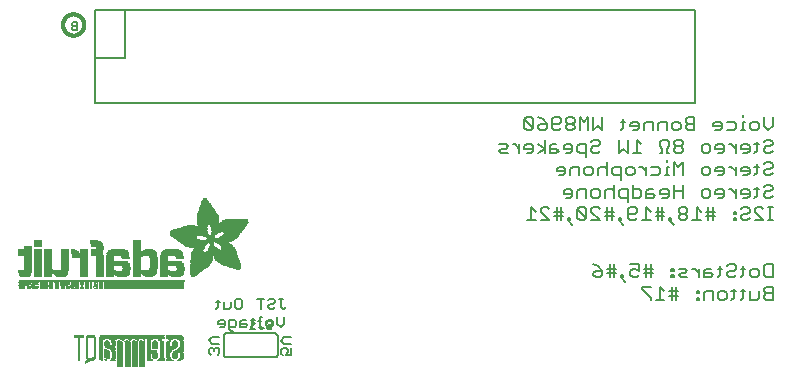
<source format=gbr>
G04 EAGLE Gerber RS-274X export*
G75*
%MOMM*%
%FSLAX34Y34*%
%LPD*%
%INSilkscreen Bottom*%
%IPPOS*%
%AMOC8*
5,1,8,0,0,1.08239X$1,22.5*%
G01*
%ADD10C,0.127000*%
%ADD11C,0.152400*%
%ADD12C,0.203200*%
%ADD13C,0.304800*%
%ADD14R,0.462278X0.022863*%
%ADD15R,0.462281X0.022863*%
%ADD16R,0.436881X0.022863*%
%ADD17R,0.462278X0.023113*%
%ADD18R,0.462281X0.023113*%
%ADD19R,0.436881X0.023113*%
%ADD20R,0.462278X0.023116*%
%ADD21R,0.462281X0.023116*%
%ADD22R,0.436881X0.023116*%
%ADD23R,0.022863X0.023113*%
%ADD24R,0.091441X0.023116*%
%ADD25R,0.139700X0.023113*%
%ADD26R,0.185419X0.023116*%
%ADD27R,0.254000X0.023113*%
%ADD28R,0.299719X0.023113*%
%ADD29R,0.345438X0.023116*%
%ADD30R,0.391159X0.023113*%
%ADD31R,0.393700X0.023116*%
%ADD32R,0.325119X0.022863*%
%ADD33R,0.599438X0.022863*%
%ADD34R,0.622300X0.022863*%
%ADD35R,0.530859X0.022863*%
%ADD36R,0.439422X0.022863*%
%ADD37R,0.231138X0.022863*%
%ADD38R,0.071119X0.022863*%
%ADD39R,0.533400X0.022863*%
%ADD40R,0.208281X0.022863*%
%ADD41R,0.345441X0.023113*%
%ADD42R,0.576578X0.023113*%
%ADD43R,0.599438X0.023113*%
%ADD44R,0.508000X0.023113*%
%ADD45R,0.416563X0.023113*%
%ADD46R,0.208278X0.023113*%
%ADD47R,0.553722X0.023113*%
%ADD48R,0.208281X0.023113*%
%ADD49R,0.345441X0.023116*%
%ADD50R,0.530859X0.023116*%
%ADD51R,0.370841X0.023116*%
%ADD52R,0.162559X0.023116*%
%ADD53R,0.576581X0.023116*%
%ADD54R,0.208281X0.023116*%
%ADD55R,0.322578X0.023113*%
%ADD56R,0.485137X0.023113*%
%ADD57R,0.416559X0.023113*%
%ADD58R,0.347981X0.023113*%
%ADD59R,0.116838X0.023113*%
%ADD60R,0.647700X0.023113*%
%ADD61R,0.322581X0.023116*%
%ADD62R,0.485137X0.023116*%
%ADD63R,0.093978X0.023116*%
%ADD64R,0.231141X0.023116*%
%ADD65R,0.693419X0.023116*%
%ADD66R,0.322581X0.023113*%
%ADD67R,0.439419X0.023113*%
%ADD68R,0.370841X0.023113*%
%ADD69R,0.299722X0.023113*%
%ADD70R,0.045719X0.023113*%
%ADD71R,0.739138X0.023113*%
%ADD72R,0.414019X0.023113*%
%ADD73R,0.347978X0.023113*%
%ADD74R,0.762000X0.023113*%
%ADD75R,0.414019X0.023116*%
%ADD76R,0.182881X0.023116*%
%ADD77R,0.347978X0.023116*%
%ADD78R,0.276863X0.023116*%
%ADD79R,0.116841X0.023116*%
%ADD80R,0.276859X0.023116*%
%ADD81R,0.784863X0.023116*%
%ADD82R,0.325119X0.023113*%
%ADD83R,0.276863X0.023113*%
%ADD84R,0.276859X0.023113*%
%ADD85R,0.325119X0.023116*%
%ADD86R,0.391159X0.023116*%
%ADD87R,0.302259X0.023116*%
%ADD88R,0.254000X0.023116*%
%ADD89R,0.302259X0.023113*%
%ADD90R,0.393700X0.023113*%
%ADD91R,0.231141X0.023113*%
%ADD92R,0.302259X0.022863*%
%ADD93R,0.439419X0.022863*%
%ADD94R,0.368300X0.022863*%
%ADD95R,0.391159X0.022863*%
%ADD96R,0.416559X0.022863*%
%ADD97R,0.276863X0.022863*%
%ADD98R,0.205741X0.022863*%
%ADD99R,0.368300X0.023113*%
%ADD100R,0.205741X0.023113*%
%ADD101R,0.368300X0.023116*%
%ADD102R,0.205741X0.023116*%
%ADD103R,0.182881X0.023113*%
%ADD104R,0.276859X0.022863*%
%ADD105R,0.182881X0.022863*%
%ADD106R,0.924559X0.023113*%
%ADD107R,0.924559X0.023116*%
%ADD108R,0.901700X0.023113*%
%ADD109R,0.901700X0.023116*%
%ADD110R,0.878841X0.023113*%
%ADD111R,0.855981X0.023116*%
%ADD112R,0.833119X0.023113*%
%ADD113R,0.787400X0.022863*%
%ADD114R,0.414019X0.022863*%
%ADD115R,0.924559X0.022863*%
%ADD116R,0.739141X0.023113*%
%ADD117R,0.716281X0.023116*%
%ADD118R,0.299722X0.023116*%
%ADD119R,0.670559X0.023113*%
%ADD120R,0.647700X0.023116*%
%ADD121R,0.508000X0.023116*%
%ADD122R,0.299719X0.023116*%
%ADD123R,0.601981X0.023113*%
%ADD124R,0.530859X0.023113*%
%ADD125R,0.231138X0.023113*%
%ADD126R,0.556259X0.023113*%
%ADD127R,0.185419X0.023113*%
%ADD128R,0.533400X0.023116*%
%ADD129R,0.599438X0.023116*%
%ADD130R,0.416563X0.023116*%
%ADD131R,0.116838X0.023116*%
%ADD132R,0.485141X0.023113*%
%ADD133R,0.645159X0.023113*%
%ADD134R,0.716278X0.023113*%
%ADD135R,0.393700X0.022863*%
%ADD136R,0.762000X0.022863*%
%ADD137R,0.624841X0.022863*%
%ADD138R,0.784859X0.023113*%
%ADD139R,0.693422X0.023113*%
%ADD140R,0.830578X0.023116*%
%ADD141R,0.739141X0.023116*%
%ADD142R,0.876300X0.023113*%
%ADD143R,0.807722X0.023113*%
%ADD144R,0.899159X0.023116*%
%ADD145R,0.878841X0.023116*%
%ADD146R,0.922019X0.023113*%
%ADD147R,0.947419X0.023113*%
%ADD148R,0.970278X0.023116*%
%ADD149R,0.970278X0.023113*%
%ADD150R,0.439419X0.023116*%
%ADD151R,0.299722X0.022863*%
%ADD152R,0.416559X0.023116*%
%ADD153R,0.347981X0.023116*%
%ADD154R,0.137159X0.023113*%
%ADD155R,0.093978X0.023113*%
%ADD156R,0.091441X0.023113*%
%ADD157R,0.093981X0.023113*%
%ADD158R,0.114300X0.023113*%
%ADD159R,0.045719X0.023116*%
%ADD160R,0.045722X0.023116*%
%ADD161R,0.071119X0.023113*%
%ADD162R,0.116841X0.023113*%
%ADD163R,0.139700X0.023116*%
%ADD164R,0.322581X0.022863*%
%ADD165R,0.345441X0.022863*%
%ADD166R,0.162559X0.022863*%
%ADD167R,0.576581X0.022863*%
%ADD168R,0.668019X0.023113*%
%ADD169R,0.533400X0.023113*%
%ADD170R,1.455419X0.023116*%
%ADD171R,5.519419X0.023116*%
%ADD172R,1.455419X0.023113*%
%ADD173R,5.519419X0.023113*%
%ADD174R,5.494019X0.023116*%
%ADD175R,1.430019X0.023113*%
%ADD176R,5.494019X0.023113*%
%ADD177R,1.430019X0.023116*%
%ADD178R,5.471159X0.023116*%
%ADD179R,0.762000X0.023116*%
%ADD180R,1.407159X0.023113*%
%ADD181R,5.471159X0.023113*%
%ADD182R,1.384300X0.022863*%
%ADD183R,5.448300X0.022863*%
%ADD184R,0.716278X0.022863*%
%ADD185R,0.878841X0.022863*%
%ADD186R,1.361438X0.023113*%
%ADD187R,5.425438X0.023113*%
%ADD188R,1.338578X0.023116*%
%ADD189R,5.402578X0.023116*%
%ADD190R,0.624841X0.023116*%
%ADD191R,1.292859X0.023113*%
%ADD192R,5.356859X0.023113*%
%ADD193R,1.224278X0.023116*%
%ADD194R,5.288278X0.023116*%
%ADD195R,6.839700X0.016800*%
%ADD196R,0.268300X0.016800*%
%ADD197R,0.268200X0.016800*%
%ADD198R,0.251500X0.016800*%
%ADD199R,0.301800X0.016800*%
%ADD200R,0.251400X0.016800*%
%ADD201R,0.285000X0.016800*%
%ADD202R,0.301700X0.016800*%
%ADD203R,0.419100X0.016800*%
%ADD204R,0.318500X0.016800*%
%ADD205R,0.586700X0.016800*%
%ADD206R,0.586800X0.016800*%
%ADD207R,6.839700X0.016700*%
%ADD208R,0.268300X0.016700*%
%ADD209R,0.251400X0.016700*%
%ADD210R,0.251500X0.016700*%
%ADD211R,0.301800X0.016700*%
%ADD212R,0.285000X0.016700*%
%ADD213R,0.301700X0.016700*%
%ADD214R,0.419100X0.016700*%
%ADD215R,0.318500X0.016700*%
%ADD216R,0.586700X0.016700*%
%ADD217R,0.586800X0.016700*%
%ADD218R,0.318600X0.016800*%
%ADD219R,0.569900X0.016800*%
%ADD220R,0.335300X0.016800*%
%ADD221R,0.234700X0.016800*%
%ADD222R,0.234700X0.016700*%
%ADD223R,0.016700X0.016700*%
%ADD224R,0.318600X0.016700*%
%ADD225R,0.569900X0.016700*%
%ADD226R,0.335300X0.016700*%
%ADD227R,0.217900X0.016800*%
%ADD228R,0.033500X0.016800*%
%ADD229R,0.570000X0.016800*%
%ADD230R,0.201100X0.016700*%
%ADD231R,0.050300X0.016700*%
%ADD232R,0.670500X0.016700*%
%ADD233R,1.005800X0.016700*%
%ADD234R,0.570000X0.016700*%
%ADD235R,0.201100X0.016800*%
%ADD236R,0.067000X0.016800*%
%ADD237R,0.670500X0.016800*%
%ADD238R,1.005800X0.016800*%
%ADD239R,0.184400X0.016800*%
%ADD240R,0.989000X0.016800*%
%ADD241R,0.184400X0.016700*%
%ADD242R,0.067000X0.016700*%
%ADD243R,0.989000X0.016700*%
%ADD244R,0.167600X0.016800*%
%ADD245R,0.083800X0.016800*%
%ADD246R,0.637000X0.016800*%
%ADD247R,0.955500X0.016800*%
%ADD248R,0.150800X0.016800*%
%ADD249R,0.100600X0.016800*%
%ADD250R,0.536400X0.016800*%
%ADD251R,0.854900X0.016800*%
%ADD252R,0.150800X0.016700*%
%ADD253R,0.100600X0.016700*%
%ADD254R,0.352000X0.016700*%
%ADD255R,0.435900X0.016700*%
%ADD256R,0.402400X0.016700*%
%ADD257R,0.368800X0.016700*%
%ADD258R,0.134100X0.016800*%
%ADD259R,0.117300X0.016800*%
%ADD260R,0.435900X0.016800*%
%ADD261R,0.368900X0.016800*%
%ADD262R,0.603500X0.016800*%
%ADD263R,0.134100X0.016700*%
%ADD264R,0.117300X0.016700*%
%ADD265R,0.452600X0.016700*%
%ADD266R,0.620300X0.016700*%
%ADD267R,0.284900X0.016800*%
%ADD268R,0.486200X0.016800*%
%ADD269R,0.653800X0.016800*%
%ADD270R,0.804700X0.016800*%
%ADD271R,0.150900X0.016700*%
%ADD272R,0.268200X0.016700*%
%ADD273R,0.737600X0.016700*%
%ADD274R,0.603500X0.016700*%
%ADD275R,0.922000X0.016700*%
%ADD276R,0.150900X0.016800*%
%ADD277R,0.821400X0.016800*%
%ADD278R,0.972300X0.016800*%
%ADD279R,0.989100X0.016800*%
%ADD280R,0.083800X0.016700*%
%ADD281R,0.167600X0.016700*%
%ADD282R,0.821400X0.016700*%
%ADD283R,0.989100X0.016700*%
%ADD284R,0.201200X0.016700*%
%ADD285R,0.050300X0.016800*%
%ADD286R,0.201200X0.016800*%
%ADD287R,0.217900X0.016700*%
%ADD288R,0.284900X0.016700*%
%ADD289R,0.352100X0.016800*%
%ADD290R,0.620300X0.016800*%
%ADD291R,0.385600X0.016800*%
%ADD292R,0.335200X0.016800*%
%ADD293R,0.385600X0.016700*%
%ADD294R,0.687400X0.016700*%
%ADD295R,13.998000X0.016800*%
%ADD296R,13.998000X0.016700*%
%ADD297R,0.637000X0.016700*%
%ADD298R,0.486100X0.016700*%
%ADD299R,0.637100X0.016700*%
%ADD300R,0.519700X0.016700*%
%ADD301R,0.536500X0.016700*%
%ADD302R,0.787900X0.016800*%
%ADD303R,0.687400X0.016800*%
%ADD304R,0.771200X0.016800*%
%ADD305R,0.637100X0.016800*%
%ADD306R,0.720800X0.016800*%
%ADD307R,0.704100X0.016800*%
%ADD308R,0.754400X0.016800*%
%ADD309R,0.838200X0.016700*%
%ADD310R,0.871800X0.016700*%
%ADD311R,0.871700X0.016700*%
%ADD312R,0.402400X0.016800*%
%ADD313R,0.922100X0.016800*%
%ADD314R,0.938800X0.016800*%
%ADD315R,0.938800X0.016700*%
%ADD316R,1.022600X0.016700*%
%ADD317R,0.972400X0.016700*%
%ADD318R,0.972300X0.016700*%
%ADD319R,0.469400X0.016800*%
%ADD320R,1.072900X0.016800*%
%ADD321R,1.022600X0.016800*%
%ADD322R,1.005900X0.016800*%
%ADD323R,0.502900X0.016800*%
%ADD324R,1.123200X0.016800*%
%ADD325R,1.056200X0.016800*%
%ADD326R,1.123100X0.016800*%
%ADD327R,1.139900X0.016700*%
%ADD328R,1.089600X0.016700*%
%ADD329R,0.553200X0.016800*%
%ADD330R,1.190200X0.016800*%
%ADD331R,1.190300X0.016800*%
%ADD332R,1.039400X0.016800*%
%ADD333R,1.223700X0.016800*%
%ADD334R,1.173500X0.016800*%
%ADD335R,1.223800X0.016800*%
%ADD336R,1.240500X0.016700*%
%ADD337R,1.173500X0.016700*%
%ADD338R,1.240600X0.016700*%
%ADD339R,1.190300X0.016700*%
%ADD340R,1.056200X0.016700*%
%ADD341R,1.274100X0.016800*%
%ADD342R,1.274000X0.016800*%
%ADD343R,1.307600X0.016800*%
%ADD344R,1.257300X0.016800*%
%ADD345R,1.324400X0.016800*%
%ADD346R,0.687300X0.016700*%
%ADD347R,1.324400X0.016700*%
%ADD348R,1.307500X0.016700*%
%ADD349R,1.274100X0.016700*%
%ADD350R,1.072900X0.016700*%
%ADD351R,2.011600X0.016800*%
%ADD352R,1.324300X0.016800*%
%ADD353R,1.978100X0.016800*%
%ADD354R,2.011600X0.016700*%
%ADD355R,1.357900X0.016700*%
%ADD356R,1.994900X0.016700*%
%ADD357R,1.341200X0.016700*%
%ADD358R,1.089700X0.016700*%
%ADD359R,0.754300X0.016800*%
%ADD360R,1.994900X0.016800*%
%ADD361R,1.995000X0.016800*%
%ADD362R,1.089700X0.016800*%
%ADD363R,0.787900X0.016700*%
%ADD364R,1.995000X0.016700*%
%ADD365R,2.028400X0.016800*%
%ADD366R,2.011700X0.016800*%
%ADD367R,1.106500X0.016800*%
%ADD368R,2.028400X0.016700*%
%ADD369R,2.011700X0.016700*%
%ADD370R,1.106500X0.016700*%
%ADD371R,0.888400X0.016800*%
%ADD372R,0.922000X0.016800*%
%ADD373R,0.938700X0.016700*%
%ADD374R,2.045200X0.016800*%
%ADD375R,0.938700X0.016800*%
%ADD376R,0.670600X0.016700*%
%ADD377R,0.888500X0.016700*%
%ADD378R,2.045200X0.016700*%
%ADD379R,0.888400X0.016700*%
%ADD380R,0.804600X0.016800*%
%ADD381R,2.028500X0.016800*%
%ADD382R,1.056100X0.016700*%
%ADD383R,0.771100X0.016700*%
%ADD384R,0.754300X0.016700*%
%ADD385R,2.028500X0.016700*%
%ADD386R,0.737700X0.016700*%
%ADD387R,1.072800X0.016800*%
%ADD388R,0.871700X0.016800*%
%ADD389R,0.737600X0.016800*%
%ADD390R,0.871800X0.016800*%
%ADD391R,1.089600X0.016800*%
%ADD392R,0.704000X0.016800*%
%ADD393R,0.687300X0.016800*%
%ADD394R,0.670600X0.016800*%
%ADD395R,1.123100X0.016700*%
%ADD396R,0.720800X0.016700*%
%ADD397R,0.653700X0.016700*%
%ADD398R,0.653800X0.016700*%
%ADD399R,1.139900X0.016800*%
%ADD400R,1.173400X0.016800*%
%ADD401R,1.190200X0.016700*%
%ADD402R,1.207000X0.016800*%
%ADD403R,1.240500X0.016800*%
%ADD404R,0.469400X0.016700*%
%ADD405R,1.274000X0.016700*%
%ADD406R,0.519600X0.016800*%
%ADD407R,1.341100X0.016800*%
%ADD408R,0.771200X0.016700*%
%ADD409R,1.374600X0.016700*%
%ADD410R,0.838200X0.016800*%
%ADD411R,1.391400X0.016800*%
%ADD412R,1.424900X0.016800*%
%ADD413R,1.441700X0.016700*%
%ADD414R,1.475200X0.016800*%
%ADD415R,1.491900X0.016700*%
%ADD416R,1.525500X0.016800*%
%ADD417R,1.559000X0.016700*%
%ADD418R,1.575800X0.016800*%
%ADD419R,1.307600X0.016700*%
%ADD420R,1.592500X0.016700*%
%ADD421R,1.374700X0.016800*%
%ADD422R,1.609300X0.016800*%
%ADD423R,1.408200X0.016800*%
%ADD424R,1.626100X0.016800*%
%ADD425R,1.626100X0.016700*%
%ADD426R,1.508800X0.016800*%
%ADD427R,1.659600X0.016800*%
%ADD428R,1.559000X0.016800*%
%ADD429R,1.676400X0.016800*%
%ADD430R,1.575800X0.016700*%
%ADD431R,1.676400X0.016700*%
%ADD432R,1.978100X0.016700*%
%ADD433R,1.693100X0.016800*%
%ADD434R,1.642800X0.016800*%
%ADD435R,1.709900X0.016800*%
%ADD436R,1.961300X0.016800*%
%ADD437R,1.726600X0.016700*%
%ADD438R,1.961300X0.016700*%
%ADD439R,1.693200X0.016800*%
%ADD440R,1.726600X0.016800*%
%ADD441R,1.944600X0.016800*%
%ADD442R,1.726700X0.016700*%
%ADD443R,1.743400X0.016700*%
%ADD444R,1.944600X0.016700*%
%ADD445R,1.726700X0.016800*%
%ADD446R,1.760200X0.016800*%
%ADD447R,1.927800X0.016800*%
%ADD448R,1.911000X0.016800*%
%ADD449R,1.793700X0.016700*%
%ADD450R,1.776900X0.016700*%
%ADD451R,1.911100X0.016700*%
%ADD452R,1.894300X0.016700*%
%ADD453R,1.793800X0.016800*%
%ADD454R,1.776900X0.016800*%
%ADD455R,1.911100X0.016800*%
%ADD456R,1.894300X0.016800*%
%ADD457R,1.827300X0.016800*%
%ADD458R,1.810500X0.016800*%
%ADD459R,1.877500X0.016800*%
%ADD460R,1.844100X0.016700*%
%ADD461R,1.810500X0.016700*%
%ADD462R,1.860800X0.016700*%
%ADD463R,1.844000X0.016700*%
%ADD464R,1.860900X0.016800*%
%ADD465R,1.844000X0.016800*%
%ADD466R,1.827200X0.016800*%
%ADD467R,1.860800X0.016800*%
%ADD468R,1.793700X0.016800*%
%ADD469R,1.877600X0.016700*%
%ADD470R,1.827200X0.016700*%
%ADD471R,1.927800X0.016700*%
%ADD472R,1.927900X0.016800*%
%ADD473R,1.944700X0.016700*%
%ADD474R,1.877500X0.016700*%
%ADD475R,1.961400X0.016800*%
%ADD476R,1.961400X0.016700*%
%ADD477R,1.978200X0.016800*%
%ADD478R,1.911000X0.016700*%
%ADD479R,0.620200X0.016800*%
%ADD480R,1.425000X0.016800*%
%ADD481R,0.620200X0.016700*%
%ADD482R,1.425000X0.016700*%
%ADD483R,0.653700X0.016800*%
%ADD484R,0.704100X0.016700*%
%ADD485R,0.804700X0.016700*%
%ADD486R,0.905200X0.016800*%
%ADD487R,1.894400X0.016800*%
%ADD488R,1.927900X0.016700*%
%ADD489R,1.877600X0.016800*%
%ADD490R,3.889300X0.016800*%
%ADD491R,3.872500X0.016700*%
%ADD492R,3.872500X0.016800*%
%ADD493R,3.855700X0.016700*%
%ADD494R,0.754400X0.016700*%
%ADD495R,3.855700X0.016800*%
%ADD496R,3.839000X0.016800*%
%ADD497R,0.720900X0.016800*%
%ADD498R,3.822200X0.016700*%
%ADD499R,2.715700X0.016800*%
%ADD500R,2.632000X0.016800*%
%ADD501R,1.290800X0.016800*%
%ADD502R,2.615200X0.016700*%
%ADD503R,1.257300X0.016700*%
%ADD504R,2.581700X0.016800*%
%ADD505R,1.240600X0.016800*%
%ADD506R,2.564900X0.016800*%
%ADD507R,1.760300X0.016800*%
%ADD508R,2.531400X0.016700*%
%ADD509R,1.156700X0.016700*%
%ADD510R,2.514600X0.016800*%
%ADD511R,0.955600X0.016800*%
%ADD512R,2.497800X0.016800*%
%ADD513R,1.659700X0.016800*%
%ADD514R,2.464300X0.016700*%
%ADD515R,1.039300X0.016700*%
%ADD516R,2.447500X0.016800*%
%ADD517R,1.592500X0.016800*%
%ADD518R,0.536500X0.016800*%
%ADD519R,2.430800X0.016700*%
%ADD520R,1.559100X0.016700*%
%ADD521R,1.542300X0.016700*%
%ADD522R,0.502900X0.016700*%
%ADD523R,2.414000X0.016800*%
%ADD524R,0.905300X0.016800*%
%ADD525R,1.508700X0.016800*%
%ADD526R,0.888500X0.016800*%
%ADD527R,2.397300X0.016800*%
%ADD528R,1.441700X0.016800*%
%ADD529R,0.452700X0.016800*%
%ADD530R,1.290900X0.016700*%
%ADD531R,1.156700X0.016800*%
%ADD532R,0.855000X0.016800*%
%ADD533R,1.123200X0.016700*%
%ADD534R,0.720900X0.016700*%
%ADD535R,1.106400X0.016800*%
%ADD536R,1.106400X0.016700*%
%ADD537R,0.771100X0.016800*%
%ADD538R,0.435800X0.016700*%
%ADD539R,1.592600X0.016700*%
%ADD540R,0.435800X0.016800*%
%ADD541R,1.642900X0.016800*%
%ADD542R,0.402300X0.016800*%
%ADD543R,1.793800X0.016700*%
%ADD544R,0.368800X0.016800*%
%ADD545R,1.056100X0.016800*%
%ADD546R,1.039400X0.016700*%
%ADD547R,2.078800X0.016800*%
%ADD548R,0.335200X0.016700*%
%ADD549R,2.145800X0.016700*%
%ADD550R,2.162600X0.016800*%
%ADD551R,0.352000X0.016800*%
%ADD552R,2.212800X0.016800*%
%ADD553R,2.279900X0.016700*%
%ADD554R,2.330200X0.016800*%
%ADD555R,2.799500X0.016800*%
%ADD556R,2.816300X0.016700*%
%ADD557R,0.955500X0.016700*%
%ADD558R,2.849900X0.016800*%
%ADD559R,2.916900X0.016800*%
%ADD560R,4.224500X0.016700*%
%ADD561R,4.291600X0.016800*%
%ADD562R,4.409000X0.016800*%
%ADD563R,4.509500X0.016700*%
%ADD564R,4.526300X0.016800*%
%ADD565R,4.626800X0.016700*%
%ADD566R,4.693900X0.016800*%
%ADD567R,4.727400X0.016800*%
%ADD568R,2.548200X0.016700*%
%ADD569R,2.179300X0.016700*%
%ADD570R,2.430800X0.016800*%
%ADD571R,2.414000X0.016700*%
%ADD572R,2.414100X0.016800*%
%ADD573R,2.430700X0.016700*%
%ADD574R,2.447600X0.016700*%
%ADD575R,1.559100X0.016800*%
%ADD576R,1.525500X0.016700*%
%ADD577R,1.492000X0.016800*%
%ADD578R,1.491900X0.016800*%
%ADD579R,1.458500X0.016700*%
%ADD580R,2.061900X0.016800*%
%ADD581R,1.408100X0.016700*%
%ADD582R,0.905200X0.016700*%
%ADD583R,2.112300X0.016700*%
%ADD584R,2.179300X0.016800*%
%ADD585R,1.408200X0.016700*%
%ADD586R,2.212900X0.016700*%
%ADD587R,1.140000X0.016800*%
%ADD588R,3.319300X0.016800*%
%ADD589R,1.374700X0.016700*%
%ADD590R,0.402300X0.016700*%
%ADD591R,3.302500X0.016700*%
%ADD592R,3.285700X0.016800*%
%ADD593R,1.357900X0.016800*%
%ADD594R,3.269000X0.016800*%
%ADD595R,3.285800X0.016700*%
%ADD596R,3.268900X0.016800*%
%ADD597R,0.452700X0.016700*%
%ADD598R,3.268900X0.016700*%
%ADD599R,1.391400X0.016700*%
%ADD600R,3.269000X0.016700*%
%ADD601R,1.374600X0.016800*%
%ADD602R,0.519700X0.016800*%
%ADD603R,3.252200X0.016800*%
%ADD604R,3.235400X0.016800*%
%ADD605R,3.235400X0.016700*%
%ADD606R,3.218600X0.016800*%
%ADD607R,3.201900X0.016800*%
%ADD608R,3.201900X0.016700*%
%ADD609R,1.458500X0.016800*%
%ADD610R,1.525600X0.016800*%
%ADD611R,3.185100X0.016800*%
%ADD612R,2.531300X0.016700*%
%ADD613R,3.168400X0.016700*%
%ADD614R,2.531300X0.016800*%
%ADD615R,3.151600X0.016800*%
%ADD616R,2.548100X0.016800*%
%ADD617R,3.134900X0.016800*%
%ADD618R,2.564900X0.016700*%
%ADD619R,3.118100X0.016700*%
%ADD620R,2.581600X0.016800*%
%ADD621R,3.101400X0.016800*%
%ADD622R,2.598400X0.016700*%
%ADD623R,3.067900X0.016700*%
%ADD624R,2.598400X0.016800*%
%ADD625R,3.034300X0.016800*%
%ADD626R,2.615100X0.016800*%
%ADD627R,3.000800X0.016800*%
%ADD628R,2.631900X0.016700*%
%ADD629R,2.950500X0.016700*%
%ADD630R,2.648700X0.016800*%
%ADD631R,2.900200X0.016800*%
%ADD632R,2.665500X0.016800*%
%ADD633R,2.682200X0.016700*%
%ADD634R,2.799600X0.016700*%
%ADD635R,2.699000X0.016800*%
%ADD636R,2.732500X0.016800*%
%ADD637R,2.749300X0.016700*%
%ADD638R,2.632000X0.016700*%
%ADD639R,2.749300X0.016800*%
%ADD640R,2.766100X0.016700*%
%ADD641R,2.766100X0.016800*%
%ADD642R,2.481100X0.016800*%
%ADD643R,2.782900X0.016800*%
%ADD644R,2.380500X0.016700*%
%ADD645R,2.833100X0.016800*%
%ADD646R,1.592600X0.016800*%
%ADD647R,2.849900X0.016700*%
%ADD648R,2.883400X0.016800*%
%ADD649R,2.917000X0.016700*%
%ADD650R,2.933700X0.016800*%
%ADD651R,2.967200X0.016800*%
%ADD652R,2.967200X0.016700*%
%ADD653R,3.017500X0.016700*%
%ADD654R,3.051000X0.016800*%
%ADD655R,0.788000X0.016800*%
%ADD656R,3.084600X0.016800*%
%ADD657R,2.397300X0.016700*%
%ADD658R,2.397200X0.016800*%
%ADD659R,1.760200X0.016700*%
%ADD660R,2.397200X0.016700*%
%ADD661R,1.827300X0.016700*%
%ADD662R,2.380500X0.016800*%
%ADD663R,2.363700X0.016800*%
%ADD664R,2.363700X0.016700*%
%ADD665R,2.346900X0.016800*%
%ADD666R,2.296600X0.016700*%
%ADD667R,2.279900X0.016800*%
%ADD668R,2.246300X0.016800*%
%ADD669R,2.229600X0.016700*%
%ADD670R,2.129100X0.016800*%
%ADD671R,2.112300X0.016800*%
%ADD672R,1.609300X0.016700*%
%ADD673R,1.743400X0.016800*%
%ADD674R,1.693100X0.016700*%
%ADD675R,1.659700X0.016700*%
%ADD676R,1.575900X0.016800*%
%ADD677R,1.575900X0.016700*%
%ADD678R,1.475200X0.016700*%
%ADD679R,1.324300X0.016700*%
%ADD680R,1.290800X0.016700*%
%ADD681R,1.207000X0.016700*%
%ADD682R,0.854900X0.016700*%
%ADD683R,0.821500X0.016700*%
%ADD684R,0.821500X0.016800*%
%ADD685R,0.218000X0.016800*%


D10*
X175055Y12870D02*
X176538Y14353D01*
X176538Y17319D01*
X175055Y18802D01*
X173572Y18802D01*
X172089Y17319D01*
X172089Y15836D01*
X172089Y17319D02*
X170606Y18802D01*
X169123Y18802D01*
X167640Y17319D01*
X167640Y14353D01*
X169123Y12870D01*
X170606Y22225D02*
X176538Y22225D01*
X170606Y22225D02*
X167640Y25191D01*
X170606Y28157D01*
X176538Y28157D01*
X237498Y18167D02*
X237498Y12235D01*
X233049Y12235D01*
X234532Y15201D01*
X234532Y16684D01*
X233049Y18167D01*
X230083Y18167D01*
X228600Y16684D01*
X228600Y13718D01*
X230083Y12235D01*
X231566Y21590D02*
X237498Y21590D01*
X231566Y21590D02*
X228600Y24556D01*
X231566Y27522D01*
X237498Y27522D01*
X231631Y51435D02*
X233114Y52918D01*
X231631Y51435D02*
X230148Y51435D01*
X228665Y52918D01*
X228665Y60333D01*
X230148Y60333D02*
X227182Y60333D01*
X219310Y60333D02*
X217827Y58850D01*
X219310Y60333D02*
X222276Y60333D01*
X223759Y58850D01*
X223759Y57367D01*
X222276Y55884D01*
X219310Y55884D01*
X217827Y54401D01*
X217827Y52918D01*
X219310Y51435D01*
X222276Y51435D01*
X223759Y52918D01*
X211438Y51435D02*
X211438Y60333D01*
X214404Y60333D02*
X208472Y60333D01*
X194210Y60333D02*
X191244Y60333D01*
X194210Y60333D02*
X195693Y58850D01*
X195693Y52918D01*
X194210Y51435D01*
X191244Y51435D01*
X189762Y52918D01*
X189762Y58850D01*
X191244Y60333D01*
X186338Y57367D02*
X186338Y52918D01*
X184855Y51435D01*
X180406Y51435D01*
X180406Y57367D01*
X175500Y58850D02*
X175500Y52918D01*
X174017Y51435D01*
X174017Y57367D02*
X176983Y57367D01*
X231555Y45093D02*
X231555Y39161D01*
X228589Y36195D01*
X225623Y39161D01*
X225623Y45093D01*
X220717Y36195D02*
X217751Y36195D01*
X216268Y37678D01*
X216268Y40644D01*
X217751Y42127D01*
X220717Y42127D01*
X222200Y40644D01*
X222200Y37678D01*
X220717Y36195D01*
X212844Y45093D02*
X211362Y45093D01*
X211362Y36195D01*
X212844Y36195D02*
X209879Y36195D01*
X205125Y37678D02*
X205125Y43610D01*
X205125Y37678D02*
X203642Y36195D01*
X203642Y42127D02*
X206608Y42127D01*
X198888Y42127D02*
X195922Y42127D01*
X194439Y40644D01*
X194439Y36195D01*
X198888Y36195D01*
X200371Y37678D01*
X198888Y39161D01*
X194439Y39161D01*
X188050Y33229D02*
X186567Y33229D01*
X185084Y34712D01*
X185084Y42127D01*
X189533Y42127D01*
X191016Y40644D01*
X191016Y37678D01*
X189533Y36195D01*
X185084Y36195D01*
X180178Y36195D02*
X177212Y36195D01*
X180178Y36195D02*
X181660Y37678D01*
X181660Y40644D01*
X180178Y42127D01*
X177212Y42127D01*
X175729Y40644D01*
X175729Y39161D01*
X181660Y39161D01*
D11*
X645033Y206421D02*
X645033Y213878D01*
X645033Y206421D02*
X641305Y202692D01*
X637576Y206421D01*
X637576Y213878D01*
X631475Y202692D02*
X627746Y202692D01*
X625882Y204556D01*
X625882Y208285D01*
X627746Y210149D01*
X631475Y210149D01*
X633339Y208285D01*
X633339Y204556D01*
X631475Y202692D01*
X621645Y210149D02*
X619781Y210149D01*
X619781Y202692D01*
X621645Y202692D02*
X617917Y202692D01*
X619781Y213878D02*
X619781Y215742D01*
X611985Y210149D02*
X606392Y210149D01*
X611985Y210149D02*
X613849Y208285D01*
X613849Y204556D01*
X611985Y202692D01*
X606392Y202692D01*
X600291Y202692D02*
X596562Y202692D01*
X600291Y202692D02*
X602155Y204556D01*
X602155Y208285D01*
X600291Y210149D01*
X596562Y210149D01*
X594698Y208285D01*
X594698Y206421D01*
X602155Y206421D01*
X578767Y202692D02*
X578767Y213878D01*
X573174Y213878D01*
X571310Y212013D01*
X571310Y210149D01*
X573174Y208285D01*
X571310Y206421D01*
X571310Y204556D01*
X573174Y202692D01*
X578767Y202692D01*
X578767Y208285D02*
X573174Y208285D01*
X565209Y202692D02*
X561480Y202692D01*
X559616Y204556D01*
X559616Y208285D01*
X561480Y210149D01*
X565209Y210149D01*
X567073Y208285D01*
X567073Y204556D01*
X565209Y202692D01*
X555379Y202692D02*
X555379Y210149D01*
X549787Y210149D01*
X547922Y208285D01*
X547922Y202692D01*
X543685Y202692D02*
X543685Y210149D01*
X538093Y210149D01*
X536228Y208285D01*
X536228Y202692D01*
X530127Y202692D02*
X526399Y202692D01*
X530127Y202692D02*
X531991Y204556D01*
X531991Y208285D01*
X530127Y210149D01*
X526399Y210149D01*
X524534Y208285D01*
X524534Y206421D01*
X531991Y206421D01*
X518433Y204556D02*
X518433Y212013D01*
X518433Y204556D02*
X516569Y202692D01*
X516569Y210149D02*
X520297Y210149D01*
X500807Y213878D02*
X500807Y202692D01*
X497079Y206421D01*
X493350Y202692D01*
X493350Y213878D01*
X489113Y213878D02*
X489113Y202692D01*
X485385Y210149D02*
X489113Y213878D01*
X485385Y210149D02*
X481656Y213878D01*
X481656Y202692D01*
X477419Y212013D02*
X475555Y213878D01*
X471827Y213878D01*
X469962Y212013D01*
X469962Y210149D01*
X471827Y208285D01*
X469962Y206421D01*
X469962Y204556D01*
X471827Y202692D01*
X475555Y202692D01*
X477419Y204556D01*
X477419Y206421D01*
X475555Y208285D01*
X477419Y210149D01*
X477419Y212013D01*
X475555Y208285D02*
X471827Y208285D01*
X465726Y204556D02*
X463861Y202692D01*
X460133Y202692D01*
X458268Y204556D01*
X458268Y212013D01*
X460133Y213878D01*
X463861Y213878D01*
X465726Y212013D01*
X465726Y210149D01*
X463861Y208285D01*
X458268Y208285D01*
X450303Y212013D02*
X446575Y213878D01*
X450303Y212013D02*
X454032Y208285D01*
X454032Y204556D01*
X452167Y202692D01*
X448439Y202692D01*
X446575Y204556D01*
X446575Y206421D01*
X448439Y208285D01*
X454032Y208285D01*
X442338Y212013D02*
X442338Y204556D01*
X442338Y212013D02*
X440473Y213878D01*
X436745Y213878D01*
X434881Y212013D01*
X434881Y204556D01*
X436745Y202692D01*
X440473Y202692D01*
X442338Y204556D01*
X434881Y212013D01*
X637576Y192963D02*
X639440Y194828D01*
X643169Y194828D01*
X645033Y192963D01*
X645033Y191099D01*
X643169Y189235D01*
X639440Y189235D01*
X637576Y187371D01*
X637576Y185506D01*
X639440Y183642D01*
X643169Y183642D01*
X645033Y185506D01*
X631475Y185506D02*
X631475Y192963D01*
X631475Y185506D02*
X629611Y183642D01*
X629611Y191099D02*
X633339Y191099D01*
X623679Y183642D02*
X619950Y183642D01*
X623679Y183642D02*
X625543Y185506D01*
X625543Y189235D01*
X623679Y191099D01*
X619950Y191099D01*
X618086Y189235D01*
X618086Y187371D01*
X625543Y187371D01*
X613849Y191099D02*
X613849Y183642D01*
X613849Y187371D02*
X610121Y191099D01*
X608256Y191099D01*
X602240Y183642D02*
X598511Y183642D01*
X602240Y183642D02*
X604104Y185506D01*
X604104Y189235D01*
X602240Y191099D01*
X598511Y191099D01*
X596647Y189235D01*
X596647Y187371D01*
X604104Y187371D01*
X590546Y183642D02*
X586817Y183642D01*
X584953Y185506D01*
X584953Y189235D01*
X586817Y191099D01*
X590546Y191099D01*
X592410Y189235D01*
X592410Y185506D01*
X590546Y183642D01*
X569022Y192963D02*
X567158Y194828D01*
X563429Y194828D01*
X561565Y192963D01*
X561565Y191099D01*
X563429Y189235D01*
X561565Y187371D01*
X561565Y185506D01*
X563429Y183642D01*
X567158Y183642D01*
X569022Y185506D01*
X569022Y187371D01*
X567158Y189235D01*
X569022Y191099D01*
X569022Y192963D01*
X567158Y189235D02*
X563429Y189235D01*
X557328Y183642D02*
X555464Y183642D01*
X555464Y187371D01*
X557328Y189235D01*
X557328Y192963D01*
X555464Y194828D01*
X551736Y194828D01*
X549871Y192963D01*
X549871Y189235D01*
X551736Y187371D01*
X551736Y183642D01*
X549871Y183642D01*
X533940Y191099D02*
X530212Y194828D01*
X530212Y183642D01*
X533940Y183642D02*
X526483Y183642D01*
X522246Y183642D02*
X522246Y194828D01*
X518518Y187371D02*
X522246Y183642D01*
X518518Y187371D02*
X514789Y183642D01*
X514789Y194828D01*
X493266Y194828D02*
X491401Y192963D01*
X493266Y194828D02*
X496994Y194828D01*
X498858Y192963D01*
X498858Y191099D01*
X496994Y189235D01*
X493266Y189235D01*
X491401Y187371D01*
X491401Y185506D01*
X493266Y183642D01*
X496994Y183642D01*
X498858Y185506D01*
X487164Y179914D02*
X487164Y191099D01*
X481572Y191099D01*
X479707Y189235D01*
X479707Y185506D01*
X481572Y183642D01*
X487164Y183642D01*
X473606Y183642D02*
X469878Y183642D01*
X473606Y183642D02*
X475470Y185506D01*
X475470Y189235D01*
X473606Y191099D01*
X469878Y191099D01*
X468013Y189235D01*
X468013Y187371D01*
X475470Y187371D01*
X461912Y191099D02*
X458184Y191099D01*
X456319Y189235D01*
X456319Y183642D01*
X461912Y183642D01*
X463777Y185506D01*
X461912Y187371D01*
X456319Y187371D01*
X452083Y183642D02*
X452083Y194828D01*
X452083Y187371D02*
X446490Y183642D01*
X452083Y187371D02*
X446490Y191099D01*
X440473Y183642D02*
X436745Y183642D01*
X440473Y183642D02*
X442338Y185506D01*
X442338Y189235D01*
X440473Y191099D01*
X436745Y191099D01*
X434881Y189235D01*
X434881Y187371D01*
X442338Y187371D01*
X430644Y191099D02*
X430644Y183642D01*
X430644Y187371D02*
X426915Y191099D01*
X425051Y191099D01*
X420899Y183642D02*
X415306Y183642D01*
X413442Y185506D01*
X415306Y187371D01*
X419034Y187371D01*
X420899Y189235D01*
X419034Y191099D01*
X413442Y191099D01*
X637576Y173913D02*
X639440Y175778D01*
X643169Y175778D01*
X645033Y173913D01*
X645033Y172049D01*
X643169Y170185D01*
X639440Y170185D01*
X637576Y168321D01*
X637576Y166456D01*
X639440Y164592D01*
X643169Y164592D01*
X645033Y166456D01*
X631475Y166456D02*
X631475Y173913D01*
X631475Y166456D02*
X629611Y164592D01*
X629611Y172049D02*
X633339Y172049D01*
X623679Y164592D02*
X619950Y164592D01*
X623679Y164592D02*
X625543Y166456D01*
X625543Y170185D01*
X623679Y172049D01*
X619950Y172049D01*
X618086Y170185D01*
X618086Y168321D01*
X625543Y168321D01*
X613849Y172049D02*
X613849Y164592D01*
X613849Y168321D02*
X610121Y172049D01*
X608256Y172049D01*
X602240Y164592D02*
X598511Y164592D01*
X602240Y164592D02*
X604104Y166456D01*
X604104Y170185D01*
X602240Y172049D01*
X598511Y172049D01*
X596647Y170185D01*
X596647Y168321D01*
X604104Y168321D01*
X590546Y164592D02*
X586817Y164592D01*
X584953Y166456D01*
X584953Y170185D01*
X586817Y172049D01*
X590546Y172049D01*
X592410Y170185D01*
X592410Y166456D01*
X590546Y164592D01*
X569022Y164592D02*
X569022Y175778D01*
X565294Y172049D01*
X561565Y175778D01*
X561565Y164592D01*
X557328Y172049D02*
X555464Y172049D01*
X555464Y164592D01*
X557328Y164592D02*
X553600Y164592D01*
X555464Y175778D02*
X555464Y177642D01*
X547668Y172049D02*
X542075Y172049D01*
X547668Y172049D02*
X549532Y170185D01*
X549532Y166456D01*
X547668Y164592D01*
X542075Y164592D01*
X537838Y164592D02*
X537838Y172049D01*
X537838Y168321D02*
X534110Y172049D01*
X532246Y172049D01*
X526229Y164592D02*
X522501Y164592D01*
X520636Y166456D01*
X520636Y170185D01*
X522501Y172049D01*
X526229Y172049D01*
X528093Y170185D01*
X528093Y166456D01*
X526229Y164592D01*
X516399Y160864D02*
X516399Y172049D01*
X510807Y172049D01*
X508942Y170185D01*
X508942Y166456D01*
X510807Y164592D01*
X516399Y164592D01*
X504705Y164592D02*
X504705Y175778D01*
X502841Y172049D02*
X504705Y170185D01*
X502841Y172049D02*
X499113Y172049D01*
X497248Y170185D01*
X497248Y164592D01*
X491147Y164592D02*
X487419Y164592D01*
X485554Y166456D01*
X485554Y170185D01*
X487419Y172049D01*
X491147Y172049D01*
X493011Y170185D01*
X493011Y166456D01*
X491147Y164592D01*
X481317Y164592D02*
X481317Y172049D01*
X475725Y172049D01*
X473860Y170185D01*
X473860Y164592D01*
X467759Y164592D02*
X464031Y164592D01*
X467759Y164592D02*
X469624Y166456D01*
X469624Y170185D01*
X467759Y172049D01*
X464031Y172049D01*
X462166Y170185D01*
X462166Y168321D01*
X469624Y168321D01*
X637576Y154863D02*
X639440Y156728D01*
X643169Y156728D01*
X645033Y154863D01*
X645033Y152999D01*
X643169Y151135D01*
X639440Y151135D01*
X637576Y149271D01*
X637576Y147406D01*
X639440Y145542D01*
X643169Y145542D01*
X645033Y147406D01*
X631475Y147406D02*
X631475Y154863D01*
X631475Y147406D02*
X629611Y145542D01*
X629611Y152999D02*
X633339Y152999D01*
X623679Y145542D02*
X619950Y145542D01*
X623679Y145542D02*
X625543Y147406D01*
X625543Y151135D01*
X623679Y152999D01*
X619950Y152999D01*
X618086Y151135D01*
X618086Y149271D01*
X625543Y149271D01*
X613849Y152999D02*
X613849Y145542D01*
X613849Y149271D02*
X610121Y152999D01*
X608256Y152999D01*
X602240Y145542D02*
X598511Y145542D01*
X602240Y145542D02*
X604104Y147406D01*
X604104Y151135D01*
X602240Y152999D01*
X598511Y152999D01*
X596647Y151135D01*
X596647Y149271D01*
X604104Y149271D01*
X590546Y145542D02*
X586817Y145542D01*
X584953Y147406D01*
X584953Y151135D01*
X586817Y152999D01*
X590546Y152999D01*
X592410Y151135D01*
X592410Y147406D01*
X590546Y145542D01*
X569022Y145542D02*
X569022Y156728D01*
X569022Y151135D02*
X561565Y151135D01*
X561565Y156728D02*
X561565Y145542D01*
X555464Y145542D02*
X551736Y145542D01*
X555464Y145542D02*
X557328Y147406D01*
X557328Y151135D01*
X555464Y152999D01*
X551736Y152999D01*
X549871Y151135D01*
X549871Y149271D01*
X557328Y149271D01*
X543770Y152999D02*
X540042Y152999D01*
X538177Y151135D01*
X538177Y145542D01*
X543770Y145542D01*
X545634Y147406D01*
X543770Y149271D01*
X538177Y149271D01*
X526483Y145542D02*
X526483Y156728D01*
X526483Y145542D02*
X532076Y145542D01*
X533940Y147406D01*
X533940Y151135D01*
X532076Y152999D01*
X526483Y152999D01*
X522246Y152999D02*
X522246Y141814D01*
X522246Y152999D02*
X516654Y152999D01*
X514789Y151135D01*
X514789Y147406D01*
X516654Y145542D01*
X522246Y145542D01*
X510552Y145542D02*
X510552Y156728D01*
X508688Y152999D02*
X510552Y151135D01*
X508688Y152999D02*
X504960Y152999D01*
X503095Y151135D01*
X503095Y145542D01*
X496994Y145542D02*
X493266Y145542D01*
X491401Y147406D01*
X491401Y151135D01*
X493266Y152999D01*
X496994Y152999D01*
X498858Y151135D01*
X498858Y147406D01*
X496994Y145542D01*
X487164Y145542D02*
X487164Y152999D01*
X481572Y152999D01*
X479707Y151135D01*
X479707Y145542D01*
X473606Y145542D02*
X469878Y145542D01*
X473606Y145542D02*
X475470Y147406D01*
X475470Y151135D01*
X473606Y152999D01*
X469878Y152999D01*
X468013Y151135D01*
X468013Y149271D01*
X475470Y149271D01*
X641305Y126492D02*
X645033Y126492D01*
X643169Y126492D02*
X643169Y137678D01*
X645033Y137678D02*
X641305Y137678D01*
X637237Y126492D02*
X629780Y126492D01*
X637237Y126492D02*
X629780Y133949D01*
X629780Y135813D01*
X631644Y137678D01*
X635373Y137678D01*
X637237Y135813D01*
X619950Y137678D02*
X618086Y135813D01*
X619950Y137678D02*
X623679Y137678D01*
X625543Y135813D01*
X625543Y133949D01*
X623679Y132085D01*
X619950Y132085D01*
X618086Y130221D01*
X618086Y128356D01*
X619950Y126492D01*
X623679Y126492D01*
X625543Y128356D01*
X613849Y133949D02*
X611985Y133949D01*
X611985Y132085D01*
X613849Y132085D01*
X613849Y133949D01*
X613849Y128356D02*
X611985Y128356D01*
X611985Y126492D01*
X613849Y126492D01*
X613849Y128356D01*
X594444Y126492D02*
X594444Y137678D01*
X590715Y137678D02*
X590715Y126492D01*
X590715Y133949D02*
X596308Y133949D01*
X590715Y133949D02*
X588851Y133949D01*
X588851Y130221D02*
X596308Y130221D01*
X584614Y133949D02*
X580886Y137678D01*
X580886Y126492D01*
X584614Y126492D02*
X577157Y126492D01*
X572920Y135813D02*
X571056Y137678D01*
X567327Y137678D01*
X565463Y135813D01*
X565463Y133949D01*
X567327Y132085D01*
X565463Y130221D01*
X565463Y128356D01*
X567327Y126492D01*
X571056Y126492D01*
X572920Y128356D01*
X572920Y130221D01*
X571056Y132085D01*
X572920Y133949D01*
X572920Y135813D01*
X571056Y132085D02*
X567327Y132085D01*
X561226Y122764D02*
X557498Y126492D01*
X557498Y128356D01*
X559362Y128356D01*
X559362Y126492D01*
X557498Y126492D01*
X551566Y126492D02*
X551566Y137678D01*
X547838Y137678D02*
X547838Y126492D01*
X547838Y133949D02*
X553430Y133949D01*
X547838Y133949D02*
X545973Y133949D01*
X545973Y130221D02*
X553430Y130221D01*
X541736Y133949D02*
X538008Y137678D01*
X538008Y126492D01*
X541736Y126492D02*
X534279Y126492D01*
X530042Y128356D02*
X528178Y126492D01*
X524450Y126492D01*
X522585Y128356D01*
X522585Y135813D01*
X524450Y137678D01*
X528178Y137678D01*
X530042Y135813D01*
X530042Y133949D01*
X528178Y132085D01*
X522585Y132085D01*
X514620Y126492D02*
X518348Y122764D01*
X514620Y126492D02*
X514620Y128356D01*
X516484Y128356D01*
X516484Y126492D01*
X514620Y126492D01*
X508688Y126492D02*
X508688Y137678D01*
X504960Y137678D02*
X504960Y126492D01*
X504960Y133949D02*
X510552Y133949D01*
X504960Y133949D02*
X503095Y133949D01*
X503095Y130221D02*
X510552Y130221D01*
X498858Y126492D02*
X491401Y126492D01*
X498858Y126492D02*
X491401Y133949D01*
X491401Y135813D01*
X493266Y137678D01*
X496994Y137678D01*
X498858Y135813D01*
X487164Y135813D02*
X487164Y128356D01*
X487164Y135813D02*
X485300Y137678D01*
X481572Y137678D01*
X479707Y135813D01*
X479707Y128356D01*
X481572Y126492D01*
X485300Y126492D01*
X487164Y128356D01*
X479707Y135813D01*
X471742Y126492D02*
X475471Y122764D01*
X471742Y126492D02*
X471742Y128356D01*
X473606Y128356D01*
X473606Y126492D01*
X471742Y126492D01*
X465810Y126492D02*
X465810Y137678D01*
X462082Y137678D02*
X462082Y126492D01*
X462082Y133949D02*
X467675Y133949D01*
X462082Y133949D02*
X460218Y133949D01*
X460218Y130221D02*
X467675Y130221D01*
X455981Y126492D02*
X448524Y126492D01*
X455981Y126492D02*
X448524Y133949D01*
X448524Y135813D01*
X450388Y137678D01*
X454116Y137678D01*
X455981Y135813D01*
X444287Y133949D02*
X440558Y137678D01*
X440558Y126492D01*
X436830Y126492D02*
X444287Y126492D01*
X645033Y89418D02*
X645033Y78232D01*
X639440Y78232D01*
X637576Y80096D01*
X637576Y87553D01*
X639440Y89418D01*
X645033Y89418D01*
X631475Y78232D02*
X627746Y78232D01*
X625882Y80096D01*
X625882Y83825D01*
X627746Y85689D01*
X631475Y85689D01*
X633339Y83825D01*
X633339Y80096D01*
X631475Y78232D01*
X619781Y80096D02*
X619781Y87553D01*
X619781Y80096D02*
X617917Y78232D01*
X617917Y85689D02*
X621645Y85689D01*
X608256Y89418D02*
X606392Y87553D01*
X608256Y89418D02*
X611985Y89418D01*
X613849Y87553D01*
X613849Y85689D01*
X611985Y83825D01*
X608256Y83825D01*
X606392Y81961D01*
X606392Y80096D01*
X608256Y78232D01*
X611985Y78232D01*
X613849Y80096D01*
X600291Y80096D02*
X600291Y87553D01*
X600291Y80096D02*
X598427Y78232D01*
X598427Y85689D02*
X602155Y85689D01*
X592495Y85689D02*
X588766Y85689D01*
X586902Y83825D01*
X586902Y78232D01*
X592495Y78232D01*
X594359Y80096D01*
X592495Y81961D01*
X586902Y81961D01*
X582665Y85689D02*
X582665Y78232D01*
X582665Y81961D02*
X578937Y85689D01*
X577072Y85689D01*
X572920Y78232D02*
X567327Y78232D01*
X565463Y80096D01*
X567327Y81961D01*
X571056Y81961D01*
X572920Y83825D01*
X571056Y85689D01*
X565463Y85689D01*
X561226Y85689D02*
X559362Y85689D01*
X559362Y83825D01*
X561226Y83825D01*
X561226Y85689D01*
X561226Y80096D02*
X559362Y80096D01*
X559362Y78232D01*
X561226Y78232D01*
X561226Y80096D01*
X541821Y78232D02*
X541821Y89418D01*
X538093Y89418D02*
X538093Y78232D01*
X538093Y85689D02*
X543685Y85689D01*
X538093Y85689D02*
X536228Y85689D01*
X536228Y81961D02*
X543685Y81961D01*
X531991Y89418D02*
X524534Y89418D01*
X531991Y89418D02*
X531991Y83825D01*
X528263Y85689D01*
X526399Y85689D01*
X524534Y83825D01*
X524534Y80096D01*
X526399Y78232D01*
X530127Y78232D01*
X531991Y80096D01*
X520297Y74504D02*
X516569Y78232D01*
X516569Y80096D01*
X518433Y80096D01*
X518433Y78232D01*
X516569Y78232D01*
X510637Y78232D02*
X510637Y89418D01*
X506909Y89418D02*
X506909Y78232D01*
X506909Y85689D02*
X512501Y85689D01*
X506909Y85689D02*
X505044Y85689D01*
X505044Y81961D02*
X512501Y81961D01*
X497079Y87553D02*
X493350Y89418D01*
X497079Y87553D02*
X500807Y83825D01*
X500807Y80096D01*
X498943Y78232D01*
X495215Y78232D01*
X493350Y80096D01*
X493350Y81961D01*
X495215Y83825D01*
X500807Y83825D01*
X645033Y70368D02*
X645033Y59182D01*
X645033Y70368D02*
X639440Y70368D01*
X637576Y68503D01*
X637576Y66639D01*
X639440Y64775D01*
X637576Y62911D01*
X637576Y61046D01*
X639440Y59182D01*
X645033Y59182D01*
X645033Y64775D02*
X639440Y64775D01*
X633339Y66639D02*
X633339Y61046D01*
X631475Y59182D01*
X625882Y59182D01*
X625882Y66639D01*
X619781Y68503D02*
X619781Y61046D01*
X617917Y59182D01*
X617917Y66639D02*
X621645Y66639D01*
X611985Y68503D02*
X611985Y61046D01*
X610121Y59182D01*
X610121Y66639D02*
X613849Y66639D01*
X604189Y59182D02*
X600460Y59182D01*
X598596Y61046D01*
X598596Y64775D01*
X600460Y66639D01*
X604189Y66639D01*
X606053Y64775D01*
X606053Y61046D01*
X604189Y59182D01*
X594359Y59182D02*
X594359Y66639D01*
X588766Y66639D01*
X586902Y64775D01*
X586902Y59182D01*
X582665Y66639D02*
X580801Y66639D01*
X580801Y64775D01*
X582665Y64775D01*
X582665Y66639D01*
X582665Y61046D02*
X580801Y61046D01*
X580801Y59182D01*
X582665Y59182D01*
X582665Y61046D01*
X563260Y59182D02*
X563260Y70368D01*
X559532Y70368D02*
X559532Y59182D01*
X559532Y66639D02*
X565124Y66639D01*
X559532Y66639D02*
X557667Y66639D01*
X557667Y62911D02*
X565124Y62911D01*
X553430Y66639D02*
X549702Y70368D01*
X549702Y59182D01*
X553430Y59182D02*
X545973Y59182D01*
X541736Y70368D02*
X534279Y70368D01*
X534279Y68503D01*
X541736Y61046D01*
X541736Y59182D01*
D12*
X71120Y264160D02*
X71120Y304800D01*
X71120Y264160D02*
X71120Y226060D01*
X579120Y226060D01*
X579120Y304800D02*
X96520Y304800D01*
X71120Y304800D01*
X579120Y304800D02*
X579120Y226060D01*
X96520Y264160D02*
X71120Y264160D01*
X96520Y264160D02*
X96520Y304800D01*
D13*
X44280Y292000D02*
X44283Y292220D01*
X44291Y292441D01*
X44304Y292661D01*
X44323Y292880D01*
X44348Y293099D01*
X44377Y293318D01*
X44412Y293535D01*
X44453Y293752D01*
X44498Y293968D01*
X44549Y294182D01*
X44605Y294395D01*
X44667Y294607D01*
X44733Y294817D01*
X44805Y295025D01*
X44882Y295232D01*
X44964Y295436D01*
X45050Y295639D01*
X45142Y295839D01*
X45239Y296038D01*
X45340Y296233D01*
X45447Y296426D01*
X45558Y296617D01*
X45673Y296804D01*
X45793Y296989D01*
X45918Y297171D01*
X46047Y297349D01*
X46181Y297525D01*
X46318Y297697D01*
X46460Y297865D01*
X46606Y298031D01*
X46756Y298192D01*
X46910Y298350D01*
X47068Y298504D01*
X47229Y298654D01*
X47395Y298800D01*
X47563Y298942D01*
X47735Y299079D01*
X47911Y299213D01*
X48089Y299342D01*
X48271Y299467D01*
X48456Y299587D01*
X48643Y299702D01*
X48834Y299813D01*
X49027Y299920D01*
X49222Y300021D01*
X49421Y300118D01*
X49621Y300210D01*
X49824Y300296D01*
X50028Y300378D01*
X50235Y300455D01*
X50443Y300527D01*
X50653Y300593D01*
X50865Y300655D01*
X51078Y300711D01*
X51292Y300762D01*
X51508Y300807D01*
X51725Y300848D01*
X51942Y300883D01*
X52161Y300912D01*
X52380Y300937D01*
X52599Y300956D01*
X52819Y300969D01*
X53040Y300977D01*
X53260Y300980D01*
X53480Y300977D01*
X53701Y300969D01*
X53921Y300956D01*
X54140Y300937D01*
X54359Y300912D01*
X54578Y300883D01*
X54795Y300848D01*
X55012Y300807D01*
X55228Y300762D01*
X55442Y300711D01*
X55655Y300655D01*
X55867Y300593D01*
X56077Y300527D01*
X56285Y300455D01*
X56492Y300378D01*
X56696Y300296D01*
X56899Y300210D01*
X57099Y300118D01*
X57298Y300021D01*
X57493Y299920D01*
X57686Y299813D01*
X57877Y299702D01*
X58064Y299587D01*
X58249Y299467D01*
X58431Y299342D01*
X58609Y299213D01*
X58785Y299079D01*
X58957Y298942D01*
X59125Y298800D01*
X59291Y298654D01*
X59452Y298504D01*
X59610Y298350D01*
X59764Y298192D01*
X59914Y298031D01*
X60060Y297865D01*
X60202Y297697D01*
X60339Y297525D01*
X60473Y297349D01*
X60602Y297171D01*
X60727Y296989D01*
X60847Y296804D01*
X60962Y296617D01*
X61073Y296426D01*
X61180Y296233D01*
X61281Y296038D01*
X61378Y295839D01*
X61470Y295639D01*
X61556Y295436D01*
X61638Y295232D01*
X61715Y295025D01*
X61787Y294817D01*
X61853Y294607D01*
X61915Y294395D01*
X61971Y294182D01*
X62022Y293968D01*
X62067Y293752D01*
X62108Y293535D01*
X62143Y293318D01*
X62172Y293099D01*
X62197Y292880D01*
X62216Y292661D01*
X62229Y292441D01*
X62237Y292220D01*
X62240Y292000D01*
X62237Y291780D01*
X62229Y291559D01*
X62216Y291339D01*
X62197Y291120D01*
X62172Y290901D01*
X62143Y290682D01*
X62108Y290465D01*
X62067Y290248D01*
X62022Y290032D01*
X61971Y289818D01*
X61915Y289605D01*
X61853Y289393D01*
X61787Y289183D01*
X61715Y288975D01*
X61638Y288768D01*
X61556Y288564D01*
X61470Y288361D01*
X61378Y288161D01*
X61281Y287962D01*
X61180Y287767D01*
X61073Y287574D01*
X60962Y287383D01*
X60847Y287196D01*
X60727Y287011D01*
X60602Y286829D01*
X60473Y286651D01*
X60339Y286475D01*
X60202Y286303D01*
X60060Y286135D01*
X59914Y285969D01*
X59764Y285808D01*
X59610Y285650D01*
X59452Y285496D01*
X59291Y285346D01*
X59125Y285200D01*
X58957Y285058D01*
X58785Y284921D01*
X58609Y284787D01*
X58431Y284658D01*
X58249Y284533D01*
X58064Y284413D01*
X57877Y284298D01*
X57686Y284187D01*
X57493Y284080D01*
X57298Y283979D01*
X57099Y283882D01*
X56899Y283790D01*
X56696Y283704D01*
X56492Y283622D01*
X56285Y283545D01*
X56077Y283473D01*
X55867Y283407D01*
X55655Y283345D01*
X55442Y283289D01*
X55228Y283238D01*
X55012Y283193D01*
X54795Y283152D01*
X54578Y283117D01*
X54359Y283088D01*
X54140Y283063D01*
X53921Y283044D01*
X53701Y283031D01*
X53480Y283023D01*
X53260Y283020D01*
X53040Y283023D01*
X52819Y283031D01*
X52599Y283044D01*
X52380Y283063D01*
X52161Y283088D01*
X51942Y283117D01*
X51725Y283152D01*
X51508Y283193D01*
X51292Y283238D01*
X51078Y283289D01*
X50865Y283345D01*
X50653Y283407D01*
X50443Y283473D01*
X50235Y283545D01*
X50028Y283622D01*
X49824Y283704D01*
X49621Y283790D01*
X49421Y283882D01*
X49222Y283979D01*
X49027Y284080D01*
X48834Y284187D01*
X48643Y284298D01*
X48456Y284413D01*
X48271Y284533D01*
X48089Y284658D01*
X47911Y284787D01*
X47735Y284921D01*
X47563Y285058D01*
X47395Y285200D01*
X47229Y285346D01*
X47068Y285496D01*
X46910Y285650D01*
X46756Y285808D01*
X46606Y285969D01*
X46460Y286135D01*
X46318Y286303D01*
X46181Y286475D01*
X46047Y286651D01*
X45918Y286829D01*
X45793Y287011D01*
X45673Y287196D01*
X45558Y287383D01*
X45447Y287574D01*
X45340Y287767D01*
X45239Y287962D01*
X45142Y288161D01*
X45050Y288361D01*
X44964Y288564D01*
X44882Y288768D01*
X44805Y288975D01*
X44733Y289183D01*
X44667Y289393D01*
X44605Y289605D01*
X44549Y289818D01*
X44498Y290032D01*
X44453Y290248D01*
X44412Y290465D01*
X44377Y290682D01*
X44348Y290901D01*
X44323Y291120D01*
X44304Y291339D01*
X44291Y291559D01*
X44283Y291780D01*
X44280Y292000D01*
D11*
X56054Y294292D02*
X56054Y287682D01*
X56054Y294292D02*
X52749Y294292D01*
X51648Y293190D01*
X51648Y292088D01*
X52749Y290987D01*
X51648Y289885D01*
X51648Y288784D01*
X52749Y287682D01*
X56054Y287682D01*
X56054Y290987D02*
X52749Y290987D01*
D12*
X182880Y10795D02*
X223520Y10795D01*
X182880Y31115D02*
X182780Y31113D01*
X182681Y31107D01*
X182581Y31097D01*
X182483Y31084D01*
X182384Y31066D01*
X182287Y31045D01*
X182191Y31020D01*
X182095Y30991D01*
X182001Y30958D01*
X181908Y30922D01*
X181817Y30882D01*
X181727Y30838D01*
X181639Y30791D01*
X181553Y30741D01*
X181469Y30687D01*
X181387Y30630D01*
X181308Y30570D01*
X181230Y30506D01*
X181156Y30440D01*
X181084Y30371D01*
X181015Y30299D01*
X180949Y30225D01*
X180885Y30147D01*
X180825Y30068D01*
X180768Y29986D01*
X180714Y29902D01*
X180664Y29816D01*
X180617Y29728D01*
X180573Y29638D01*
X180533Y29547D01*
X180497Y29454D01*
X180464Y29360D01*
X180435Y29264D01*
X180410Y29168D01*
X180389Y29071D01*
X180371Y28972D01*
X180358Y28874D01*
X180348Y28774D01*
X180342Y28675D01*
X180340Y28575D01*
X223520Y31115D02*
X223620Y31113D01*
X223719Y31107D01*
X223819Y31097D01*
X223917Y31084D01*
X224016Y31066D01*
X224113Y31045D01*
X224209Y31020D01*
X224305Y30991D01*
X224399Y30958D01*
X224492Y30922D01*
X224583Y30882D01*
X224673Y30838D01*
X224761Y30791D01*
X224847Y30741D01*
X224931Y30687D01*
X225013Y30630D01*
X225092Y30570D01*
X225170Y30506D01*
X225244Y30440D01*
X225316Y30371D01*
X225385Y30299D01*
X225451Y30225D01*
X225515Y30147D01*
X225575Y30068D01*
X225632Y29986D01*
X225686Y29902D01*
X225736Y29816D01*
X225783Y29728D01*
X225827Y29638D01*
X225867Y29547D01*
X225903Y29454D01*
X225936Y29360D01*
X225965Y29264D01*
X225990Y29168D01*
X226011Y29071D01*
X226029Y28972D01*
X226042Y28874D01*
X226052Y28774D01*
X226058Y28675D01*
X226060Y28575D01*
X226060Y13335D02*
X226058Y13235D01*
X226052Y13136D01*
X226042Y13036D01*
X226029Y12938D01*
X226011Y12839D01*
X225990Y12742D01*
X225965Y12646D01*
X225936Y12550D01*
X225903Y12456D01*
X225867Y12363D01*
X225827Y12272D01*
X225783Y12182D01*
X225736Y12094D01*
X225686Y12008D01*
X225632Y11924D01*
X225575Y11842D01*
X225515Y11763D01*
X225451Y11685D01*
X225385Y11611D01*
X225316Y11539D01*
X225244Y11470D01*
X225170Y11404D01*
X225092Y11340D01*
X225013Y11280D01*
X224931Y11223D01*
X224847Y11169D01*
X224761Y11119D01*
X224673Y11072D01*
X224583Y11028D01*
X224492Y10988D01*
X224399Y10952D01*
X224305Y10919D01*
X224209Y10890D01*
X224113Y10865D01*
X224016Y10844D01*
X223917Y10826D01*
X223819Y10813D01*
X223719Y10803D01*
X223620Y10797D01*
X223520Y10795D01*
X182880Y10795D02*
X182780Y10797D01*
X182681Y10803D01*
X182581Y10813D01*
X182483Y10826D01*
X182384Y10844D01*
X182287Y10865D01*
X182191Y10890D01*
X182095Y10919D01*
X182001Y10952D01*
X181908Y10988D01*
X181817Y11028D01*
X181727Y11072D01*
X181639Y11119D01*
X181553Y11169D01*
X181469Y11223D01*
X181387Y11280D01*
X181308Y11340D01*
X181230Y11404D01*
X181156Y11470D01*
X181084Y11539D01*
X181015Y11611D01*
X180949Y11685D01*
X180885Y11763D01*
X180825Y11842D01*
X180768Y11924D01*
X180714Y12008D01*
X180664Y12094D01*
X180617Y12182D01*
X180573Y12272D01*
X180533Y12363D01*
X180497Y12456D01*
X180464Y12550D01*
X180435Y12646D01*
X180410Y12742D01*
X180389Y12839D01*
X180371Y12938D01*
X180358Y13036D01*
X180348Y13136D01*
X180342Y13235D01*
X180340Y13335D01*
X180340Y28575D01*
X226060Y28575D02*
X226060Y13335D01*
X223520Y31115D02*
X182880Y31115D01*
D11*
X217082Y39925D02*
X218183Y41027D01*
X220386Y41027D01*
X221488Y39925D01*
X221488Y38823D01*
X220386Y37722D01*
X218183Y37722D01*
X217082Y36620D01*
X217082Y35519D01*
X218183Y34417D01*
X220386Y34417D01*
X221488Y35519D01*
X214004Y35519D02*
X212902Y34417D01*
X211801Y34417D01*
X210699Y35519D01*
X210699Y41027D01*
X211801Y41027D02*
X209597Y41027D01*
X206520Y38823D02*
X204317Y41027D01*
X204317Y34417D01*
X206520Y34417D02*
X202113Y34417D01*
D14*
X111303Y2540D03*
D15*
X105054Y2540D03*
X98831Y2540D03*
D16*
X92481Y2540D03*
D17*
X111303Y2770D03*
D18*
X105054Y2770D03*
X98831Y2770D03*
D19*
X92481Y2770D03*
D20*
X111303Y3001D03*
D21*
X105054Y3001D03*
X98831Y3001D03*
D22*
X92481Y3001D03*
D17*
X111303Y3232D03*
D18*
X105054Y3232D03*
X98831Y3232D03*
D19*
X92481Y3232D03*
D20*
X111303Y3463D03*
D21*
X105054Y3463D03*
X98831Y3463D03*
D22*
X92481Y3463D03*
D17*
X111303Y3694D03*
D18*
X105054Y3694D03*
X98831Y3694D03*
D19*
X92481Y3694D03*
D17*
X111303Y3926D03*
D18*
X105054Y3926D03*
X98831Y3926D03*
D19*
X92481Y3926D03*
D20*
X111303Y4157D03*
D21*
X105054Y4157D03*
X98831Y4157D03*
D22*
X92481Y4157D03*
D17*
X111303Y4388D03*
D18*
X105054Y4388D03*
X98831Y4388D03*
D19*
X92481Y4388D03*
D20*
X111303Y4619D03*
D21*
X105054Y4619D03*
X98831Y4619D03*
D22*
X92481Y4619D03*
D17*
X111303Y4850D03*
D18*
X105054Y4850D03*
X98831Y4850D03*
D19*
X92481Y4850D03*
D14*
X111303Y5080D03*
D15*
X105054Y5080D03*
X98831Y5080D03*
D16*
X92481Y5080D03*
D17*
X111303Y5310D03*
D18*
X105054Y5310D03*
X98831Y5310D03*
D19*
X92481Y5310D03*
D23*
X64072Y5310D03*
D20*
X111303Y5541D03*
D21*
X105054Y5541D03*
X98831Y5541D03*
D22*
X92481Y5541D03*
D24*
X64186Y5541D03*
D17*
X111303Y5772D03*
D18*
X105054Y5772D03*
X98831Y5772D03*
D19*
X92481Y5772D03*
D25*
X64427Y5772D03*
D20*
X111303Y6003D03*
D21*
X105054Y6003D03*
X98831Y6003D03*
D22*
X92481Y6003D03*
D26*
X64427Y6003D03*
D17*
X111303Y6234D03*
D18*
X105054Y6234D03*
X98831Y6234D03*
D19*
X92481Y6234D03*
D27*
X64541Y6234D03*
D17*
X111303Y6466D03*
D18*
X105054Y6466D03*
X98831Y6466D03*
D19*
X92481Y6466D03*
D28*
X64770Y6466D03*
D20*
X111303Y6697D03*
D21*
X105054Y6697D03*
X98831Y6697D03*
D22*
X92481Y6697D03*
D29*
X64770Y6697D03*
D30*
X64999Y6928D03*
D31*
X65469Y7159D03*
D17*
X66497Y7390D03*
D32*
X142469Y7620D03*
D33*
X134620Y7620D03*
D34*
X126886Y7620D03*
D35*
X117869Y7620D03*
D14*
X111303Y7620D03*
D15*
X105054Y7620D03*
X98831Y7620D03*
D16*
X92481Y7620D03*
D36*
X86246Y7620D03*
D37*
X80582Y7620D03*
D38*
X77470Y7620D03*
D39*
X67310Y7620D03*
D40*
X58064Y7620D03*
D41*
X142824Y7850D03*
D42*
X134506Y7850D03*
D43*
X127000Y7850D03*
D44*
X117754Y7850D03*
D17*
X111303Y7850D03*
D18*
X105054Y7850D03*
X98831Y7850D03*
D19*
X92481Y7850D03*
D45*
X86360Y7850D03*
D46*
X80467Y7850D03*
D25*
X77127Y7850D03*
D47*
X67894Y7850D03*
D48*
X58064Y7850D03*
D49*
X143281Y8081D03*
D50*
X134277Y8081D03*
X127343Y8081D03*
D20*
X117526Y8081D03*
X111303Y8081D03*
D21*
X105054Y8081D03*
X98831Y8081D03*
D22*
X92481Y8081D03*
D51*
X86589Y8081D03*
D52*
X80239Y8081D03*
D26*
X76899Y8081D03*
D53*
X68009Y8081D03*
D54*
X58064Y8081D03*
D55*
X143624Y8312D03*
D56*
X134049Y8312D03*
D44*
X127457Y8312D03*
D57*
X117297Y8312D03*
D17*
X111303Y8312D03*
D18*
X105054Y8312D03*
X98831Y8312D03*
D19*
X92481Y8312D03*
D58*
X86703Y8312D03*
D59*
X80010Y8312D03*
D46*
X76784Y8312D03*
D60*
X67882Y8312D03*
D48*
X58064Y8312D03*
D61*
X143853Y8543D03*
D20*
X133934Y8543D03*
D62*
X127572Y8543D03*
D31*
X117183Y8543D03*
D20*
X111303Y8543D03*
D21*
X105054Y8543D03*
X98831Y8543D03*
D22*
X92481Y8543D03*
D61*
X86830Y8543D03*
D63*
X79896Y8543D03*
D64*
X76670Y8543D03*
D65*
X67882Y8543D03*
D54*
X58064Y8543D03*
D66*
X144082Y8774D03*
D67*
X133820Y8774D03*
D17*
X127686Y8774D03*
D68*
X117069Y8774D03*
D17*
X111303Y8774D03*
D18*
X105054Y8774D03*
X98831Y8774D03*
D19*
X92481Y8774D03*
D69*
X86944Y8774D03*
D70*
X79654Y8774D03*
D27*
X76556Y8774D03*
D71*
X67882Y8774D03*
D48*
X58064Y8774D03*
D66*
X144310Y9006D03*
D72*
X133693Y9006D03*
D67*
X127800Y9006D03*
D73*
X116954Y9006D03*
D17*
X111303Y9006D03*
D18*
X105054Y9006D03*
X98831Y9006D03*
D19*
X92481Y9006D03*
D69*
X86944Y9006D03*
D27*
X76556Y9006D03*
D74*
X67996Y9006D03*
D48*
X58064Y9006D03*
D61*
X144310Y9237D03*
D64*
X139230Y9237D03*
D75*
X133693Y9237D03*
X127927Y9237D03*
D76*
X122149Y9237D03*
D77*
X116954Y9237D03*
D20*
X111303Y9237D03*
D21*
X105054Y9237D03*
X98831Y9237D03*
D22*
X92481Y9237D03*
D78*
X87059Y9237D03*
D79*
X82321Y9237D03*
D80*
X76441Y9237D03*
D81*
X67882Y9237D03*
D54*
X58064Y9237D03*
D82*
X144551Y9468D03*
D66*
X139230Y9468D03*
D30*
X133579Y9468D03*
D72*
X127927Y9468D03*
D82*
X122149Y9468D03*
X116840Y9468D03*
D17*
X111303Y9468D03*
D18*
X105054Y9468D03*
X98831Y9468D03*
D19*
X92481Y9468D03*
D83*
X87059Y9468D03*
D84*
X82207Y9468D03*
X76441Y9468D03*
D83*
X70422Y9468D03*
D84*
X65113Y9468D03*
D48*
X58064Y9468D03*
D85*
X144551Y9699D03*
D51*
X139243Y9699D03*
D86*
X133579Y9699D03*
D75*
X127927Y9699D03*
D51*
X122149Y9699D03*
D85*
X116840Y9699D03*
D20*
X111303Y9699D03*
D21*
X105054Y9699D03*
X98831Y9699D03*
D22*
X92481Y9699D03*
D78*
X87059Y9699D03*
D49*
X82093Y9699D03*
D87*
X76314Y9699D03*
D88*
X70764Y9699D03*
D64*
X64884Y9699D03*
D54*
X58064Y9699D03*
D82*
X144551Y9930D03*
D57*
X139243Y9930D03*
D30*
X133579Y9930D03*
X128041Y9930D03*
D57*
X122149Y9930D03*
D89*
X116726Y9930D03*
D17*
X111303Y9930D03*
D18*
X105054Y9930D03*
X98831Y9930D03*
D19*
X92481Y9930D03*
D83*
X87059Y9930D03*
D90*
X81852Y9930D03*
D89*
X76314Y9930D03*
D91*
X70879Y9930D03*
D48*
X64770Y9930D03*
X58064Y9930D03*
D92*
X144666Y10160D03*
D93*
X139357Y10160D03*
D94*
X133464Y10160D03*
D95*
X128041Y10160D03*
D96*
X122149Y10160D03*
D92*
X116726Y10160D03*
D14*
X111303Y10160D03*
D15*
X105054Y10160D03*
X98831Y10160D03*
D16*
X92481Y10160D03*
D97*
X87059Y10160D03*
D93*
X81852Y10160D03*
D92*
X76314Y10160D03*
D98*
X71006Y10160D03*
D40*
X64770Y10160D03*
X58064Y10160D03*
D89*
X144666Y10390D03*
D17*
X139243Y10390D03*
D99*
X133464Y10390D03*
D30*
X128041Y10390D03*
D18*
X122149Y10390D03*
D89*
X116726Y10390D03*
D17*
X111303Y10390D03*
D18*
X105054Y10390D03*
X98831Y10390D03*
D19*
X92481Y10390D03*
D83*
X87059Y10390D03*
D17*
X81737Y10390D03*
D89*
X76314Y10390D03*
D100*
X71006Y10390D03*
D48*
X64541Y10390D03*
X58064Y10390D03*
D87*
X144666Y10621D03*
D20*
X139243Y10621D03*
D101*
X133464Y10621D03*
D86*
X128041Y10621D03*
D21*
X122149Y10621D03*
D87*
X116726Y10621D03*
D20*
X111303Y10621D03*
D21*
X105054Y10621D03*
X98831Y10621D03*
D22*
X92481Y10621D03*
D78*
X87059Y10621D03*
D20*
X81737Y10621D03*
D87*
X76314Y10621D03*
D102*
X71006Y10621D03*
D54*
X64541Y10621D03*
X58064Y10621D03*
D89*
X144666Y10852D03*
D17*
X139243Y10852D03*
D99*
X133464Y10852D03*
X128156Y10852D03*
D18*
X122149Y10852D03*
D89*
X116726Y10852D03*
D17*
X111303Y10852D03*
D18*
X105054Y10852D03*
X98831Y10852D03*
D19*
X92481Y10852D03*
D83*
X87059Y10852D03*
D17*
X81737Y10852D03*
D89*
X76314Y10852D03*
D100*
X71006Y10852D03*
D48*
X64541Y10852D03*
X58064Y10852D03*
D87*
X144666Y11083D03*
D20*
X139243Y11083D03*
D101*
X133464Y11083D03*
X128156Y11083D03*
D21*
X122149Y11083D03*
D87*
X116726Y11083D03*
D20*
X111303Y11083D03*
D21*
X105054Y11083D03*
X98831Y11083D03*
D22*
X92481Y11083D03*
D78*
X87059Y11083D03*
D20*
X81737Y11083D03*
D87*
X76314Y11083D03*
D76*
X71120Y11083D03*
D54*
X64541Y11083D03*
X58064Y11083D03*
D89*
X144666Y11314D03*
D17*
X139243Y11314D03*
D99*
X133464Y11314D03*
X128156Y11314D03*
D18*
X122149Y11314D03*
D89*
X116726Y11314D03*
D17*
X111303Y11314D03*
D18*
X105054Y11314D03*
X98831Y11314D03*
D19*
X92481Y11314D03*
D83*
X87059Y11314D03*
D17*
X81737Y11314D03*
D89*
X76314Y11314D03*
D103*
X71120Y11314D03*
D48*
X64541Y11314D03*
X58064Y11314D03*
D89*
X144666Y11546D03*
D17*
X139243Y11546D03*
D99*
X133464Y11546D03*
X128156Y11546D03*
D18*
X122149Y11546D03*
D84*
X116599Y11546D03*
D17*
X111303Y11546D03*
D18*
X105054Y11546D03*
X98831Y11546D03*
D19*
X92481Y11546D03*
D83*
X87059Y11546D03*
D17*
X81737Y11546D03*
D89*
X76314Y11546D03*
D103*
X71120Y11546D03*
D48*
X64541Y11546D03*
X58064Y11546D03*
D87*
X144666Y11777D03*
D20*
X139243Y11777D03*
D101*
X133464Y11777D03*
X128156Y11777D03*
D21*
X122149Y11777D03*
D80*
X116599Y11777D03*
D20*
X111303Y11777D03*
D21*
X105054Y11777D03*
X98831Y11777D03*
D22*
X92481Y11777D03*
D78*
X87059Y11777D03*
D20*
X81737Y11777D03*
D87*
X76314Y11777D03*
D76*
X71120Y11777D03*
D54*
X64541Y11777D03*
X58064Y11777D03*
D89*
X144666Y12008D03*
D17*
X139243Y12008D03*
D99*
X133464Y12008D03*
X128156Y12008D03*
D18*
X122149Y12008D03*
D84*
X116599Y12008D03*
D17*
X111303Y12008D03*
D18*
X105054Y12008D03*
X98831Y12008D03*
D19*
X92481Y12008D03*
D83*
X87059Y12008D03*
D17*
X81737Y12008D03*
D89*
X76314Y12008D03*
D103*
X71120Y12008D03*
D48*
X64541Y12008D03*
X58064Y12008D03*
D87*
X144666Y12239D03*
D20*
X139243Y12239D03*
D101*
X133464Y12239D03*
X128156Y12239D03*
D21*
X122149Y12239D03*
D80*
X116599Y12239D03*
D20*
X111303Y12239D03*
D21*
X105054Y12239D03*
X98831Y12239D03*
D22*
X92481Y12239D03*
D78*
X87059Y12239D03*
D20*
X81737Y12239D03*
D87*
X76314Y12239D03*
D76*
X71120Y12239D03*
D54*
X64541Y12239D03*
X58064Y12239D03*
D89*
X144666Y12470D03*
D17*
X139243Y12470D03*
D99*
X133464Y12470D03*
X128156Y12470D03*
D18*
X122149Y12470D03*
D84*
X116599Y12470D03*
D17*
X111303Y12470D03*
D18*
X105054Y12470D03*
X98831Y12470D03*
D19*
X92481Y12470D03*
D83*
X87059Y12470D03*
D17*
X81737Y12470D03*
D89*
X76314Y12470D03*
D103*
X71120Y12470D03*
D48*
X64541Y12470D03*
X58064Y12470D03*
D92*
X144666Y12700D03*
D14*
X139243Y12700D03*
D94*
X133464Y12700D03*
X128156Y12700D03*
D15*
X122149Y12700D03*
D104*
X116599Y12700D03*
D14*
X111303Y12700D03*
D15*
X105054Y12700D03*
X98831Y12700D03*
D16*
X92481Y12700D03*
D97*
X87059Y12700D03*
D14*
X81737Y12700D03*
D92*
X76314Y12700D03*
D105*
X71120Y12700D03*
D40*
X64541Y12700D03*
X58064Y12700D03*
D89*
X144666Y12930D03*
D17*
X139243Y12930D03*
D99*
X133464Y12930D03*
X128156Y12930D03*
D18*
X122149Y12930D03*
D84*
X116599Y12930D03*
D17*
X111303Y12930D03*
D18*
X105054Y12930D03*
X98831Y12930D03*
D19*
X92481Y12930D03*
D83*
X87059Y12930D03*
D17*
X81737Y12930D03*
D89*
X76314Y12930D03*
D103*
X71120Y12930D03*
D48*
X64541Y12930D03*
X58064Y12930D03*
D87*
X144666Y13161D03*
D20*
X139243Y13161D03*
D101*
X133464Y13161D03*
X128156Y13161D03*
D21*
X122149Y13161D03*
D80*
X116599Y13161D03*
D20*
X111303Y13161D03*
D21*
X105054Y13161D03*
X98831Y13161D03*
D22*
X92481Y13161D03*
D78*
X87059Y13161D03*
D20*
X81737Y13161D03*
D87*
X76314Y13161D03*
D76*
X71120Y13161D03*
D54*
X64541Y13161D03*
X58064Y13161D03*
D89*
X144666Y13392D03*
D17*
X139243Y13392D03*
D99*
X133464Y13392D03*
X128156Y13392D03*
D106*
X119837Y13392D03*
D17*
X111303Y13392D03*
D18*
X105054Y13392D03*
X98831Y13392D03*
D19*
X92481Y13392D03*
D83*
X87059Y13392D03*
D17*
X81737Y13392D03*
D89*
X76314Y13392D03*
D103*
X71120Y13392D03*
D48*
X64541Y13392D03*
X58064Y13392D03*
D87*
X144666Y13623D03*
D20*
X139243Y13623D03*
D101*
X133464Y13623D03*
X128156Y13623D03*
D107*
X119837Y13623D03*
D20*
X111303Y13623D03*
D21*
X105054Y13623D03*
X98831Y13623D03*
D22*
X92481Y13623D03*
D78*
X87059Y13623D03*
D20*
X81737Y13623D03*
D87*
X76314Y13623D03*
D76*
X71120Y13623D03*
D54*
X64541Y13623D03*
X58064Y13623D03*
D89*
X144666Y13854D03*
D67*
X139357Y13854D03*
D99*
X133464Y13854D03*
X128156Y13854D03*
D106*
X119837Y13854D03*
D17*
X111303Y13854D03*
D18*
X105054Y13854D03*
X98831Y13854D03*
D19*
X92481Y13854D03*
D83*
X87059Y13854D03*
D17*
X81737Y13854D03*
D89*
X76314Y13854D03*
D103*
X71120Y13854D03*
D48*
X64541Y13854D03*
X58064Y13854D03*
D108*
X141669Y14086D03*
D99*
X133464Y14086D03*
X128156Y14086D03*
D106*
X119837Y14086D03*
D17*
X111303Y14086D03*
D18*
X105054Y14086D03*
X98831Y14086D03*
D19*
X92481Y14086D03*
D83*
X87059Y14086D03*
D17*
X81737Y14086D03*
D89*
X76314Y14086D03*
D103*
X71120Y14086D03*
D48*
X64541Y14086D03*
X58064Y14086D03*
D109*
X141669Y14317D03*
D101*
X133464Y14317D03*
X128156Y14317D03*
D107*
X119837Y14317D03*
D20*
X111303Y14317D03*
D21*
X105054Y14317D03*
X98831Y14317D03*
D22*
X92481Y14317D03*
D78*
X87059Y14317D03*
D20*
X81737Y14317D03*
D87*
X76314Y14317D03*
D76*
X71120Y14317D03*
D54*
X64541Y14317D03*
X58064Y14317D03*
D110*
X141783Y14548D03*
D30*
X133579Y14548D03*
D99*
X128156Y14548D03*
D106*
X119837Y14548D03*
D17*
X111303Y14548D03*
D18*
X105054Y14548D03*
X98831Y14548D03*
D19*
X92481Y14548D03*
D83*
X87059Y14548D03*
D17*
X81737Y14548D03*
D89*
X76314Y14548D03*
D103*
X71120Y14548D03*
D48*
X64541Y14548D03*
X58064Y14548D03*
D111*
X141897Y14779D03*
D86*
X133579Y14779D03*
D101*
X128156Y14779D03*
D107*
X119837Y14779D03*
D20*
X111303Y14779D03*
D21*
X105054Y14779D03*
X98831Y14779D03*
D22*
X92481Y14779D03*
D78*
X87059Y14779D03*
D20*
X81737Y14779D03*
D87*
X76314Y14779D03*
D76*
X71120Y14779D03*
D54*
X64541Y14779D03*
X58064Y14779D03*
D112*
X142011Y15010D03*
D72*
X133693Y15010D03*
D99*
X128156Y15010D03*
D106*
X119837Y15010D03*
D17*
X111303Y15010D03*
D18*
X105054Y15010D03*
X98831Y15010D03*
D19*
X92481Y15010D03*
D83*
X87059Y15010D03*
D67*
X81623Y15010D03*
D89*
X76314Y15010D03*
D103*
X71120Y15010D03*
D48*
X64541Y15010D03*
X58064Y15010D03*
D113*
X142240Y15240D03*
D114*
X133693Y15240D03*
D94*
X128156Y15240D03*
D115*
X119837Y15240D03*
D14*
X111303Y15240D03*
D15*
X105054Y15240D03*
X98831Y15240D03*
D16*
X92481Y15240D03*
D97*
X87059Y15240D03*
D93*
X81623Y15240D03*
D92*
X76314Y15240D03*
D105*
X71120Y15240D03*
D40*
X64541Y15240D03*
X58064Y15240D03*
D116*
X142481Y15470D03*
D67*
X133820Y15470D03*
D99*
X128156Y15470D03*
D106*
X119837Y15470D03*
D17*
X111303Y15470D03*
D18*
X105054Y15470D03*
X98831Y15470D03*
D19*
X92481Y15470D03*
D69*
X86944Y15470D03*
D57*
X81509Y15470D03*
D89*
X76314Y15470D03*
D103*
X71120Y15470D03*
D48*
X64541Y15470D03*
X58064Y15470D03*
D117*
X142596Y15701D03*
D20*
X133934Y15701D03*
D101*
X128156Y15701D03*
D107*
X119837Y15701D03*
D20*
X111303Y15701D03*
D21*
X105054Y15701D03*
X98831Y15701D03*
D22*
X92481Y15701D03*
D118*
X86944Y15701D03*
D31*
X81394Y15701D03*
D87*
X76314Y15701D03*
D76*
X71120Y15701D03*
D54*
X64541Y15701D03*
X58064Y15701D03*
D119*
X142824Y15932D03*
D56*
X134049Y15932D03*
D99*
X128156Y15932D03*
D106*
X119837Y15932D03*
D17*
X111303Y15932D03*
D18*
X105054Y15932D03*
X98831Y15932D03*
D19*
X92481Y15932D03*
D66*
X86830Y15932D03*
D73*
X81166Y15932D03*
D89*
X76314Y15932D03*
D103*
X71120Y15932D03*
D48*
X64541Y15932D03*
X58064Y15932D03*
D120*
X142939Y16163D03*
D121*
X134163Y16163D03*
D101*
X128156Y16163D03*
D80*
X116599Y16163D03*
D20*
X111303Y16163D03*
D21*
X105054Y16163D03*
X98831Y16163D03*
D22*
X92481Y16163D03*
D61*
X86830Y16163D03*
D122*
X80924Y16163D03*
D87*
X76314Y16163D03*
D76*
X71120Y16163D03*
D54*
X64541Y16163D03*
X58064Y16163D03*
D123*
X143167Y16394D03*
D124*
X134277Y16394D03*
D99*
X128156Y16394D03*
D84*
X116599Y16394D03*
D17*
X111303Y16394D03*
D18*
X105054Y16394D03*
X98831Y16394D03*
D19*
X92481Y16394D03*
D58*
X86703Y16394D03*
D125*
X80582Y16394D03*
D89*
X76314Y16394D03*
D103*
X71120Y16394D03*
D48*
X64541Y16394D03*
X58064Y16394D03*
D126*
X143396Y16626D03*
D42*
X134506Y16626D03*
D99*
X128156Y16626D03*
D84*
X116599Y16626D03*
D17*
X111303Y16626D03*
D18*
X105054Y16626D03*
X98831Y16626D03*
D19*
X92481Y16626D03*
D68*
X86589Y16626D03*
D127*
X80353Y16626D03*
D89*
X76314Y16626D03*
D103*
X71120Y16626D03*
D48*
X64541Y16626D03*
X58064Y16626D03*
D128*
X143510Y16857D03*
D129*
X134620Y16857D03*
D101*
X128156Y16857D03*
D80*
X116599Y16857D03*
D20*
X111303Y16857D03*
D21*
X105054Y16857D03*
X98831Y16857D03*
D22*
X92481Y16857D03*
D130*
X86360Y16857D03*
D131*
X80010Y16857D03*
D87*
X76314Y16857D03*
D76*
X71120Y16857D03*
D54*
X64541Y16857D03*
X58064Y16857D03*
D132*
X143751Y17088D03*
D133*
X134849Y17088D03*
D99*
X128156Y17088D03*
D84*
X116599Y17088D03*
D17*
X111303Y17088D03*
D18*
X105054Y17088D03*
X98831Y17088D03*
D19*
X92481Y17088D03*
D18*
X86131Y17088D03*
D70*
X79654Y17088D03*
D89*
X76314Y17088D03*
D103*
X71120Y17088D03*
D48*
X64541Y17088D03*
X58064Y17088D03*
D21*
X143866Y17319D03*
D65*
X135090Y17319D03*
D101*
X128156Y17319D03*
D80*
X116599Y17319D03*
D20*
X111303Y17319D03*
D21*
X105054Y17319D03*
X98831Y17319D03*
D22*
X92481Y17319D03*
D121*
X85903Y17319D03*
D87*
X76314Y17319D03*
D76*
X71120Y17319D03*
D54*
X64541Y17319D03*
X58064Y17319D03*
D57*
X144094Y17550D03*
D134*
X135204Y17550D03*
D99*
X128156Y17550D03*
D84*
X116599Y17550D03*
D17*
X111303Y17550D03*
D18*
X105054Y17550D03*
X98831Y17550D03*
D19*
X92481Y17550D03*
D47*
X85674Y17550D03*
D89*
X76314Y17550D03*
D103*
X71120Y17550D03*
D48*
X64541Y17550D03*
X58064Y17550D03*
D135*
X144209Y17780D03*
D136*
X135433Y17780D03*
D94*
X128156Y17780D03*
D15*
X122149Y17780D03*
D104*
X116599Y17780D03*
D14*
X111303Y17780D03*
D15*
X105054Y17780D03*
X98831Y17780D03*
D16*
X92481Y17780D03*
D137*
X85319Y17780D03*
D92*
X76314Y17780D03*
D105*
X71120Y17780D03*
D40*
X64541Y17780D03*
X58064Y17780D03*
D68*
X144323Y18010D03*
D138*
X135547Y18010D03*
D99*
X128156Y18010D03*
D18*
X122149Y18010D03*
D84*
X116599Y18010D03*
D17*
X111303Y18010D03*
D18*
X105054Y18010D03*
X98831Y18010D03*
D19*
X92481Y18010D03*
D139*
X84976Y18010D03*
D89*
X76314Y18010D03*
D103*
X71120Y18010D03*
D48*
X64541Y18010D03*
X58064Y18010D03*
D51*
X144323Y18241D03*
D140*
X135776Y18241D03*
D101*
X128156Y18241D03*
D21*
X122149Y18241D03*
D80*
X116599Y18241D03*
D20*
X111303Y18241D03*
D21*
X105054Y18241D03*
X98831Y18241D03*
D22*
X92481Y18241D03*
D141*
X84747Y18241D03*
D87*
X76314Y18241D03*
D76*
X71120Y18241D03*
D54*
X64541Y18241D03*
X58064Y18241D03*
D58*
X144437Y18472D03*
D142*
X136004Y18472D03*
D99*
X128156Y18472D03*
D18*
X122149Y18472D03*
D84*
X116599Y18472D03*
D17*
X111303Y18472D03*
D18*
X105054Y18472D03*
X98831Y18472D03*
D19*
X92481Y18472D03*
D143*
X84404Y18472D03*
D89*
X76314Y18472D03*
D103*
X71120Y18472D03*
D48*
X64541Y18472D03*
X58064Y18472D03*
D85*
X144551Y18703D03*
D144*
X136119Y18703D03*
D101*
X128156Y18703D03*
D21*
X122149Y18703D03*
D80*
X116599Y18703D03*
D20*
X111303Y18703D03*
D21*
X105054Y18703D03*
X98831Y18703D03*
D22*
X92481Y18703D03*
D145*
X84049Y18703D03*
D87*
X76314Y18703D03*
D76*
X71120Y18703D03*
D54*
X64541Y18703D03*
X58064Y18703D03*
D82*
X144551Y18934D03*
D146*
X136233Y18934D03*
D99*
X128156Y18934D03*
D18*
X122149Y18934D03*
D84*
X116599Y18934D03*
D17*
X111303Y18934D03*
D18*
X105054Y18934D03*
X98831Y18934D03*
D19*
X92481Y18934D03*
D108*
X83934Y18934D03*
D89*
X76314Y18934D03*
D103*
X71120Y18934D03*
D48*
X64541Y18934D03*
X58064Y18934D03*
D82*
X144551Y19166D03*
D147*
X136360Y19166D03*
D99*
X128156Y19166D03*
D18*
X122149Y19166D03*
D84*
X116599Y19166D03*
D17*
X111303Y19166D03*
D18*
X105054Y19166D03*
X98831Y19166D03*
D19*
X92481Y19166D03*
D108*
X83934Y19166D03*
D89*
X76314Y19166D03*
D103*
X71120Y19166D03*
D48*
X64541Y19166D03*
X58064Y19166D03*
D87*
X144666Y19397D03*
D148*
X136474Y19397D03*
D101*
X128156Y19397D03*
D21*
X122149Y19397D03*
D80*
X116599Y19397D03*
D20*
X111303Y19397D03*
D21*
X105054Y19397D03*
X98831Y19397D03*
D22*
X92481Y19397D03*
D109*
X83934Y19397D03*
D87*
X76314Y19397D03*
D76*
X71120Y19397D03*
D54*
X64541Y19397D03*
X58064Y19397D03*
D89*
X144666Y19628D03*
D149*
X136474Y19628D03*
D99*
X128156Y19628D03*
D18*
X122149Y19628D03*
D84*
X116599Y19628D03*
D17*
X111303Y19628D03*
D18*
X105054Y19628D03*
X98831Y19628D03*
D19*
X92481Y19628D03*
D108*
X83934Y19628D03*
D89*
X76314Y19628D03*
D103*
X71120Y19628D03*
D48*
X64541Y19628D03*
X58064Y19628D03*
D87*
X144666Y19859D03*
D20*
X139243Y19859D03*
D101*
X133464Y19859D03*
X128156Y19859D03*
D21*
X122149Y19859D03*
D80*
X116599Y19859D03*
D20*
X111303Y19859D03*
D21*
X105054Y19859D03*
X98831Y19859D03*
D22*
X92481Y19859D03*
D109*
X83934Y19859D03*
D87*
X76314Y19859D03*
D76*
X71120Y19859D03*
D54*
X64541Y19859D03*
X58064Y19859D03*
D89*
X144666Y20090D03*
D17*
X139243Y20090D03*
D99*
X133464Y20090D03*
X128156Y20090D03*
D18*
X122149Y20090D03*
D84*
X116599Y20090D03*
D17*
X111303Y20090D03*
D18*
X105054Y20090D03*
X98831Y20090D03*
D19*
X92481Y20090D03*
D83*
X87059Y20090D03*
D67*
X81623Y20090D03*
D89*
X76314Y20090D03*
D103*
X71120Y20090D03*
D48*
X64541Y20090D03*
X58064Y20090D03*
D92*
X144666Y20320D03*
D14*
X139243Y20320D03*
D94*
X133464Y20320D03*
X128156Y20320D03*
D15*
X122149Y20320D03*
D104*
X116599Y20320D03*
D14*
X111303Y20320D03*
D15*
X105054Y20320D03*
X98831Y20320D03*
D16*
X92481Y20320D03*
D97*
X87059Y20320D03*
D93*
X81623Y20320D03*
D92*
X76314Y20320D03*
D105*
X71120Y20320D03*
D40*
X64541Y20320D03*
X58064Y20320D03*
D89*
X144666Y20550D03*
D17*
X139243Y20550D03*
D99*
X133464Y20550D03*
X128156Y20550D03*
D18*
X122149Y20550D03*
D84*
X116599Y20550D03*
D17*
X111303Y20550D03*
D18*
X105054Y20550D03*
X98831Y20550D03*
D19*
X92481Y20550D03*
D83*
X87059Y20550D03*
D67*
X81623Y20550D03*
D89*
X76314Y20550D03*
D103*
X71120Y20550D03*
D48*
X64541Y20550D03*
X58064Y20550D03*
D87*
X144666Y20781D03*
D20*
X139243Y20781D03*
D101*
X133464Y20781D03*
X128156Y20781D03*
D21*
X122149Y20781D03*
D80*
X116599Y20781D03*
D20*
X111303Y20781D03*
D21*
X105054Y20781D03*
X98831Y20781D03*
D22*
X92481Y20781D03*
D78*
X87059Y20781D03*
D150*
X81623Y20781D03*
D87*
X76314Y20781D03*
D76*
X71120Y20781D03*
D54*
X64541Y20781D03*
X58064Y20781D03*
D89*
X144666Y21012D03*
D17*
X139243Y21012D03*
D99*
X133464Y21012D03*
X128156Y21012D03*
D18*
X122149Y21012D03*
D84*
X116599Y21012D03*
D17*
X111303Y21012D03*
D18*
X105054Y21012D03*
X98831Y21012D03*
D19*
X92481Y21012D03*
D83*
X87059Y21012D03*
D67*
X81623Y21012D03*
D89*
X76314Y21012D03*
D103*
X71120Y21012D03*
D48*
X64541Y21012D03*
X58064Y21012D03*
D87*
X144666Y21243D03*
D20*
X139243Y21243D03*
D101*
X133464Y21243D03*
X128156Y21243D03*
D21*
X122149Y21243D03*
D80*
X116599Y21243D03*
D20*
X111303Y21243D03*
D21*
X105054Y21243D03*
X98831Y21243D03*
D22*
X92481Y21243D03*
D78*
X87059Y21243D03*
D150*
X81623Y21243D03*
D87*
X76314Y21243D03*
D76*
X71120Y21243D03*
D54*
X64541Y21243D03*
X58064Y21243D03*
D89*
X144666Y21474D03*
D17*
X139243Y21474D03*
D99*
X133464Y21474D03*
X128156Y21474D03*
D18*
X122149Y21474D03*
D84*
X116599Y21474D03*
D17*
X111303Y21474D03*
D18*
X105054Y21474D03*
X98831Y21474D03*
D19*
X92481Y21474D03*
D83*
X87059Y21474D03*
D67*
X81623Y21474D03*
D89*
X76314Y21474D03*
D103*
X71120Y21474D03*
D48*
X64541Y21474D03*
X58064Y21474D03*
D89*
X144666Y21706D03*
D17*
X139243Y21706D03*
D99*
X133464Y21706D03*
X128156Y21706D03*
D18*
X122149Y21706D03*
D84*
X116599Y21706D03*
D17*
X111303Y21706D03*
D18*
X105054Y21706D03*
X98831Y21706D03*
D19*
X92481Y21706D03*
D83*
X87059Y21706D03*
D67*
X81623Y21706D03*
D89*
X76314Y21706D03*
D103*
X71120Y21706D03*
D48*
X64541Y21706D03*
X58064Y21706D03*
D87*
X144666Y21937D03*
D20*
X139243Y21937D03*
D101*
X133464Y21937D03*
X128156Y21937D03*
D21*
X122149Y21937D03*
D80*
X116599Y21937D03*
D20*
X111303Y21937D03*
D21*
X105054Y21937D03*
X98831Y21937D03*
D22*
X92481Y21937D03*
D78*
X87059Y21937D03*
D150*
X81623Y21937D03*
D87*
X76314Y21937D03*
D76*
X71120Y21937D03*
D54*
X64541Y21937D03*
X58064Y21937D03*
D89*
X144666Y22168D03*
D17*
X139243Y22168D03*
D99*
X133464Y22168D03*
X128156Y22168D03*
D18*
X122149Y22168D03*
D89*
X116726Y22168D03*
D17*
X111303Y22168D03*
D18*
X105054Y22168D03*
X98831Y22168D03*
D19*
X92481Y22168D03*
D83*
X87059Y22168D03*
D67*
X81623Y22168D03*
D89*
X76314Y22168D03*
D103*
X71120Y22168D03*
D48*
X64541Y22168D03*
X58064Y22168D03*
D87*
X144666Y22399D03*
D20*
X139243Y22399D03*
D101*
X133464Y22399D03*
X128156Y22399D03*
D21*
X122149Y22399D03*
D87*
X116726Y22399D03*
D20*
X111303Y22399D03*
D21*
X105054Y22399D03*
X98831Y22399D03*
D22*
X92481Y22399D03*
D78*
X87059Y22399D03*
D150*
X81623Y22399D03*
D87*
X76314Y22399D03*
D76*
X71120Y22399D03*
D54*
X64541Y22399D03*
X58064Y22399D03*
D89*
X144666Y22630D03*
D17*
X139243Y22630D03*
D99*
X133464Y22630D03*
X128156Y22630D03*
D18*
X122149Y22630D03*
D89*
X116726Y22630D03*
D17*
X111303Y22630D03*
D18*
X105054Y22630D03*
X98831Y22630D03*
D19*
X92481Y22630D03*
D69*
X86944Y22630D03*
D67*
X81623Y22630D03*
D89*
X76314Y22630D03*
D103*
X71120Y22630D03*
D48*
X64541Y22630D03*
X58064Y22630D03*
D92*
X144666Y22860D03*
D14*
X139243Y22860D03*
D94*
X133464Y22860D03*
D95*
X128041Y22860D03*
D15*
X122149Y22860D03*
D92*
X116726Y22860D03*
D14*
X111303Y22860D03*
D15*
X105054Y22860D03*
X98831Y22860D03*
D16*
X92481Y22860D03*
D151*
X86944Y22860D03*
D93*
X81623Y22860D03*
D92*
X76314Y22860D03*
D105*
X71120Y22860D03*
D40*
X64541Y22860D03*
X58064Y22860D03*
D89*
X144666Y23090D03*
D67*
X139357Y23090D03*
D99*
X133464Y23090D03*
D30*
X128041Y23090D03*
D67*
X122263Y23090D03*
D89*
X116726Y23090D03*
D17*
X111303Y23090D03*
D18*
X105054Y23090D03*
X98831Y23090D03*
D19*
X92481Y23090D03*
D69*
X86944Y23090D03*
D57*
X81737Y23090D03*
D89*
X76314Y23090D03*
D103*
X71120Y23090D03*
D48*
X64541Y23090D03*
X58064Y23090D03*
D87*
X144666Y23321D03*
D152*
X139243Y23321D03*
D86*
X133579Y23321D03*
X128041Y23321D03*
D152*
X122149Y23321D03*
D87*
X116726Y23321D03*
D150*
X111189Y23321D03*
X104940Y23321D03*
X98717Y23321D03*
D75*
X92367Y23321D03*
D118*
X86944Y23321D03*
D152*
X81737Y23321D03*
D85*
X76429Y23321D03*
D76*
X71120Y23321D03*
D54*
X64541Y23321D03*
X58064Y23321D03*
D82*
X144551Y23552D03*
D57*
X139243Y23552D03*
D30*
X133579Y23552D03*
X128041Y23552D03*
D57*
X122149Y23552D03*
D89*
X116726Y23552D03*
D99*
X111062Y23552D03*
X104839Y23552D03*
D68*
X98603Y23552D03*
D30*
X92253Y23552D03*
D66*
X87059Y23552D03*
D68*
X81737Y23552D03*
D82*
X76429Y23552D03*
D103*
X71120Y23552D03*
D48*
X64541Y23552D03*
X58064Y23552D03*
D85*
X144551Y23783D03*
D51*
X139243Y23783D03*
D86*
X133579Y23783D03*
D75*
X127927Y23783D03*
D51*
X122149Y23783D03*
D85*
X116840Y23783D03*
D61*
X110833Y23783D03*
D49*
X104724Y23783D03*
D61*
X98362Y23783D03*
X92139Y23783D03*
D49*
X86944Y23783D03*
D153*
X81623Y23783D03*
D85*
X76429Y23783D03*
D76*
X71120Y23783D03*
D54*
X64541Y23783D03*
X58064Y23783D03*
D82*
X144551Y24014D03*
D66*
X139230Y24014D03*
D72*
X133693Y24014D03*
X127927Y24014D03*
D84*
X122161Y24014D03*
D82*
X116840Y24014D03*
D91*
X110833Y24014D03*
X104610Y24014D03*
D27*
X98247Y24014D03*
X92024Y24014D03*
D41*
X86944Y24014D03*
D84*
X81750Y24014D03*
D58*
X76543Y24014D03*
D103*
X71120Y24014D03*
D48*
X64541Y24014D03*
X58064Y24014D03*
D58*
X144437Y24246D03*
D127*
X139230Y24246D03*
D100*
X134734Y24246D03*
D91*
X126759Y24246D03*
D154*
X122149Y24246D03*
D73*
X116954Y24246D03*
D155*
X110604Y24246D03*
D156*
X104597Y24246D03*
D157*
X98133Y24246D03*
D156*
X91897Y24246D03*
D68*
X86817Y24246D03*
D158*
X81623Y24246D03*
D58*
X76543Y24246D03*
D103*
X71120Y24246D03*
D48*
X64541Y24246D03*
X58064Y24246D03*
D51*
X144323Y24477D03*
D64*
X134861Y24477D03*
X126759Y24477D03*
D77*
X116954Y24477D03*
D159*
X113386Y24477D03*
D160*
X107366Y24477D03*
X101143Y24477D03*
D159*
X94894Y24477D03*
D31*
X86932Y24477D03*
D51*
X76657Y24477D03*
D76*
X71120Y24477D03*
D54*
X64541Y24477D03*
X58064Y24477D03*
D68*
X144323Y24708D03*
D91*
X134861Y24708D03*
D27*
X126644Y24708D03*
D68*
X117069Y24708D03*
D161*
X113259Y24708D03*
D156*
X107366Y24708D03*
X101143Y24708D03*
D162*
X94793Y24708D03*
D57*
X86817Y24708D03*
D68*
X76657Y24708D03*
D103*
X71120Y24708D03*
D48*
X64541Y24708D03*
X58064Y24708D03*
D31*
X144209Y24939D03*
D88*
X134976Y24939D03*
D80*
X126530Y24939D03*
D31*
X117183Y24939D03*
D63*
X113144Y24939D03*
D52*
X107264Y24939D03*
D163*
X100902Y24939D03*
X94679Y24939D03*
D20*
X86817Y24939D03*
D31*
X76772Y24939D03*
D76*
X71120Y24939D03*
D54*
X64541Y24939D03*
X58064Y24939D03*
D57*
X144094Y25170D03*
D84*
X135090Y25170D03*
D69*
X126416Y25170D03*
D57*
X117297Y25170D03*
D25*
X112916Y25170D03*
D46*
X107264Y25170D03*
D127*
X100902Y25170D03*
X94679Y25170D03*
D44*
X86817Y25170D03*
D67*
X77000Y25170D03*
D103*
X71120Y25170D03*
D48*
X64541Y25170D03*
X58064Y25170D03*
D15*
X143866Y25400D03*
D164*
X135319Y25400D03*
D165*
X126187Y25400D03*
D14*
X117526Y25400D03*
D166*
X112801Y25400D03*
D104*
X107150Y25400D03*
D97*
X100902Y25400D03*
X94679Y25400D03*
D167*
X86703Y25400D03*
D15*
X77114Y25400D03*
D98*
X71006Y25400D03*
D40*
X64541Y25400D03*
X58064Y25400D03*
D44*
X143637Y25630D03*
D99*
X135547Y25630D03*
D30*
X125959Y25630D03*
D124*
X117869Y25630D03*
D125*
X112459Y25630D03*
D68*
X107137Y25630D03*
D99*
X100902Y25630D03*
D90*
X94552Y25630D03*
D168*
X86703Y25630D03*
D169*
X77470Y25630D03*
D100*
X71006Y25630D03*
D48*
X64541Y25630D03*
X58064Y25630D03*
D170*
X138900Y25861D03*
D171*
X102400Y25861D03*
D102*
X71006Y25861D03*
D54*
X64541Y25861D03*
X58064Y25861D03*
D172*
X138900Y26092D03*
D173*
X102400Y26092D03*
D100*
X71006Y26092D03*
D48*
X64541Y26092D03*
X58064Y26092D03*
D170*
X138900Y26323D03*
D171*
X102400Y26323D03*
D102*
X71006Y26323D03*
D64*
X64656Y26323D03*
D54*
X58064Y26323D03*
D172*
X138900Y26554D03*
D173*
X102400Y26554D03*
D91*
X70879Y26554D03*
X64656Y26554D03*
D48*
X58064Y26554D03*
D172*
X138900Y26786D03*
D173*
X102400Y26786D03*
D27*
X70764Y26786D03*
D91*
X64884Y26786D03*
D48*
X58064Y26786D03*
D170*
X138900Y27017D03*
D174*
X102527Y27017D03*
D78*
X70422Y27017D03*
D80*
X65113Y27017D03*
D145*
X57963Y27017D03*
D175*
X138773Y27248D03*
D176*
X102527Y27248D03*
D143*
X67767Y27248D03*
D110*
X57963Y27248D03*
D177*
X138773Y27479D03*
D178*
X102641Y27479D03*
D179*
X67767Y27479D03*
D145*
X57963Y27479D03*
D180*
X138659Y27710D03*
D181*
X102641Y27710D03*
D74*
X67767Y27710D03*
D110*
X57963Y27710D03*
D182*
X138544Y27940D03*
D183*
X102756Y27940D03*
D184*
X67767Y27940D03*
D185*
X57963Y27940D03*
D186*
X138430Y28170D03*
D187*
X102870Y28170D03*
D119*
X67767Y28170D03*
D110*
X57963Y28170D03*
D188*
X138316Y28401D03*
D189*
X102984Y28401D03*
D190*
X67767Y28401D03*
D145*
X57963Y28401D03*
D191*
X138087Y28632D03*
D192*
X103213Y28632D03*
D47*
X67894Y28632D03*
D110*
X57963Y28632D03*
D193*
X137744Y28863D03*
D194*
X103556Y28863D03*
D150*
X67780Y28863D03*
D145*
X57963Y28863D03*
D195*
X112627Y68580D03*
D196*
X76081Y68580D03*
D197*
X72560Y68580D03*
D198*
X68118Y68580D03*
D196*
X64514Y68580D03*
D199*
X60490Y68580D03*
D200*
X56383Y68580D03*
D201*
X52527Y68580D03*
D202*
X48588Y68580D03*
D203*
X43978Y68580D03*
X38781Y68580D03*
D204*
X34087Y68580D03*
D201*
X30063Y68580D03*
X26208Y68580D03*
D205*
X20676Y68580D03*
D202*
X15228Y68580D03*
D206*
X9779Y68580D03*
D207*
X112627Y68748D03*
D208*
X76081Y68748D03*
D209*
X72644Y68748D03*
D210*
X68118Y68748D03*
D211*
X64346Y68748D03*
D212*
X60406Y68748D03*
D213*
X56467Y68748D03*
D212*
X52527Y68748D03*
D213*
X48588Y68748D03*
D214*
X43978Y68748D03*
X38781Y68748D03*
D215*
X34087Y68748D03*
D212*
X30063Y68748D03*
X26208Y68748D03*
D216*
X20676Y68748D03*
D215*
X15312Y68748D03*
D217*
X9779Y68748D03*
D195*
X112627Y68915D03*
D196*
X76081Y68915D03*
D200*
X72644Y68915D03*
D198*
X68118Y68915D03*
D218*
X64262Y68915D03*
D196*
X60323Y68915D03*
D204*
X56383Y68915D03*
D201*
X52527Y68915D03*
D204*
X48672Y68915D03*
D203*
X43978Y68915D03*
X38781Y68915D03*
D204*
X34087Y68915D03*
D201*
X30063Y68915D03*
X26208Y68915D03*
D219*
X20760Y68915D03*
D220*
X15228Y68915D03*
D206*
X9779Y68915D03*
D195*
X112627Y69083D03*
D196*
X76081Y69083D03*
D221*
X72728Y69083D03*
D198*
X68118Y69083D03*
D218*
X64262Y69083D03*
D196*
X60323Y69083D03*
D204*
X56383Y69083D03*
D200*
X52527Y69083D03*
D204*
X48672Y69083D03*
D203*
X43978Y69083D03*
X38781Y69083D03*
D204*
X34087Y69083D03*
D201*
X30063Y69083D03*
X26208Y69083D03*
D219*
X20760Y69083D03*
D220*
X15228Y69083D03*
D206*
X9779Y69083D03*
D207*
X112627Y69251D03*
D208*
X76081Y69251D03*
D222*
X72728Y69251D03*
D223*
X70465Y69251D03*
D210*
X68118Y69251D03*
D224*
X64262Y69251D03*
D208*
X60323Y69251D03*
D215*
X56383Y69251D03*
D209*
X52527Y69251D03*
D215*
X48672Y69251D03*
D214*
X43978Y69251D03*
X38781Y69251D03*
D215*
X34087Y69251D03*
D212*
X30063Y69251D03*
X26208Y69251D03*
D225*
X20760Y69251D03*
D226*
X15228Y69251D03*
D217*
X9779Y69251D03*
D195*
X112627Y69418D03*
D196*
X76081Y69418D03*
D227*
X72812Y69418D03*
D228*
X70549Y69418D03*
D198*
X68118Y69418D03*
D218*
X64262Y69418D03*
D196*
X60323Y69418D03*
D204*
X56383Y69418D03*
D200*
X52527Y69418D03*
D204*
X48672Y69418D03*
D203*
X43978Y69418D03*
X38781Y69418D03*
D202*
X34171Y69418D03*
D201*
X30063Y69418D03*
X26208Y69418D03*
D219*
X20760Y69418D03*
D220*
X15228Y69418D03*
D229*
X9695Y69418D03*
D195*
X112627Y69586D03*
D196*
X76081Y69586D03*
D227*
X72812Y69586D03*
D228*
X70549Y69586D03*
D198*
X68118Y69586D03*
D218*
X64262Y69586D03*
D196*
X60323Y69586D03*
D204*
X56383Y69586D03*
D200*
X52527Y69586D03*
D204*
X48672Y69586D03*
D203*
X43978Y69586D03*
X38781Y69586D03*
D202*
X34171Y69586D03*
D201*
X30063Y69586D03*
X26208Y69586D03*
D219*
X20760Y69586D03*
D220*
X15228Y69586D03*
D229*
X9695Y69586D03*
D207*
X112627Y69754D03*
D208*
X76081Y69754D03*
D230*
X72896Y69754D03*
D231*
X70633Y69754D03*
D210*
X68118Y69754D03*
D224*
X64262Y69754D03*
D208*
X60323Y69754D03*
D215*
X56383Y69754D03*
D232*
X50432Y69754D03*
D214*
X43978Y69754D03*
X38781Y69754D03*
D213*
X34171Y69754D03*
D211*
X30147Y69754D03*
D212*
X26208Y69754D03*
D233*
X18580Y69754D03*
D234*
X9695Y69754D03*
D195*
X112627Y69921D03*
D196*
X76081Y69921D03*
D235*
X72896Y69921D03*
D236*
X70716Y69921D03*
D198*
X68118Y69921D03*
D218*
X64262Y69921D03*
D198*
X60239Y69921D03*
D204*
X56383Y69921D03*
D237*
X50432Y69921D03*
D203*
X43978Y69921D03*
X38781Y69921D03*
D202*
X34171Y69921D03*
D199*
X30147Y69921D03*
D201*
X26208Y69921D03*
D238*
X18580Y69921D03*
D206*
X9779Y69921D03*
D195*
X112627Y70089D03*
D196*
X76081Y70089D03*
D239*
X72979Y70089D03*
D236*
X70716Y70089D03*
D198*
X68118Y70089D03*
D220*
X64179Y70089D03*
D198*
X60239Y70089D03*
D204*
X56383Y70089D03*
D237*
X50432Y70089D03*
D203*
X43978Y70089D03*
X38781Y70089D03*
D202*
X34171Y70089D03*
D199*
X30147Y70089D03*
D201*
X26208Y70089D03*
D240*
X18664Y70089D03*
D206*
X9779Y70089D03*
D207*
X112627Y70257D03*
D208*
X76081Y70257D03*
D241*
X72979Y70257D03*
D242*
X70716Y70257D03*
D210*
X68118Y70257D03*
D226*
X64179Y70257D03*
D210*
X60239Y70257D03*
D215*
X56383Y70257D03*
D232*
X50432Y70257D03*
D214*
X43978Y70257D03*
X38781Y70257D03*
D212*
X34254Y70257D03*
D224*
X30231Y70257D03*
D212*
X26208Y70257D03*
D243*
X18664Y70257D03*
D217*
X9779Y70257D03*
D195*
X112627Y70424D03*
D196*
X76081Y70424D03*
D244*
X73063Y70424D03*
D245*
X70800Y70424D03*
D198*
X68118Y70424D03*
D220*
X64179Y70424D03*
D198*
X60239Y70424D03*
D204*
X56383Y70424D03*
D246*
X50599Y70424D03*
D203*
X43978Y70424D03*
X38781Y70424D03*
D218*
X30231Y70424D03*
D201*
X26208Y70424D03*
D247*
X18832Y70424D03*
D206*
X9779Y70424D03*
D195*
X112627Y70592D03*
D196*
X76081Y70592D03*
D248*
X73147Y70592D03*
D249*
X70884Y70592D03*
D198*
X68118Y70592D03*
D220*
X64179Y70592D03*
D198*
X60239Y70592D03*
D204*
X56383Y70592D03*
D250*
X51102Y70592D03*
D203*
X43978Y70592D03*
X38781Y70592D03*
D220*
X30315Y70592D03*
D201*
X26208Y70592D03*
D251*
X19335Y70592D03*
D206*
X9779Y70592D03*
D207*
X112627Y70760D03*
D208*
X76081Y70760D03*
D252*
X73147Y70760D03*
D253*
X70884Y70760D03*
D210*
X68118Y70760D03*
D226*
X64179Y70760D03*
D210*
X60239Y70760D03*
D215*
X56383Y70760D03*
D254*
X52024Y70760D03*
D255*
X44062Y70760D03*
D214*
X38781Y70760D03*
D256*
X30650Y70760D03*
D212*
X26208Y70760D03*
D257*
X18748Y70760D03*
D217*
X9779Y70760D03*
D195*
X112627Y70927D03*
D196*
X76081Y70927D03*
D258*
X73231Y70927D03*
D259*
X70968Y70927D03*
D198*
X68118Y70927D03*
D220*
X64179Y70927D03*
D198*
X60239Y70927D03*
D204*
X56383Y70927D03*
D202*
X52276Y70927D03*
D260*
X44062Y70927D03*
D203*
X38781Y70927D03*
D261*
X30483Y70927D03*
D201*
X26208Y70927D03*
D204*
X19000Y70927D03*
D262*
X9863Y70927D03*
D207*
X112627Y71095D03*
D208*
X76081Y71095D03*
D263*
X73231Y71095D03*
D264*
X70968Y71095D03*
D210*
X68118Y71095D03*
D226*
X64179Y71095D03*
D210*
X60239Y71095D03*
D215*
X56383Y71095D03*
D213*
X52276Y71095D03*
D265*
X44145Y71095D03*
D214*
X38781Y71095D03*
D226*
X30315Y71095D03*
D212*
X26208Y71095D03*
D215*
X19000Y71095D03*
D266*
X9947Y71095D03*
D195*
X112627Y71262D03*
D196*
X76081Y71262D03*
D259*
X73315Y71262D03*
X70968Y71262D03*
D198*
X68118Y71262D03*
D220*
X64179Y71262D03*
D198*
X60239Y71262D03*
D204*
X56383Y71262D03*
D267*
X52360Y71262D03*
D268*
X44313Y71262D03*
D203*
X38781Y71262D03*
D197*
X34338Y71262D03*
D218*
X30231Y71262D03*
D201*
X26208Y71262D03*
D199*
X19083Y71262D03*
D269*
X10114Y71262D03*
D195*
X112627Y71430D03*
D196*
X76081Y71430D03*
D259*
X73315Y71430D03*
D258*
X71052Y71430D03*
D198*
X68118Y71430D03*
D220*
X64179Y71430D03*
D198*
X60239Y71430D03*
D204*
X56383Y71430D03*
D197*
X52443Y71430D03*
D246*
X45067Y71430D03*
D203*
X38781Y71430D03*
D202*
X34171Y71430D03*
D199*
X30147Y71430D03*
D201*
X26208Y71430D03*
D199*
X19083Y71430D03*
D270*
X10869Y71430D03*
D207*
X112627Y71598D03*
D208*
X76081Y71598D03*
D253*
X73398Y71598D03*
D271*
X71136Y71598D03*
D210*
X68118Y71598D03*
D226*
X64179Y71598D03*
D210*
X60239Y71598D03*
D215*
X56383Y71598D03*
D272*
X52443Y71598D03*
D273*
X45570Y71598D03*
D214*
X38781Y71598D03*
D213*
X34171Y71598D03*
D211*
X30147Y71598D03*
D212*
X26208Y71598D03*
D274*
X20592Y71598D03*
D275*
X11455Y71598D03*
D195*
X112627Y71765D03*
D196*
X76081Y71765D03*
D249*
X73398Y71765D03*
D276*
X71136Y71765D03*
D198*
X68118Y71765D03*
D220*
X64179Y71765D03*
D198*
X60239Y71765D03*
D204*
X56383Y71765D03*
D197*
X52443Y71765D03*
D277*
X45989Y71765D03*
D203*
X38781Y71765D03*
D204*
X34087Y71765D03*
D201*
X30063Y71765D03*
X26208Y71765D03*
D205*
X20676Y71765D03*
D278*
X11707Y71765D03*
D195*
X112627Y71933D03*
D196*
X76081Y71933D03*
D245*
X73482Y71933D03*
D244*
X71219Y71933D03*
D198*
X68118Y71933D03*
D218*
X64262Y71933D03*
D198*
X60239Y71933D03*
D204*
X56383Y71933D03*
D197*
X52443Y71933D03*
D277*
X45989Y71933D03*
D203*
X38781Y71933D03*
D204*
X34087Y71933D03*
D201*
X30063Y71933D03*
X26208Y71933D03*
D205*
X20676Y71933D03*
D279*
X11791Y71933D03*
D207*
X112627Y72101D03*
D208*
X76081Y72101D03*
D280*
X73482Y72101D03*
D281*
X71219Y72101D03*
D210*
X68118Y72101D03*
D224*
X64262Y72101D03*
D210*
X60239Y72101D03*
D215*
X56383Y72101D03*
D272*
X52443Y72101D03*
D282*
X45989Y72101D03*
D214*
X38781Y72101D03*
D215*
X34087Y72101D03*
D212*
X30063Y72101D03*
X26208Y72101D03*
D216*
X20676Y72101D03*
D283*
X11791Y72101D03*
D195*
X112627Y72268D03*
D196*
X76081Y72268D03*
D236*
X73566Y72268D03*
D239*
X71303Y72268D03*
D198*
X68118Y72268D03*
D218*
X64262Y72268D03*
D196*
X60323Y72268D03*
D204*
X56383Y72268D03*
D197*
X52443Y72268D03*
D277*
X45989Y72268D03*
D203*
X38781Y72268D03*
D204*
X34087Y72268D03*
D201*
X30063Y72268D03*
X26208Y72268D03*
D205*
X20676Y72268D03*
D279*
X11791Y72268D03*
D195*
X112627Y72436D03*
D196*
X76081Y72436D03*
D236*
X73566Y72436D03*
D239*
X71303Y72436D03*
D198*
X68118Y72436D03*
D218*
X64262Y72436D03*
D196*
X60323Y72436D03*
D204*
X56383Y72436D03*
D197*
X52443Y72436D03*
D277*
X45989Y72436D03*
D203*
X38781Y72436D03*
D204*
X34087Y72436D03*
D201*
X30063Y72436D03*
X26208Y72436D03*
D205*
X20676Y72436D03*
D279*
X11791Y72436D03*
D207*
X112627Y72604D03*
D208*
X76081Y72604D03*
D231*
X73650Y72604D03*
D284*
X71387Y72604D03*
D210*
X68118Y72604D03*
D224*
X64262Y72604D03*
D208*
X60323Y72604D03*
D215*
X56383Y72604D03*
D272*
X52443Y72604D03*
D213*
X48588Y72604D03*
D255*
X44062Y72604D03*
D214*
X38781Y72604D03*
D215*
X34087Y72604D03*
D212*
X30063Y72604D03*
X26208Y72604D03*
D216*
X20676Y72604D03*
D213*
X15228Y72604D03*
D217*
X9779Y72604D03*
D195*
X112627Y72771D03*
D196*
X76081Y72771D03*
D285*
X73650Y72771D03*
D286*
X71387Y72771D03*
D198*
X68118Y72771D03*
D218*
X64262Y72771D03*
D196*
X60323Y72771D03*
D204*
X56383Y72771D03*
D197*
X52443Y72771D03*
D267*
X48672Y72771D03*
D260*
X44062Y72771D03*
D203*
X38781Y72771D03*
D204*
X34087Y72771D03*
D201*
X30063Y72771D03*
X26208Y72771D03*
D205*
X20676Y72771D03*
D202*
X15228Y72771D03*
D206*
X9779Y72771D03*
D207*
X112627Y72939D03*
D208*
X76081Y72939D03*
D231*
X73650Y72939D03*
D287*
X71471Y72939D03*
D210*
X68118Y72939D03*
D224*
X64262Y72939D03*
D208*
X60323Y72939D03*
D215*
X56383Y72939D03*
D272*
X52443Y72939D03*
D288*
X48672Y72939D03*
D255*
X44062Y72939D03*
D214*
X38781Y72939D03*
D215*
X34087Y72939D03*
D212*
X30063Y72939D03*
X26208Y72939D03*
D216*
X20676Y72939D03*
D213*
X15228Y72939D03*
D217*
X9779Y72939D03*
D195*
X112627Y73106D03*
D196*
X76081Y73106D03*
D221*
X71555Y73106D03*
D198*
X68118Y73106D03*
D218*
X64262Y73106D03*
D196*
X60323Y73106D03*
D204*
X56383Y73106D03*
D197*
X52443Y73106D03*
D267*
X48672Y73106D03*
D260*
X44062Y73106D03*
D203*
X38781Y73106D03*
D204*
X34087Y73106D03*
D201*
X30063Y73106D03*
X26208Y73106D03*
D205*
X20676Y73106D03*
D202*
X15228Y73106D03*
D206*
X9779Y73106D03*
D195*
X112627Y73274D03*
D196*
X76081Y73274D03*
D221*
X71555Y73274D03*
D198*
X68118Y73274D03*
D199*
X64346Y73274D03*
D201*
X60406Y73274D03*
D204*
X56383Y73274D03*
D197*
X52443Y73274D03*
D267*
X48672Y73274D03*
D260*
X44062Y73274D03*
D203*
X38781Y73274D03*
D202*
X34171Y73274D03*
D201*
X30063Y73274D03*
X26208Y73274D03*
D205*
X20676Y73274D03*
D202*
X15228Y73274D03*
D206*
X9779Y73274D03*
D207*
X112627Y73442D03*
D208*
X76081Y73442D03*
D222*
X71555Y73442D03*
D210*
X68118Y73442D03*
D212*
X64430Y73442D03*
X60406Y73442D03*
D215*
X56383Y73442D03*
D272*
X52443Y73442D03*
D288*
X48672Y73442D03*
D255*
X44062Y73442D03*
D214*
X38781Y73442D03*
D213*
X34171Y73442D03*
D212*
X30063Y73442D03*
X26208Y73442D03*
D274*
X20592Y73442D03*
D213*
X15228Y73442D03*
D217*
X9779Y73442D03*
D195*
X112627Y73609D03*
D196*
X76081Y73609D03*
D200*
X71638Y73609D03*
D198*
X68118Y73609D03*
D199*
X60490Y73609D03*
D204*
X56383Y73609D03*
D197*
X52443Y73609D03*
D286*
X45235Y73609D03*
X37691Y73609D03*
D199*
X30147Y73609D03*
D201*
X26208Y73609D03*
D198*
X18832Y73609D03*
D262*
X9863Y73609D03*
D195*
X112627Y73777D03*
D196*
X76081Y73777D03*
D197*
X71722Y73777D03*
D198*
X68118Y73777D03*
D199*
X60490Y73777D03*
D204*
X56383Y73777D03*
D267*
X52360Y73777D03*
D286*
X45235Y73777D03*
X37691Y73777D03*
D218*
X30231Y73777D03*
D201*
X26208Y73777D03*
D198*
X18832Y73777D03*
D262*
X9863Y73777D03*
D207*
X112627Y73945D03*
D208*
X76081Y73945D03*
D272*
X71722Y73945D03*
D210*
X68118Y73945D03*
D215*
X60574Y73945D03*
X56383Y73945D03*
D288*
X52360Y73945D03*
D287*
X45319Y73945D03*
D284*
X37691Y73945D03*
D224*
X30231Y73945D03*
D212*
X26208Y73945D03*
D210*
X18832Y73945D03*
D266*
X9947Y73945D03*
D195*
X112627Y74112D03*
D196*
X76081Y74112D03*
D201*
X71806Y74112D03*
D198*
X68118Y74112D03*
D289*
X60742Y74112D03*
D204*
X56383Y74112D03*
D202*
X52276Y74112D03*
D221*
X45403Y74112D03*
D286*
X37691Y74112D03*
D220*
X30315Y74112D03*
D201*
X26208Y74112D03*
D197*
X18748Y74112D03*
D290*
X9947Y74112D03*
D195*
X112627Y74280D03*
D196*
X76081Y74280D03*
D201*
X71806Y74280D03*
D198*
X68118Y74280D03*
D291*
X60909Y74280D03*
D204*
X56383Y74280D03*
D292*
X52108Y74280D03*
D198*
X45487Y74280D03*
D286*
X37691Y74280D03*
D289*
X30399Y74280D03*
D201*
X26208Y74280D03*
D199*
X18580Y74280D03*
D269*
X10114Y74280D03*
D207*
X112627Y74448D03*
D208*
X76081Y74448D03*
D213*
X71890Y74448D03*
D210*
X68118Y74448D03*
D255*
X61161Y74448D03*
D215*
X56383Y74448D03*
D257*
X51940Y74448D03*
D212*
X45654Y74448D03*
D284*
X37691Y74448D03*
D293*
X30566Y74448D03*
D212*
X26208Y74448D03*
D226*
X18413Y74448D03*
D294*
X10282Y74448D03*
D295*
X76835Y74615D03*
X76835Y74783D03*
D296*
X76835Y74951D03*
D295*
X76835Y75118D03*
D296*
X76835Y75286D03*
D295*
X76835Y75453D03*
D285*
X154620Y78471D03*
D286*
X12713Y78471D03*
D284*
X154536Y78639D03*
D217*
X140203Y78639D03*
D297*
X129558Y78639D03*
D298*
X116734Y78639D03*
D266*
X106508Y78639D03*
D217*
X94437Y78639D03*
D297*
X83960Y78639D03*
D299*
X75243Y78639D03*
X62167Y78639D03*
D300*
X42302Y78639D03*
D299*
X31824Y78639D03*
D297*
X23274Y78639D03*
D301*
X12378Y78639D03*
D197*
X154536Y78806D03*
D302*
X140203Y78806D03*
D246*
X129558Y78806D03*
D303*
X116901Y78806D03*
D290*
X106508Y78806D03*
D304*
X94521Y78806D03*
D246*
X83960Y78806D03*
D305*
X75243Y78806D03*
X62167Y78806D03*
D306*
X42301Y78806D03*
D305*
X31824Y78806D03*
D246*
X23274Y78806D03*
D307*
X12043Y78806D03*
D199*
X154536Y78974D03*
D277*
X140203Y78974D03*
D246*
X129558Y78974D03*
D308*
X116901Y78974D03*
D290*
X106508Y78974D03*
D277*
X94437Y78974D03*
D246*
X83960Y78974D03*
D305*
X75243Y78974D03*
X62167Y78974D03*
D304*
X42385Y78974D03*
D305*
X31824Y78974D03*
D246*
X23274Y78974D03*
D304*
X12042Y78974D03*
D254*
X154620Y79142D03*
D275*
X140203Y79142D03*
D297*
X129558Y79142D03*
D309*
X116985Y79142D03*
D266*
X106508Y79142D03*
D275*
X94437Y79142D03*
D297*
X83960Y79142D03*
D299*
X75243Y79142D03*
X62167Y79142D03*
D310*
X42385Y79142D03*
D299*
X31824Y79142D03*
D297*
X23274Y79142D03*
D311*
X11875Y79142D03*
D312*
X154536Y79309D03*
D240*
X140203Y79309D03*
D246*
X129558Y79309D03*
D313*
X117069Y79309D03*
D290*
X106508Y79309D03*
D279*
X94438Y79309D03*
D246*
X83960Y79309D03*
D305*
X75243Y79309D03*
X62167Y79309D03*
D314*
X42385Y79309D03*
D305*
X31824Y79309D03*
D246*
X23274Y79309D03*
D278*
X11707Y79309D03*
D255*
X154704Y79477D03*
D233*
X140119Y79477D03*
D297*
X129558Y79477D03*
D315*
X116985Y79477D03*
D266*
X106508Y79477D03*
D316*
X94437Y79477D03*
D297*
X83960Y79477D03*
D299*
X75243Y79477D03*
X62167Y79477D03*
D317*
X42385Y79477D03*
D299*
X31824Y79477D03*
D297*
X23274Y79477D03*
D318*
X11707Y79477D03*
D319*
X154704Y79644D03*
D320*
X140120Y79644D03*
D246*
X129558Y79644D03*
D238*
X116985Y79644D03*
D290*
X106508Y79644D03*
D320*
X94354Y79644D03*
D246*
X83960Y79644D03*
D305*
X75243Y79644D03*
X62167Y79644D03*
D321*
X42301Y79644D03*
D305*
X31824Y79644D03*
D246*
X23274Y79644D03*
D322*
X11875Y79644D03*
D323*
X154872Y79812D03*
D324*
X140035Y79812D03*
D246*
X129558Y79812D03*
D325*
X116901Y79812D03*
D290*
X106508Y79812D03*
D326*
X94270Y79812D03*
D246*
X83960Y79812D03*
D305*
X75243Y79812D03*
X62167Y79812D03*
D325*
X42301Y79812D03*
D305*
X31824Y79812D03*
D246*
X23274Y79812D03*
D321*
X11958Y79812D03*
D301*
X154872Y79980D03*
D327*
X139952Y79980D03*
D297*
X129558Y79980D03*
D328*
X116901Y79980D03*
D266*
X106508Y79980D03*
D327*
X94354Y79980D03*
D297*
X83960Y79980D03*
D299*
X75243Y79980D03*
X62167Y79980D03*
D328*
X42301Y79980D03*
D299*
X31824Y79980D03*
D297*
X23274Y79980D03*
D316*
X11958Y79980D03*
D329*
X154955Y80147D03*
D330*
X140035Y80147D03*
D246*
X129558Y80147D03*
D324*
X116901Y80147D03*
D290*
X106508Y80147D03*
D331*
X94270Y80147D03*
D246*
X83960Y80147D03*
D305*
X75243Y80147D03*
X62167Y80147D03*
D324*
X42301Y80147D03*
D305*
X31824Y80147D03*
D246*
X23274Y80147D03*
D332*
X12042Y80147D03*
D262*
X155040Y80315D03*
D333*
X139868Y80315D03*
D246*
X129558Y80315D03*
D334*
X116818Y80315D03*
D290*
X106508Y80315D03*
D335*
X94102Y80315D03*
D246*
X83960Y80315D03*
D305*
X75243Y80315D03*
X62167Y80315D03*
D334*
X42218Y80315D03*
D305*
X31824Y80315D03*
D246*
X23274Y80315D03*
D325*
X12126Y80315D03*
D274*
X155040Y80483D03*
D336*
X139784Y80483D03*
D297*
X129558Y80483D03*
D337*
X116818Y80483D03*
D266*
X106508Y80483D03*
D338*
X94018Y80483D03*
D297*
X83960Y80483D03*
D299*
X75243Y80483D03*
X62167Y80483D03*
D339*
X42134Y80483D03*
D299*
X31824Y80483D03*
D297*
X23274Y80483D03*
D340*
X12126Y80483D03*
D246*
X155207Y80650D03*
D341*
X139784Y80650D03*
D246*
X129558Y80650D03*
D335*
X116733Y80650D03*
D290*
X106508Y80650D03*
D342*
X94018Y80650D03*
D246*
X83960Y80650D03*
D305*
X75243Y80650D03*
X62167Y80650D03*
D333*
X42134Y80650D03*
D305*
X31824Y80650D03*
D246*
X23274Y80650D03*
D320*
X12210Y80650D03*
D237*
X155375Y80818D03*
D343*
X139616Y80818D03*
D246*
X129558Y80818D03*
D344*
X116734Y80818D03*
D290*
X106508Y80818D03*
D345*
X93934Y80818D03*
D246*
X83960Y80818D03*
D305*
X75243Y80818D03*
X62167Y80818D03*
D344*
X41966Y80818D03*
D305*
X31824Y80818D03*
D246*
X23274Y80818D03*
D320*
X12210Y80818D03*
D346*
X155459Y80986D03*
D347*
X139700Y80986D03*
D297*
X129558Y80986D03*
D348*
X116650Y80986D03*
D266*
X106508Y80986D03*
D347*
X93934Y80986D03*
D297*
X83960Y80986D03*
D299*
X75243Y80986D03*
X62167Y80986D03*
D349*
X42050Y80986D03*
D299*
X31824Y80986D03*
D297*
X23274Y80986D03*
D350*
X12210Y80986D03*
D306*
X155626Y81153D03*
D351*
X136431Y81153D03*
D352*
X116566Y81153D03*
D290*
X106508Y81153D03*
D353*
X90666Y81153D03*
D305*
X75243Y81153D03*
X62167Y81153D03*
D343*
X41882Y81153D03*
D305*
X31824Y81153D03*
D246*
X23274Y81153D03*
D320*
X12210Y81153D03*
D273*
X155710Y81321D03*
D354*
X136431Y81321D03*
D355*
X116566Y81321D03*
D266*
X106508Y81321D03*
D356*
X90750Y81321D03*
D299*
X75243Y81321D03*
X62167Y81321D03*
D357*
X41882Y81321D03*
D299*
X31824Y81321D03*
D297*
X23274Y81321D03*
D358*
X12294Y81321D03*
D359*
X155794Y81488D03*
D351*
X136431Y81488D03*
D360*
X113381Y81488D03*
X90750Y81488D03*
D305*
X75243Y81488D03*
X62167Y81488D03*
D361*
X38613Y81488D03*
D246*
X23274Y81488D03*
D362*
X12294Y81488D03*
D302*
X155962Y81656D03*
D351*
X136431Y81656D03*
D360*
X113381Y81656D03*
X90750Y81656D03*
D305*
X75243Y81656D03*
X62167Y81656D03*
D361*
X38613Y81656D03*
D246*
X23274Y81656D03*
D362*
X12294Y81656D03*
D363*
X155962Y81824D03*
D354*
X136431Y81824D03*
D356*
X113381Y81824D03*
X90750Y81824D03*
D299*
X75243Y81824D03*
X62167Y81824D03*
D364*
X38613Y81824D03*
D297*
X23274Y81824D03*
D358*
X12294Y81824D03*
D277*
X156129Y81991D03*
D365*
X136515Y81991D03*
D366*
X113465Y81991D03*
D351*
X90833Y81991D03*
D305*
X75243Y81991D03*
X62167Y81991D03*
D366*
X38697Y81991D03*
D246*
X23274Y81991D03*
D362*
X12294Y81991D03*
D251*
X156297Y82159D03*
D365*
X136515Y82159D03*
X113548Y82159D03*
D351*
X90833Y82159D03*
D305*
X75243Y82159D03*
X62167Y82159D03*
D366*
X38697Y82159D03*
D246*
X23274Y82159D03*
D367*
X12378Y82159D03*
D311*
X156381Y82327D03*
D368*
X136515Y82327D03*
X113548Y82327D03*
D354*
X90833Y82327D03*
D299*
X75243Y82327D03*
X62167Y82327D03*
D369*
X38697Y82327D03*
D297*
X23274Y82327D03*
D370*
X12378Y82327D03*
D371*
X156464Y82494D03*
D365*
X136515Y82494D03*
X113548Y82494D03*
D351*
X90833Y82494D03*
D305*
X75243Y82494D03*
X62167Y82494D03*
D366*
X38697Y82494D03*
D246*
X23274Y82494D03*
D367*
X12378Y82494D03*
D372*
X156632Y82662D03*
D365*
X136515Y82662D03*
X113548Y82662D03*
X90917Y82662D03*
D305*
X75243Y82662D03*
X62167Y82662D03*
D366*
X38697Y82662D03*
D246*
X23274Y82662D03*
D367*
X12378Y82662D03*
D373*
X156716Y82830D03*
D368*
X136515Y82830D03*
X113548Y82830D03*
X90917Y82830D03*
D299*
X75243Y82830D03*
X62167Y82830D03*
D369*
X38697Y82830D03*
D297*
X23274Y82830D03*
D370*
X12378Y82830D03*
D247*
X156800Y82997D03*
D365*
X136515Y82997D03*
D374*
X113632Y82997D03*
D365*
X90917Y82997D03*
D305*
X75243Y82997D03*
X62167Y82997D03*
D366*
X38697Y82997D03*
D246*
X23274Y82997D03*
D367*
X12378Y82997D03*
D240*
X156967Y83165D03*
D307*
X143137Y83165D03*
D247*
X131151Y83165D03*
D374*
X113632Y83165D03*
D307*
X97539Y83165D03*
D375*
X85469Y83165D03*
D305*
X75243Y83165D03*
X62167Y83165D03*
D366*
X38697Y83165D03*
D246*
X23274Y83165D03*
D367*
X12378Y83165D03*
D233*
X157051Y83333D03*
D376*
X143304Y83333D03*
D377*
X130816Y83333D03*
D378*
X113632Y83333D03*
D346*
X97623Y83333D03*
D379*
X85217Y83333D03*
D299*
X75243Y83333D03*
X62167Y83333D03*
D369*
X38697Y83333D03*
D297*
X23274Y83333D03*
D370*
X12378Y83333D03*
D321*
X157135Y83500D03*
D269*
X143556Y83500D03*
D277*
X130480Y83500D03*
D374*
X113632Y83500D03*
D269*
X97790Y83500D03*
D380*
X84798Y83500D03*
D305*
X75243Y83500D03*
X62167Y83500D03*
D381*
X38781Y83500D03*
D246*
X23274Y83500D03*
D367*
X12378Y83500D03*
D382*
X157303Y83668D03*
D299*
X143640Y83668D03*
D383*
X130229Y83668D03*
D378*
X113632Y83668D03*
D297*
X97874Y83668D03*
D384*
X84547Y83668D03*
D299*
X75243Y83668D03*
X62167Y83668D03*
D385*
X38781Y83668D03*
D297*
X23274Y83668D03*
D386*
X14222Y83668D03*
D387*
X157386Y83835D03*
D305*
X143640Y83835D03*
D359*
X130145Y83835D03*
D308*
X120086Y83835D03*
D388*
X107765Y83835D03*
D246*
X97874Y83835D03*
D389*
X84463Y83835D03*
D305*
X75243Y83835D03*
X62167Y83835D03*
D308*
X45151Y83835D03*
D390*
X32997Y83835D03*
D246*
X23274Y83835D03*
D303*
X14473Y83835D03*
D391*
X157470Y84003D03*
D290*
X143724Y84003D03*
D392*
X129893Y84003D03*
D393*
X120422Y84003D03*
D302*
X107346Y84003D03*
D290*
X97958Y84003D03*
D393*
X84212Y84003D03*
D305*
X75243Y84003D03*
X62167Y84003D03*
D307*
X45403Y84003D03*
D270*
X32662Y84003D03*
D246*
X23274Y84003D03*
D394*
X14557Y84003D03*
D395*
X157638Y84171D03*
D266*
X143724Y84171D03*
D232*
X129726Y84171D03*
D376*
X120505Y84171D03*
D396*
X107010Y84171D03*
D266*
X97958Y84171D03*
D397*
X84044Y84171D03*
D299*
X75243Y84171D03*
X62167Y84171D03*
D346*
X45487Y84171D03*
D386*
X32327Y84171D03*
D297*
X23274Y84171D03*
D398*
X14641Y84171D03*
D399*
X157722Y84338D03*
D290*
X143724Y84338D03*
D246*
X129558Y84338D03*
D394*
X120673Y84338D03*
D307*
X106927Y84338D03*
D290*
X97958Y84338D03*
D246*
X83960Y84338D03*
D305*
X75243Y84338D03*
X62167Y84338D03*
D394*
X45570Y84338D03*
D307*
X32159Y84338D03*
D246*
X23274Y84338D03*
D269*
X14641Y84338D03*
D259*
X192507Y84506D03*
D400*
X157889Y84506D03*
D290*
X143724Y84506D03*
D246*
X129558Y84506D03*
D394*
X120673Y84506D03*
D269*
X106675Y84506D03*
D262*
X98042Y84506D03*
D246*
X83960Y84506D03*
D305*
X75243Y84506D03*
X62167Y84506D03*
D394*
X45570Y84506D03*
D269*
X31907Y84506D03*
D246*
X23274Y84506D03*
D269*
X14641Y84506D03*
D209*
X192339Y84674D03*
D401*
X157973Y84674D03*
D266*
X143724Y84674D03*
D297*
X129558Y84674D03*
D398*
X120757Y84674D03*
D266*
X106508Y84674D03*
D274*
X98042Y84674D03*
D297*
X83960Y84674D03*
D299*
X75243Y84674D03*
X62167Y84674D03*
D398*
X45654Y84674D03*
D299*
X31824Y84674D03*
D297*
X23274Y84674D03*
D299*
X14725Y84674D03*
D199*
X192423Y84841D03*
D402*
X158057Y84841D03*
D290*
X143724Y84841D03*
D246*
X129558Y84841D03*
D269*
X120757Y84841D03*
D290*
X106508Y84841D03*
D262*
X98042Y84841D03*
D246*
X83960Y84841D03*
D305*
X75243Y84841D03*
X62167Y84841D03*
D269*
X45654Y84841D03*
D305*
X31824Y84841D03*
D246*
X23274Y84841D03*
D305*
X14725Y84841D03*
D291*
X192171Y85009D03*
D403*
X158225Y85009D03*
D290*
X143724Y85009D03*
D246*
X129558Y85009D03*
D269*
X120757Y85009D03*
D290*
X106508Y85009D03*
D262*
X98042Y85009D03*
D246*
X83960Y85009D03*
D305*
X75243Y85009D03*
X62167Y85009D03*
D269*
X45654Y85009D03*
D305*
X31824Y85009D03*
D246*
X23274Y85009D03*
D305*
X14725Y85009D03*
D404*
X191920Y85177D03*
D405*
X158392Y85177D03*
D266*
X143724Y85177D03*
D297*
X129558Y85177D03*
D299*
X120841Y85177D03*
D266*
X106508Y85177D03*
D274*
X98042Y85177D03*
D297*
X83960Y85177D03*
D299*
X75243Y85177D03*
X62167Y85177D03*
D398*
X45654Y85177D03*
D299*
X31824Y85177D03*
D297*
X23274Y85177D03*
D299*
X14725Y85177D03*
D406*
X191836Y85344D03*
D342*
X158392Y85344D03*
D290*
X143724Y85344D03*
D246*
X129558Y85344D03*
D305*
X120841Y85344D03*
D290*
X106508Y85344D03*
D262*
X98042Y85344D03*
D246*
X83960Y85344D03*
D305*
X75243Y85344D03*
X62167Y85344D03*
D269*
X45654Y85344D03*
D305*
X31824Y85344D03*
D246*
X23274Y85344D03*
D305*
X14725Y85344D03*
D274*
X191585Y85512D03*
D348*
X158560Y85512D03*
D266*
X143724Y85512D03*
D297*
X129558Y85512D03*
X121008Y85512D03*
D266*
X106508Y85512D03*
D274*
X98042Y85512D03*
D297*
X83960Y85512D03*
D299*
X75243Y85512D03*
X62167Y85512D03*
D297*
X45738Y85512D03*
D299*
X31824Y85512D03*
D297*
X23274Y85512D03*
D299*
X14725Y85512D03*
D269*
X191333Y85679D03*
D352*
X158644Y85679D03*
D290*
X143724Y85679D03*
D246*
X129558Y85679D03*
X121008Y85679D03*
D290*
X106508Y85679D03*
D262*
X98042Y85679D03*
D246*
X83960Y85679D03*
D305*
X75243Y85679D03*
X62167Y85679D03*
D246*
X45738Y85679D03*
D305*
X31824Y85679D03*
D246*
X23274Y85679D03*
D305*
X14725Y85679D03*
D307*
X191250Y85847D03*
D407*
X158728Y85847D03*
D290*
X143724Y85847D03*
D246*
X129558Y85847D03*
X121008Y85847D03*
D290*
X106508Y85847D03*
D262*
X98042Y85847D03*
D246*
X83960Y85847D03*
D305*
X75243Y85847D03*
X62167Y85847D03*
D246*
X45738Y85847D03*
D305*
X31824Y85847D03*
D246*
X23274Y85847D03*
D305*
X14725Y85847D03*
D408*
X190914Y86015D03*
D409*
X158895Y86015D03*
D266*
X143724Y86015D03*
D297*
X129558Y86015D03*
X121008Y86015D03*
D266*
X106508Y86015D03*
D274*
X98042Y86015D03*
D297*
X83960Y86015D03*
D299*
X75243Y86015D03*
X62167Y86015D03*
D297*
X45738Y86015D03*
D299*
X31824Y86015D03*
D297*
X23274Y86015D03*
D299*
X14725Y86015D03*
D410*
X190746Y86182D03*
D411*
X158979Y86182D03*
D262*
X143640Y86182D03*
D246*
X129558Y86182D03*
X121008Y86182D03*
D290*
X106508Y86182D03*
D262*
X98042Y86182D03*
D246*
X83960Y86182D03*
D305*
X75243Y86182D03*
X62167Y86182D03*
D246*
X45738Y86182D03*
D305*
X31824Y86182D03*
D246*
X23274Y86182D03*
D305*
X14725Y86182D03*
D388*
X190579Y86350D03*
D412*
X159147Y86350D03*
D262*
X143640Y86350D03*
D246*
X129558Y86350D03*
X121008Y86350D03*
D290*
X106508Y86350D03*
D262*
X98042Y86350D03*
D246*
X83960Y86350D03*
D305*
X75243Y86350D03*
X62167Y86350D03*
D246*
X45738Y86350D03*
D305*
X31824Y86350D03*
D246*
X23274Y86350D03*
D305*
X14725Y86350D03*
D373*
X190244Y86518D03*
D413*
X159231Y86518D03*
D274*
X143640Y86518D03*
D297*
X129558Y86518D03*
X121008Y86518D03*
D266*
X106508Y86518D03*
X97958Y86518D03*
D297*
X83960Y86518D03*
D299*
X75243Y86518D03*
X62167Y86518D03*
D297*
X45738Y86518D03*
D299*
X31824Y86518D03*
D297*
X23274Y86518D03*
D299*
X14725Y86518D03*
D240*
X189992Y86685D03*
D414*
X159398Y86685D03*
D262*
X143640Y86685D03*
D246*
X129558Y86685D03*
X121008Y86685D03*
D290*
X106508Y86685D03*
X97958Y86685D03*
D246*
X83960Y86685D03*
D305*
X75243Y86685D03*
X62167Y86685D03*
D246*
X45738Y86685D03*
D305*
X31824Y86685D03*
D246*
X23274Y86685D03*
D305*
X14725Y86685D03*
D321*
X189824Y86853D03*
D414*
X159398Y86853D03*
D262*
X143640Y86853D03*
D246*
X129558Y86853D03*
X121008Y86853D03*
D290*
X106508Y86853D03*
X97958Y86853D03*
D246*
X83960Y86853D03*
D305*
X75243Y86853D03*
X62167Y86853D03*
D246*
X45738Y86853D03*
D305*
X31824Y86853D03*
D246*
X23274Y86853D03*
D305*
X14725Y86853D03*
D328*
X189489Y87021D03*
D415*
X159482Y87021D03*
D266*
X143556Y87021D03*
D297*
X129558Y87021D03*
X121008Y87021D03*
D266*
X106508Y87021D03*
D297*
X97874Y87021D03*
X83960Y87021D03*
D299*
X75243Y87021D03*
X62167Y87021D03*
D297*
X45738Y87021D03*
D299*
X31824Y87021D03*
D297*
X23274Y87021D03*
D299*
X14725Y87021D03*
D399*
X189238Y87188D03*
D416*
X159650Y87188D03*
D290*
X143556Y87188D03*
D246*
X129558Y87188D03*
X121008Y87188D03*
D290*
X106508Y87188D03*
D246*
X97874Y87188D03*
X83960Y87188D03*
D305*
X75243Y87188D03*
X62167Y87188D03*
D246*
X45738Y87188D03*
D305*
X31824Y87188D03*
D246*
X23274Y87188D03*
D305*
X14725Y87188D03*
D400*
X189070Y87356D03*
D416*
X159650Y87356D03*
D246*
X143472Y87356D03*
X129558Y87356D03*
X121008Y87356D03*
D290*
X106508Y87356D03*
D246*
X97706Y87356D03*
X83960Y87356D03*
D305*
X75243Y87356D03*
X62167Y87356D03*
D246*
X45738Y87356D03*
D305*
X31824Y87356D03*
D246*
X23274Y87356D03*
D305*
X14725Y87356D03*
D336*
X188735Y87524D03*
D417*
X159817Y87524D03*
D398*
X143388Y87524D03*
D297*
X129558Y87524D03*
X121008Y87524D03*
D266*
X106508Y87524D03*
D398*
X97622Y87524D03*
D297*
X83960Y87524D03*
D299*
X75243Y87524D03*
X62167Y87524D03*
D297*
X45738Y87524D03*
D299*
X31824Y87524D03*
D297*
X23274Y87524D03*
D299*
X14725Y87524D03*
D341*
X188400Y87691D03*
D418*
X159901Y87691D03*
D307*
X143137Y87691D03*
D246*
X129558Y87691D03*
X121008Y87691D03*
D290*
X106508Y87691D03*
D393*
X97455Y87691D03*
D246*
X83960Y87691D03*
D305*
X75243Y87691D03*
X62167Y87691D03*
D246*
X45738Y87691D03*
D305*
X31824Y87691D03*
D246*
X23274Y87691D03*
D305*
X14725Y87691D03*
D419*
X188232Y87859D03*
D420*
X159985Y87859D03*
D273*
X142969Y87859D03*
D297*
X129558Y87859D03*
X121008Y87859D03*
D266*
X106508Y87859D03*
D273*
X97203Y87859D03*
D297*
X83960Y87859D03*
D299*
X75243Y87859D03*
X62167Y87859D03*
D297*
X45738Y87859D03*
D299*
X31824Y87859D03*
D297*
X23274Y87859D03*
D299*
X14725Y87859D03*
D421*
X187897Y88026D03*
D422*
X160069Y88026D03*
D351*
X136431Y88026D03*
D246*
X121008Y88026D03*
D290*
X106508Y88026D03*
D360*
X90750Y88026D03*
D305*
X75243Y88026D03*
X62167Y88026D03*
D246*
X45738Y88026D03*
D305*
X31824Y88026D03*
D246*
X23274Y88026D03*
D305*
X14725Y88026D03*
D423*
X187561Y88194D03*
D424*
X160153Y88194D03*
D351*
X136431Y88194D03*
D246*
X121008Y88194D03*
D290*
X106508Y88194D03*
D360*
X90750Y88194D03*
D305*
X75243Y88194D03*
X62167Y88194D03*
D246*
X45738Y88194D03*
D305*
X31824Y88194D03*
D246*
X23274Y88194D03*
D305*
X14725Y88194D03*
D413*
X187394Y88362D03*
D425*
X160153Y88362D03*
D354*
X136431Y88362D03*
D297*
X121008Y88362D03*
D266*
X106508Y88362D03*
D356*
X90750Y88362D03*
D299*
X75243Y88362D03*
X62167Y88362D03*
D297*
X45738Y88362D03*
D299*
X31824Y88362D03*
D297*
X23274Y88362D03*
D299*
X14725Y88362D03*
D426*
X187058Y88529D03*
D427*
X160320Y88529D03*
D351*
X136431Y88529D03*
D246*
X121008Y88529D03*
D290*
X106508Y88529D03*
D360*
X90750Y88529D03*
D305*
X75243Y88529D03*
X62167Y88529D03*
D246*
X45738Y88529D03*
D305*
X31824Y88529D03*
D246*
X23274Y88529D03*
D305*
X14725Y88529D03*
D428*
X186807Y88697D03*
D429*
X160404Y88697D03*
D360*
X136348Y88697D03*
D246*
X121008Y88697D03*
D290*
X106508Y88697D03*
D353*
X90666Y88697D03*
D305*
X75243Y88697D03*
X62167Y88697D03*
D246*
X45738Y88697D03*
D305*
X31824Y88697D03*
D246*
X23274Y88697D03*
D305*
X14725Y88697D03*
D430*
X186555Y88865D03*
D431*
X160404Y88865D03*
D356*
X136348Y88865D03*
D297*
X121008Y88865D03*
D266*
X106508Y88865D03*
D432*
X90666Y88865D03*
D299*
X75243Y88865D03*
X62167Y88865D03*
D297*
X45738Y88865D03*
D299*
X31824Y88865D03*
D297*
X23274Y88865D03*
D299*
X14725Y88865D03*
D422*
X186388Y89032D03*
D433*
X160488Y89032D03*
D353*
X136264Y89032D03*
D246*
X121008Y89032D03*
D290*
X106508Y89032D03*
D353*
X90666Y89032D03*
D305*
X75243Y89032D03*
X62167Y89032D03*
D246*
X45738Y89032D03*
D305*
X31824Y89032D03*
D246*
X23274Y89032D03*
D305*
X14725Y89032D03*
D434*
X186220Y89200D03*
D435*
X160572Y89200D03*
D353*
X136264Y89200D03*
D246*
X121008Y89200D03*
D290*
X106508Y89200D03*
D436*
X90582Y89200D03*
D305*
X75243Y89200D03*
X62167Y89200D03*
D246*
X45738Y89200D03*
D305*
X31824Y89200D03*
D246*
X23274Y89200D03*
D305*
X14725Y89200D03*
D431*
X186052Y89368D03*
D437*
X160655Y89368D03*
D432*
X136264Y89368D03*
D297*
X121008Y89368D03*
D266*
X106508Y89368D03*
D438*
X90582Y89368D03*
D299*
X75243Y89368D03*
X62167Y89368D03*
D297*
X45738Y89368D03*
D299*
X31824Y89368D03*
D297*
X23274Y89368D03*
D299*
X14725Y89368D03*
D439*
X185801Y89535D03*
D440*
X160655Y89535D03*
D436*
X136180Y89535D03*
D246*
X121008Y89535D03*
D290*
X106508Y89535D03*
D441*
X90498Y89535D03*
D305*
X75243Y89535D03*
X62167Y89535D03*
D246*
X45738Y89535D03*
D305*
X31824Y89535D03*
D246*
X23274Y89535D03*
D305*
X14725Y89535D03*
D442*
X185466Y89703D03*
D443*
X160739Y89703D03*
D438*
X136180Y89703D03*
D297*
X121008Y89703D03*
D266*
X106508Y89703D03*
D444*
X90498Y89703D03*
D299*
X75243Y89703D03*
X62167Y89703D03*
D297*
X45738Y89703D03*
D299*
X31824Y89703D03*
D297*
X23274Y89703D03*
D299*
X14725Y89703D03*
D445*
X185466Y89870D03*
D446*
X160823Y89870D03*
D441*
X136096Y89870D03*
D246*
X121008Y89870D03*
D290*
X106508Y89870D03*
D447*
X90414Y89870D03*
D305*
X75243Y89870D03*
X62167Y89870D03*
D246*
X45738Y89870D03*
D305*
X31824Y89870D03*
D246*
X23274Y89870D03*
D305*
X14725Y89870D03*
D446*
X185298Y90038D03*
X160823Y90038D03*
D447*
X136012Y90038D03*
D246*
X121008Y90038D03*
D290*
X106508Y90038D03*
D448*
X90330Y90038D03*
D305*
X75243Y90038D03*
X62167Y90038D03*
D246*
X45738Y90038D03*
D305*
X31824Y90038D03*
D246*
X23274Y90038D03*
D305*
X14725Y90038D03*
D449*
X185131Y90206D03*
D450*
X160907Y90206D03*
D451*
X135929Y90206D03*
D297*
X121008Y90206D03*
D266*
X106508Y90206D03*
D452*
X90247Y90206D03*
D299*
X75243Y90206D03*
X62167Y90206D03*
D297*
X45738Y90206D03*
D299*
X31824Y90206D03*
D297*
X23274Y90206D03*
D299*
X14725Y90206D03*
D453*
X184963Y90373D03*
D454*
X160907Y90373D03*
D455*
X135929Y90373D03*
D246*
X121008Y90373D03*
D290*
X106508Y90373D03*
D456*
X90247Y90373D03*
D305*
X75243Y90373D03*
X62167Y90373D03*
D246*
X45738Y90373D03*
D305*
X31824Y90373D03*
D246*
X23274Y90373D03*
D305*
X14725Y90373D03*
D457*
X184796Y90541D03*
D458*
X161075Y90541D03*
D459*
X135761Y90541D03*
D246*
X121008Y90541D03*
D290*
X106508Y90541D03*
D459*
X90163Y90541D03*
D305*
X75243Y90541D03*
X62167Y90541D03*
D246*
X45738Y90541D03*
D305*
X31824Y90541D03*
D246*
X23274Y90541D03*
D305*
X14725Y90541D03*
D460*
X184712Y90709D03*
D461*
X161075Y90709D03*
D462*
X135677Y90709D03*
D297*
X121008Y90709D03*
D266*
X106508Y90709D03*
D463*
X89995Y90709D03*
D299*
X75243Y90709D03*
X62167Y90709D03*
D297*
X45738Y90709D03*
D299*
X31824Y90709D03*
D297*
X23274Y90709D03*
D299*
X14725Y90709D03*
D464*
X184628Y90876D03*
D458*
X161075Y90876D03*
D465*
X135593Y90876D03*
D246*
X121008Y90876D03*
D290*
X106508Y90876D03*
D466*
X89911Y90876D03*
D305*
X75243Y90876D03*
X62167Y90876D03*
D246*
X45738Y90876D03*
D305*
X31824Y90876D03*
D246*
X23274Y90876D03*
D305*
X14725Y90876D03*
D467*
X184460Y91044D03*
D466*
X161158Y91044D03*
D458*
X135426Y91044D03*
D246*
X121008Y91044D03*
D290*
X106508Y91044D03*
D468*
X89744Y91044D03*
D305*
X75243Y91044D03*
X62167Y91044D03*
D246*
X45738Y91044D03*
D305*
X31824Y91044D03*
D246*
X23274Y91044D03*
D305*
X14725Y91044D03*
D469*
X184376Y91212D03*
D470*
X161158Y91212D03*
D450*
X135258Y91212D03*
D297*
X121008Y91212D03*
D266*
X106508Y91212D03*
D450*
X89660Y91212D03*
D299*
X75243Y91212D03*
X62167Y91212D03*
D297*
X45738Y91212D03*
D299*
X31824Y91212D03*
D297*
X23274Y91212D03*
D299*
X14725Y91212D03*
D456*
X184125Y91379D03*
D465*
X161242Y91379D03*
D322*
X138611Y91379D03*
D246*
X129558Y91379D03*
X121008Y91379D03*
D290*
X106508Y91379D03*
D321*
X92928Y91379D03*
D246*
X83960Y91379D03*
D305*
X75243Y91379D03*
X62167Y91379D03*
D246*
X45738Y91379D03*
D305*
X31824Y91379D03*
D246*
X23274Y91379D03*
D305*
X14725Y91379D03*
D455*
X184041Y91547D03*
D467*
X161326Y91547D03*
D270*
X138946Y91547D03*
D246*
X129558Y91547D03*
X121008Y91547D03*
D290*
X106508Y91547D03*
D380*
X93180Y91547D03*
D246*
X83960Y91547D03*
D305*
X75243Y91547D03*
X62167Y91547D03*
D246*
X45738Y91547D03*
D305*
X31824Y91547D03*
D246*
X23274Y91547D03*
D305*
X14725Y91547D03*
D471*
X183957Y91715D03*
D462*
X161326Y91715D03*
D398*
X139029Y91715D03*
D297*
X129558Y91715D03*
X121008Y91715D03*
D266*
X106508Y91715D03*
D299*
X93348Y91715D03*
D297*
X83960Y91715D03*
D299*
X75243Y91715D03*
X62167Y91715D03*
D297*
X45738Y91715D03*
D299*
X31824Y91715D03*
D297*
X23274Y91715D03*
D299*
X14725Y91715D03*
D472*
X183790Y91882D03*
D467*
X161326Y91882D03*
D246*
X129558Y91882D03*
X121008Y91882D03*
D290*
X106508Y91882D03*
D246*
X83960Y91882D03*
D305*
X75243Y91882D03*
X62167Y91882D03*
D246*
X45738Y91882D03*
D305*
X31824Y91882D03*
D246*
X23274Y91882D03*
D305*
X14725Y91882D03*
D473*
X183706Y92050D03*
D474*
X161410Y92050D03*
D297*
X129558Y92050D03*
X121008Y92050D03*
D266*
X106508Y92050D03*
D297*
X83960Y92050D03*
D299*
X75243Y92050D03*
X62167Y92050D03*
D297*
X45738Y92050D03*
D299*
X31824Y92050D03*
D297*
X23274Y92050D03*
D299*
X14725Y92050D03*
D475*
X183622Y92217D03*
D459*
X161410Y92217D03*
D246*
X129558Y92217D03*
X121008Y92217D03*
D290*
X106508Y92217D03*
D246*
X83960Y92217D03*
D305*
X75243Y92217D03*
X62167Y92217D03*
D246*
X45738Y92217D03*
D305*
X31824Y92217D03*
D246*
X23274Y92217D03*
D305*
X14725Y92217D03*
D475*
X183622Y92385D03*
D459*
X161410Y92385D03*
D246*
X129558Y92385D03*
X121008Y92385D03*
D290*
X106508Y92385D03*
D246*
X83960Y92385D03*
D305*
X75243Y92385D03*
X62167Y92385D03*
D246*
X45738Y92385D03*
D305*
X31824Y92385D03*
D246*
X23274Y92385D03*
D305*
X14725Y92385D03*
D476*
X183454Y92553D03*
D452*
X161494Y92553D03*
D297*
X129558Y92553D03*
X121008Y92553D03*
D266*
X106508Y92553D03*
D297*
X83960Y92553D03*
D299*
X75243Y92553D03*
X62167Y92553D03*
D297*
X45738Y92553D03*
D299*
X31824Y92553D03*
D297*
X23274Y92553D03*
D299*
X14725Y92553D03*
D477*
X183370Y92720D03*
D456*
X161494Y92720D03*
D246*
X129558Y92720D03*
X121008Y92720D03*
D290*
X106508Y92720D03*
D246*
X83960Y92720D03*
D305*
X75243Y92720D03*
X62167Y92720D03*
D246*
X45738Y92720D03*
D305*
X31824Y92720D03*
D246*
X23274Y92720D03*
D305*
X14725Y92720D03*
D353*
X183203Y92888D03*
D448*
X161577Y92888D03*
D246*
X129558Y92888D03*
X121008Y92888D03*
D290*
X106508Y92888D03*
D246*
X83960Y92888D03*
D305*
X75243Y92888D03*
X62167Y92888D03*
D246*
X45738Y92888D03*
D305*
X31824Y92888D03*
D246*
X23274Y92888D03*
D305*
X14725Y92888D03*
D356*
X183119Y93056D03*
D478*
X161577Y93056D03*
D297*
X129558Y93056D03*
X121008Y93056D03*
D266*
X106508Y93056D03*
D297*
X83960Y93056D03*
D299*
X75243Y93056D03*
X62167Y93056D03*
D297*
X45738Y93056D03*
D299*
X31824Y93056D03*
D297*
X23274Y93056D03*
D299*
X14725Y93056D03*
D360*
X183119Y93223D03*
D448*
X161577Y93223D03*
D246*
X129558Y93223D03*
X121008Y93223D03*
D290*
X106508Y93223D03*
D246*
X83960Y93223D03*
D305*
X75243Y93223D03*
X62167Y93223D03*
D246*
X45738Y93223D03*
D305*
X31824Y93223D03*
D246*
X23274Y93223D03*
D305*
X14725Y93223D03*
D360*
X182952Y93391D03*
D448*
X161577Y93391D03*
D246*
X129558Y93391D03*
X121008Y93391D03*
D290*
X106508Y93391D03*
D246*
X83960Y93391D03*
D305*
X75243Y93391D03*
X62167Y93391D03*
D246*
X45738Y93391D03*
D305*
X31824Y93391D03*
D246*
X23274Y93391D03*
D305*
X14725Y93391D03*
D369*
X182868Y93559D03*
D471*
X161661Y93559D03*
D297*
X129558Y93559D03*
X121008Y93559D03*
D266*
X106508Y93559D03*
D297*
X83960Y93559D03*
D299*
X75243Y93559D03*
X62167Y93559D03*
D297*
X45738Y93559D03*
D299*
X31824Y93559D03*
D297*
X23274Y93559D03*
D299*
X14725Y93559D03*
D366*
X182868Y93726D03*
D447*
X161661Y93726D03*
D246*
X129558Y93726D03*
X121008Y93726D03*
D290*
X106508Y93726D03*
D246*
X83960Y93726D03*
D305*
X75243Y93726D03*
X62167Y93726D03*
D246*
X45738Y93726D03*
D305*
X31824Y93726D03*
D246*
X23274Y93726D03*
D305*
X14725Y93726D03*
D385*
X182784Y93894D03*
D471*
X161661Y93894D03*
D297*
X129558Y93894D03*
X121008Y93894D03*
D266*
X106508Y93894D03*
D297*
X83960Y93894D03*
D299*
X75243Y93894D03*
X62167Y93894D03*
D297*
X45738Y93894D03*
D299*
X31824Y93894D03*
D297*
X23274Y93894D03*
D299*
X14725Y93894D03*
D366*
X182700Y94061D03*
D447*
X161661Y94061D03*
D262*
X142969Y94061D03*
D246*
X129558Y94061D03*
X121008Y94061D03*
D290*
X106508Y94061D03*
D262*
X97204Y94061D03*
D246*
X83960Y94061D03*
D305*
X75243Y94061D03*
D269*
X62083Y94061D03*
D246*
X45738Y94061D03*
D305*
X31824Y94061D03*
D246*
X23274Y94061D03*
D305*
X14725Y94061D03*
D365*
X182616Y94229D03*
D447*
X161661Y94229D03*
D262*
X142969Y94229D03*
D246*
X129558Y94229D03*
X121008Y94229D03*
D290*
X106508Y94229D03*
D262*
X97204Y94229D03*
D246*
X83960Y94229D03*
D305*
X75243Y94229D03*
D394*
X61999Y94229D03*
D246*
X45738Y94229D03*
D305*
X31824Y94229D03*
D246*
X23274Y94229D03*
D305*
X14725Y94229D03*
D368*
X182448Y94397D03*
D471*
X161661Y94397D03*
D274*
X142969Y94397D03*
D297*
X129558Y94397D03*
D299*
X120841Y94397D03*
D266*
X106508Y94397D03*
D274*
X97204Y94397D03*
D297*
X83960Y94397D03*
D299*
X75243Y94397D03*
D386*
X61664Y94397D03*
D297*
X45738Y94397D03*
D299*
X31824Y94397D03*
D297*
X23274Y94397D03*
D299*
X14725Y94397D03*
D365*
X182448Y94564D03*
D455*
X161745Y94564D03*
D262*
X142969Y94564D03*
D246*
X129558Y94564D03*
D305*
X120841Y94564D03*
D290*
X106508Y94564D03*
D262*
X97204Y94564D03*
D246*
X83960Y94564D03*
D305*
X75243Y94564D03*
D270*
X61329Y94564D03*
D246*
X45738Y94564D03*
D305*
X31824Y94564D03*
D246*
X23274Y94564D03*
D305*
X14725Y94564D03*
D365*
X182448Y94732D03*
D455*
X161745Y94732D03*
D262*
X142969Y94732D03*
D246*
X129558Y94732D03*
D305*
X120841Y94732D03*
D290*
X106508Y94732D03*
D262*
X97204Y94732D03*
D246*
X83960Y94732D03*
D305*
X75243Y94732D03*
D410*
X61161Y94732D03*
D246*
X45738Y94732D03*
D305*
X31824Y94732D03*
D246*
X23274Y94732D03*
D305*
X14725Y94732D03*
D385*
X182281Y94900D03*
D451*
X161745Y94900D03*
D274*
X142969Y94900D03*
D398*
X129642Y94900D03*
X120757Y94900D03*
D266*
X106508Y94900D03*
D274*
X97204Y94900D03*
D297*
X83960Y94900D03*
D299*
X75243Y94900D03*
D318*
X60491Y94900D03*
D297*
X45738Y94900D03*
D299*
X31824Y94900D03*
D297*
X23274Y94900D03*
D299*
X14725Y94900D03*
D381*
X182281Y95067D03*
D472*
X161829Y95067D03*
D479*
X142885Y95067D03*
D269*
X129642Y95067D03*
X120757Y95067D03*
D290*
X106508Y95067D03*
X97120Y95067D03*
D246*
X83960Y95067D03*
D305*
X75243Y95067D03*
D480*
X58227Y95067D03*
D246*
X45738Y95067D03*
D305*
X31824Y95067D03*
D246*
X23274Y95067D03*
D305*
X14725Y95067D03*
D381*
X182281Y95235D03*
D472*
X161829Y95235D03*
D479*
X142885Y95235D03*
D269*
X129642Y95235D03*
X120757Y95235D03*
D290*
X106508Y95235D03*
X97120Y95235D03*
D246*
X83960Y95235D03*
D305*
X75243Y95235D03*
D480*
X58227Y95235D03*
D246*
X45738Y95235D03*
D305*
X31824Y95235D03*
D246*
X23274Y95235D03*
D305*
X14725Y95235D03*
D378*
X182197Y95403D03*
D451*
X161913Y95403D03*
D481*
X142885Y95403D03*
D398*
X129642Y95403D03*
X120589Y95403D03*
D376*
X106759Y95403D03*
D266*
X97120Y95403D03*
D297*
X83960Y95403D03*
D299*
X75243Y95403D03*
D482*
X58227Y95403D03*
D297*
X45738Y95403D03*
D299*
X31824Y95403D03*
D297*
X23274Y95403D03*
D299*
X14725Y95403D03*
D374*
X182029Y95570D03*
D455*
X161913Y95570D03*
D246*
X142801Y95570D03*
D237*
X129726Y95570D03*
D394*
X120505Y95570D03*
D307*
X106927Y95570D03*
D290*
X97120Y95570D03*
D483*
X84044Y95570D03*
D305*
X75243Y95570D03*
D480*
X58227Y95570D03*
D246*
X45738Y95570D03*
D305*
X31824Y95570D03*
D246*
X23274Y95570D03*
D305*
X14725Y95570D03*
D374*
X182029Y95738D03*
D455*
X161913Y95738D03*
D290*
X142718Y95738D03*
D237*
X129726Y95738D03*
D393*
X120422Y95738D03*
D389*
X107094Y95738D03*
D262*
X97036Y95738D03*
D483*
X84044Y95738D03*
D305*
X75243Y95738D03*
D480*
X58227Y95738D03*
D246*
X45738Y95738D03*
D305*
X31824Y95738D03*
D246*
X23274Y95738D03*
D305*
X14725Y95738D03*
D368*
X181945Y95906D03*
D451*
X161913Y95906D03*
D266*
X142718Y95906D03*
D398*
X129809Y95906D03*
D484*
X120338Y95906D03*
D485*
X107430Y95906D03*
D266*
X96952Y95906D03*
D397*
X84044Y95906D03*
D299*
X75243Y95906D03*
D482*
X58227Y95906D03*
D297*
X45738Y95906D03*
D299*
X31824Y95906D03*
D297*
X23274Y95906D03*
D299*
X14725Y95906D03*
D365*
X181945Y96073D03*
D455*
X161913Y96073D03*
D269*
X142550Y96073D03*
D394*
X129893Y96073D03*
D270*
X119835Y96073D03*
D486*
X107932Y96073D03*
D246*
X96868Y96073D03*
D393*
X84212Y96073D03*
D305*
X75243Y96073D03*
D480*
X58227Y96073D03*
D246*
X45738Y96073D03*
D305*
X31824Y96073D03*
D246*
X23274Y96073D03*
D305*
X14725Y96073D03*
D378*
X181861Y96241D03*
D451*
X161913Y96241D03*
D398*
X142550Y96241D03*
D346*
X129977Y96241D03*
D378*
X113632Y96241D03*
D398*
X96784Y96241D03*
D346*
X84212Y96241D03*
D358*
X72980Y96241D03*
D482*
X58227Y96241D03*
D297*
X45738Y96241D03*
D299*
X31824Y96241D03*
D297*
X23274Y96241D03*
D370*
X12378Y96241D03*
D374*
X181861Y96408D03*
D455*
X161913Y96408D03*
D472*
X136180Y96408D03*
D374*
X113632Y96408D03*
D447*
X90414Y96408D03*
D362*
X72980Y96408D03*
D480*
X58227Y96408D03*
D246*
X45738Y96408D03*
D305*
X31824Y96408D03*
D246*
X23274Y96408D03*
D367*
X12378Y96408D03*
D381*
X181778Y96576D03*
D487*
X161996Y96576D03*
D472*
X136180Y96576D03*
D365*
X113548Y96576D03*
D447*
X90414Y96576D03*
D362*
X72980Y96576D03*
D480*
X58227Y96576D03*
D246*
X45738Y96576D03*
D305*
X31824Y96576D03*
D246*
X23274Y96576D03*
D367*
X12378Y96576D03*
D385*
X181778Y96744D03*
D469*
X161912Y96744D03*
D488*
X136180Y96744D03*
D368*
X113548Y96744D03*
D471*
X90414Y96744D03*
D358*
X72980Y96744D03*
D482*
X58227Y96744D03*
D297*
X45738Y96744D03*
D299*
X31824Y96744D03*
D297*
X23274Y96744D03*
D370*
X12378Y96744D03*
D374*
X181694Y96911D03*
D489*
X161912Y96911D03*
D472*
X136180Y96911D03*
D365*
X113548Y96911D03*
D447*
X90414Y96911D03*
D362*
X72980Y96911D03*
D480*
X58227Y96911D03*
D246*
X45738Y96911D03*
D305*
X31824Y96911D03*
D246*
X23274Y96911D03*
D367*
X12378Y96911D03*
D365*
X181610Y97079D03*
D489*
X161912Y97079D03*
D456*
X136180Y97079D03*
D365*
X113548Y97079D03*
D455*
X90498Y97079D03*
D362*
X72980Y97079D03*
D480*
X58227Y97079D03*
D246*
X45738Y97079D03*
D305*
X31824Y97079D03*
D246*
X23274Y97079D03*
D367*
X12378Y97079D03*
D368*
X181610Y97247D03*
D469*
X161912Y97247D03*
D452*
X136180Y97247D03*
D368*
X113548Y97247D03*
D451*
X90498Y97247D03*
D358*
X72980Y97247D03*
D482*
X58227Y97247D03*
D297*
X45738Y97247D03*
D299*
X31824Y97247D03*
D297*
X23274Y97247D03*
D370*
X12378Y97247D03*
D490*
X172139Y97414D03*
D456*
X136180Y97414D03*
D366*
X113465Y97414D03*
D455*
X90498Y97414D03*
D362*
X72980Y97414D03*
D480*
X58227Y97414D03*
D246*
X45738Y97414D03*
D305*
X31824Y97414D03*
D246*
X23274Y97414D03*
D367*
X12378Y97414D03*
D490*
X172139Y97582D03*
D456*
X136180Y97582D03*
D366*
X113465Y97582D03*
D456*
X90414Y97582D03*
D362*
X72980Y97582D03*
D480*
X58227Y97582D03*
D246*
X45738Y97582D03*
D305*
X31824Y97582D03*
D246*
X23274Y97582D03*
D367*
X12378Y97582D03*
D491*
X172223Y97750D03*
D452*
X136180Y97750D03*
D356*
X113381Y97750D03*
D452*
X90414Y97750D03*
D358*
X72980Y97750D03*
D482*
X58227Y97750D03*
D297*
X45738Y97750D03*
D299*
X31824Y97750D03*
D297*
X23274Y97750D03*
D370*
X12378Y97750D03*
D492*
X172223Y97917D03*
D456*
X136180Y97917D03*
D360*
X113381Y97917D03*
D456*
X90414Y97917D03*
D362*
X72980Y97917D03*
D305*
X62167Y97917D03*
D304*
X54958Y97917D03*
D246*
X45738Y97917D03*
D305*
X31824Y97917D03*
D246*
X23274Y97917D03*
D367*
X12378Y97917D03*
D493*
X172139Y98085D03*
D469*
X136096Y98085D03*
D356*
X113381Y98085D03*
D469*
X90330Y98085D03*
D358*
X72980Y98085D03*
D299*
X62167Y98085D03*
D494*
X54874Y98085D03*
D297*
X45738Y98085D03*
D299*
X31824Y98085D03*
D297*
X23274Y98085D03*
D370*
X12378Y98085D03*
D495*
X172139Y98252D03*
D467*
X136180Y98252D03*
D360*
X113381Y98252D03*
D467*
X90414Y98252D03*
D362*
X72980Y98252D03*
D305*
X62167Y98252D03*
D389*
X54790Y98252D03*
D246*
X45738Y98252D03*
D305*
X31824Y98252D03*
D246*
X23274Y98252D03*
D367*
X12378Y98252D03*
D496*
X172222Y98420D03*
D467*
X136180Y98420D03*
D353*
X113297Y98420D03*
D467*
X90414Y98420D03*
D362*
X72980Y98420D03*
D305*
X62167Y98420D03*
D497*
X54707Y98420D03*
D246*
X45738Y98420D03*
D305*
X31824Y98420D03*
D246*
X23274Y98420D03*
D367*
X12378Y98420D03*
D498*
X172138Y98588D03*
D462*
X136180Y98588D03*
D432*
X113297Y98588D03*
D460*
X90498Y98588D03*
D358*
X72980Y98588D03*
D299*
X62167Y98588D03*
D484*
X54623Y98588D03*
D297*
X45738Y98588D03*
D299*
X31824Y98588D03*
D297*
X23274Y98588D03*
D370*
X12378Y98588D03*
D499*
X177671Y98755D03*
D362*
X158476Y98755D03*
D467*
X136180Y98755D03*
D475*
X113213Y98755D03*
D457*
X90414Y98755D03*
D362*
X72980Y98755D03*
D305*
X62167Y98755D03*
D393*
X54539Y98755D03*
D246*
X45738Y98755D03*
D305*
X31824Y98755D03*
D246*
X23274Y98755D03*
D367*
X12378Y98755D03*
D500*
X177922Y98923D03*
D321*
X158308Y98923D03*
D457*
X136180Y98923D03*
D501*
X116398Y98923D03*
D290*
X106508Y98923D03*
D457*
X90414Y98923D03*
D362*
X72980Y98923D03*
D305*
X62167Y98923D03*
D394*
X54455Y98923D03*
D246*
X45738Y98923D03*
D305*
X31824Y98923D03*
D246*
X23274Y98923D03*
D367*
X12378Y98923D03*
D502*
X178006Y99091D03*
D233*
X158392Y99091D03*
D449*
X136180Y99091D03*
D503*
X116399Y99091D03*
D266*
X106508Y99091D03*
D461*
X90498Y99091D03*
D358*
X72980Y99091D03*
D299*
X62167Y99091D03*
D398*
X54371Y99091D03*
D297*
X45738Y99091D03*
D299*
X31824Y99091D03*
D297*
X23274Y99091D03*
D370*
X12378Y99091D03*
D504*
X178174Y99258D03*
D240*
X158308Y99258D03*
D468*
X136180Y99258D03*
D505*
X116482Y99258D03*
D290*
X106508Y99258D03*
D453*
X90414Y99258D03*
D362*
X72980Y99258D03*
D305*
X62167Y99258D03*
X54288Y99258D03*
D246*
X45738Y99258D03*
D305*
X31824Y99258D03*
D246*
X23274Y99258D03*
D367*
X12378Y99258D03*
D506*
X178258Y99426D03*
D240*
X158308Y99426D03*
D507*
X136180Y99426D03*
D331*
X116566Y99426D03*
D290*
X106508Y99426D03*
D446*
X90414Y99426D03*
D362*
X72980Y99426D03*
D305*
X62167Y99426D03*
D290*
X54204Y99426D03*
D246*
X45738Y99426D03*
D305*
X31824Y99426D03*
D246*
X23274Y99426D03*
D367*
X12378Y99426D03*
D508*
X178257Y99594D03*
D318*
X158392Y99594D03*
D442*
X136180Y99594D03*
D509*
X116566Y99594D03*
D266*
X106508Y99594D03*
D442*
X90414Y99594D03*
D358*
X72980Y99594D03*
D299*
X62167Y99594D03*
D274*
X54120Y99594D03*
D297*
X45738Y99594D03*
D299*
X31824Y99594D03*
D297*
X23274Y99594D03*
D370*
X12378Y99594D03*
D510*
X178341Y99761D03*
D511*
X158308Y99761D03*
D433*
X136180Y99761D03*
D399*
X116650Y99761D03*
D290*
X106508Y99761D03*
D435*
X90498Y99761D03*
D362*
X72980Y99761D03*
D305*
X62167Y99761D03*
D206*
X54036Y99761D03*
D246*
X45738Y99761D03*
D305*
X31824Y99761D03*
D246*
X23274Y99761D03*
D367*
X12378Y99761D03*
D512*
X178425Y99929D03*
D314*
X158392Y99929D03*
D513*
X136180Y99929D03*
D320*
X116650Y99929D03*
D290*
X106508Y99929D03*
D427*
X90414Y99929D03*
D362*
X72980Y99929D03*
D305*
X62167Y99929D03*
D329*
X53868Y99929D03*
D246*
X45738Y99929D03*
D305*
X31824Y99929D03*
D246*
X23274Y99929D03*
D367*
X12378Y99929D03*
D514*
X178425Y100097D03*
D275*
X158476Y100097D03*
D425*
X136180Y100097D03*
D515*
X116650Y100097D03*
D266*
X106508Y100097D03*
D425*
X90414Y100097D03*
D358*
X72980Y100097D03*
D299*
X62167Y100097D03*
D301*
X53785Y100097D03*
D297*
X45738Y100097D03*
D299*
X31824Y100097D03*
D297*
X23274Y100097D03*
D370*
X12378Y100097D03*
D516*
X178509Y100264D03*
D372*
X158476Y100264D03*
D517*
X136180Y100264D03*
D279*
X116734Y100264D03*
D290*
X106508Y100264D03*
D422*
X90498Y100264D03*
D362*
X72980Y100264D03*
D305*
X62167Y100264D03*
D518*
X53785Y100264D03*
D246*
X45738Y100264D03*
D305*
X31824Y100264D03*
D246*
X23274Y100264D03*
D367*
X12378Y100264D03*
D519*
X178425Y100432D03*
D275*
X158476Y100432D03*
D520*
X136180Y100432D03*
D373*
X116650Y100432D03*
D266*
X106508Y100432D03*
D521*
X90498Y100432D03*
D358*
X72980Y100432D03*
D299*
X62167Y100432D03*
D522*
X53617Y100432D03*
D297*
X45738Y100432D03*
D299*
X31824Y100432D03*
D297*
X23274Y100432D03*
D370*
X12378Y100432D03*
D523*
X178509Y100599D03*
D524*
X158560Y100599D03*
D525*
X136264Y100599D03*
D526*
X116734Y100599D03*
D290*
X106508Y100599D03*
D525*
X90498Y100599D03*
D362*
X72980Y100599D03*
D305*
X62167Y100599D03*
D268*
X53533Y100599D03*
D246*
X45738Y100599D03*
D305*
X31824Y100599D03*
D246*
X23274Y100599D03*
D367*
X12378Y100599D03*
D527*
X178593Y100767D03*
D524*
X158560Y100767D03*
D528*
X136264Y100767D03*
D277*
X116733Y100767D03*
D290*
X106508Y100767D03*
D528*
X90498Y100767D03*
D362*
X72980Y100767D03*
D305*
X62167Y100767D03*
D529*
X53366Y100767D03*
D246*
X45738Y100767D03*
D305*
X31824Y100767D03*
D246*
X23274Y100767D03*
D367*
X12378Y100767D03*
D336*
X184209Y100935D03*
D316*
X171887Y100935D03*
D377*
X158811Y100935D03*
D419*
X136263Y100935D03*
D484*
X116650Y100935D03*
D266*
X106508Y100935D03*
D530*
X90582Y100935D03*
D358*
X72980Y100935D03*
D299*
X62167Y100935D03*
D256*
X53114Y100935D03*
D297*
X45738Y100935D03*
D299*
X31824Y100935D03*
D297*
X23274Y100935D03*
D370*
X12378Y100935D03*
D335*
X184292Y101102D03*
D279*
X171720Y101102D03*
D526*
X158811Y101102D03*
D402*
X136263Y101102D03*
D305*
X116650Y101102D03*
D290*
X106508Y101102D03*
D331*
X90582Y101102D03*
D362*
X72980Y101102D03*
D305*
X62167Y101102D03*
D291*
X53030Y101102D03*
D246*
X45738Y101102D03*
D305*
X31824Y101102D03*
D246*
X23274Y101102D03*
D367*
X12378Y101102D03*
D400*
X184376Y101270D03*
D313*
X171552Y101270D03*
D388*
X158895Y101270D03*
D290*
X106508Y101270D03*
D305*
X75243Y101270D03*
X14725Y101270D03*
D509*
X184293Y101438D03*
D377*
X171384Y101438D03*
D311*
X158895Y101438D03*
D266*
X106508Y101438D03*
D299*
X75243Y101438D03*
X14725Y101438D03*
D531*
X184293Y101605D03*
D532*
X171384Y101605D03*
D251*
X158979Y101605D03*
D290*
X106508Y101605D03*
D305*
X75243Y101605D03*
X14725Y101605D03*
D531*
X184293Y101773D03*
D380*
X171300Y101773D03*
D532*
X159146Y101773D03*
D290*
X106508Y101773D03*
D305*
X75243Y101773D03*
X14725Y101773D03*
D327*
X184209Y101941D03*
D363*
X171217Y101941D03*
D309*
X159230Y101941D03*
D266*
X106508Y101941D03*
D299*
X75243Y101941D03*
X14725Y101941D03*
D399*
X184209Y102108D03*
D308*
X171049Y102108D03*
D410*
X159230Y102108D03*
D290*
X106508Y102108D03*
D305*
X75243Y102108D03*
X14725Y102108D03*
D533*
X184125Y102276D03*
D534*
X171049Y102276D03*
D485*
X159398Y102276D03*
D266*
X106508Y102276D03*
D299*
X75243Y102276D03*
X14725Y102276D03*
D535*
X184041Y102443D03*
D303*
X170881Y102443D03*
D270*
X159566Y102443D03*
D290*
X106508Y102443D03*
D305*
X75243Y102443D03*
X14725Y102443D03*
D535*
X184041Y102611D03*
D394*
X170965Y102611D03*
D270*
X159566Y102611D03*
D290*
X106508Y102611D03*
D305*
X75243Y102611D03*
X14725Y102611D03*
D536*
X183873Y102779D03*
D297*
X170965Y102779D03*
D363*
X159817Y102779D03*
D266*
X106508Y102779D03*
D299*
X75243Y102779D03*
X14725Y102779D03*
D324*
X183789Y102946D03*
D262*
X170798Y102946D03*
D537*
X159901Y102946D03*
D290*
X106508Y102946D03*
D305*
X75243Y102946D03*
X14725Y102946D03*
D367*
X183706Y103114D03*
D262*
X170798Y103114D03*
D359*
X159985Y103114D03*
D290*
X106508Y103114D03*
D305*
X75243Y103114D03*
X14725Y103114D03*
D358*
X183622Y103282D03*
D234*
X170797Y103282D03*
D273*
X160236Y103282D03*
D288*
X153447Y103282D03*
D266*
X106508Y103282D03*
D299*
X75243Y103282D03*
X14725Y103282D03*
D535*
X183538Y103449D03*
D518*
X170630Y103449D03*
D307*
X160404Y103449D03*
D323*
X153363Y103449D03*
D290*
X106508Y103449D03*
D269*
X75159Y103449D03*
D305*
X14725Y103449D03*
D391*
X183454Y103617D03*
D518*
X170630Y103617D03*
D307*
X160404Y103617D03*
D329*
X153279Y103617D03*
D290*
X106508Y103617D03*
D269*
X75159Y103617D03*
D305*
X14725Y103617D03*
D358*
X183287Y103785D03*
D522*
X170630Y103785D03*
D294*
X160655Y103785D03*
D346*
X153279Y103785D03*
D266*
X106508Y103785D03*
D398*
X75159Y103785D03*
D299*
X14725Y103785D03*
D362*
X183119Y103952D03*
D268*
X170546Y103952D03*
D237*
X160907Y103952D03*
D270*
X153363Y103952D03*
D290*
X106508Y103952D03*
D307*
X74908Y103952D03*
D305*
X14725Y103952D03*
D362*
X183119Y104120D03*
D319*
X170462Y104120D03*
D269*
X160990Y104120D03*
D532*
X153279Y104120D03*
D290*
X106508Y104120D03*
D362*
X72980Y104120D03*
D305*
X14725Y104120D03*
D328*
X182951Y104288D03*
D538*
X170462Y104288D03*
D539*
X156464Y104288D03*
D266*
X106508Y104288D03*
D358*
X72980Y104288D03*
D297*
X23274Y104288D03*
D299*
X14725Y104288D03*
D362*
X182784Y104455D03*
D540*
X170462Y104455D03*
D541*
X156213Y104455D03*
D290*
X106508Y104455D03*
D362*
X72980Y104455D03*
D246*
X23274Y104455D03*
D350*
X182700Y104623D03*
D214*
X170379Y104623D03*
D431*
X156213Y104623D03*
D266*
X106508Y104623D03*
D358*
X72980Y104623D03*
D297*
X23274Y104623D03*
D387*
X182532Y104790D03*
D542*
X170295Y104790D03*
D445*
X156129Y104790D03*
D290*
X106508Y104790D03*
D320*
X72896Y104790D03*
D246*
X23274Y104790D03*
D362*
X182281Y104958D03*
D542*
X170295Y104958D03*
D453*
X155961Y104958D03*
D290*
X106508Y104958D03*
D320*
X72896Y104958D03*
D246*
X23274Y104958D03*
D350*
X182197Y105126D03*
D257*
X170294Y105126D03*
D543*
X155961Y105126D03*
D266*
X106508Y105126D03*
D350*
X72896Y105126D03*
D297*
X23274Y105126D03*
D320*
X182030Y105293D03*
D544*
X170294Y105293D03*
D467*
X155793Y105293D03*
D290*
X106508Y105293D03*
D320*
X72896Y105293D03*
D246*
X23274Y105293D03*
D320*
X181862Y105461D03*
D289*
X170211Y105461D03*
D455*
X155710Y105461D03*
D290*
X106508Y105461D03*
D320*
X72896Y105461D03*
D246*
X23274Y105461D03*
D350*
X181694Y105629D03*
D226*
X170127Y105629D03*
D451*
X155710Y105629D03*
D266*
X106508Y105629D03*
D350*
X72896Y105629D03*
D297*
X23274Y105629D03*
D320*
X181527Y105796D03*
D220*
X170127Y105796D03*
D475*
X155626Y105796D03*
D290*
X106508Y105796D03*
D545*
X72812Y105796D03*
D246*
X23274Y105796D03*
D545*
X181275Y105964D03*
D220*
X170127Y105964D03*
D365*
X155626Y105964D03*
D290*
X106508Y105964D03*
D545*
X72812Y105964D03*
D246*
X23274Y105964D03*
D350*
X181191Y106132D03*
D215*
X170043Y106132D03*
D368*
X155626Y106132D03*
D266*
X106508Y106132D03*
D546*
X72728Y106132D03*
D297*
X23274Y106132D03*
D545*
X180940Y106299D03*
D292*
X169959Y106299D03*
D547*
X155542Y106299D03*
D290*
X106508Y106299D03*
D332*
X72728Y106299D03*
D246*
X23274Y106299D03*
D340*
X180604Y106467D03*
D548*
X169959Y106467D03*
D549*
X155542Y106467D03*
D266*
X106508Y106467D03*
D546*
X72728Y106467D03*
D297*
X23274Y106467D03*
D332*
X180520Y106634D03*
D292*
X169959Y106634D03*
D550*
X155458Y106634D03*
D290*
X106508Y106634D03*
D321*
X72644Y106634D03*
D246*
X23274Y106634D03*
D332*
X180185Y106802D03*
D551*
X169875Y106802D03*
D552*
X155542Y106802D03*
D290*
X106508Y106802D03*
D321*
X72644Y106802D03*
D246*
X23274Y106802D03*
D546*
X179850Y106970D03*
D257*
X169791Y106970D03*
D553*
X155542Y106970D03*
D266*
X106508Y106970D03*
D233*
X72560Y106970D03*
D297*
X23274Y106970D03*
D238*
X179682Y107137D03*
D542*
X169624Y107137D03*
D554*
X155626Y107137D03*
D290*
X106508Y107137D03*
D279*
X72477Y107137D03*
D246*
X23274Y107137D03*
D321*
X179263Y107305D03*
D555*
X157638Y107305D03*
D290*
X106508Y107305D03*
D278*
X72393Y107305D03*
D246*
X23274Y107305D03*
D243*
X178760Y107473D03*
D556*
X157554Y107473D03*
D266*
X106508Y107473D03*
D557*
X72309Y107473D03*
D297*
X23274Y107473D03*
D279*
X178593Y107640D03*
D558*
X157554Y107640D03*
D290*
X106508Y107640D03*
D314*
X72225Y107640D03*
D246*
X23274Y107640D03*
D511*
X177922Y107808D03*
D559*
X157554Y107808D03*
D290*
X106508Y107808D03*
D372*
X72141Y107808D03*
D246*
X23274Y107808D03*
D560*
X163757Y107976D03*
D266*
X106508Y107976D03*
D377*
X71974Y107976D03*
D297*
X23274Y107976D03*
D561*
X164092Y108143D03*
D290*
X106508Y108143D03*
D526*
X71974Y108143D03*
D246*
X23274Y108143D03*
D562*
X164343Y108311D03*
D290*
X106508Y108311D03*
D410*
X71722Y108311D03*
D246*
X23274Y108311D03*
D563*
X164511Y108479D03*
D266*
X106508Y108479D03*
D363*
X71471Y108479D03*
D297*
X23274Y108479D03*
D564*
X164595Y108646D03*
D290*
X106508Y108646D03*
D537*
X71387Y108646D03*
D246*
X23274Y108646D03*
D565*
X164762Y108814D03*
D266*
X106508Y108814D03*
D297*
X70716Y108814D03*
X23274Y108814D03*
D566*
X164763Y108981D03*
D567*
X164762Y109149D03*
D568*
X175994Y109317D03*
D569*
X151854Y109317D03*
D570*
X176916Y109484D03*
D365*
X150764Y109484D03*
D570*
X177084Y109652D03*
D361*
X150429Y109652D03*
D571*
X177503Y109820D03*
D476*
X149926Y109820D03*
D572*
X177671Y109987D03*
D472*
X149759Y109987D03*
D570*
X177922Y110155D03*
D455*
X149340Y110155D03*
D573*
X178090Y110323D03*
D452*
X148921Y110323D03*
D516*
X178174Y110490D03*
D456*
X148753Y110490D03*
D574*
X178341Y110658D03*
D469*
X148501Y110658D03*
D512*
X178425Y110825D03*
D489*
X148166Y110825D03*
D510*
X178509Y110993D03*
D487*
X148082Y110993D03*
D425*
X183119Y111161D03*
D346*
X169373Y111161D03*
D451*
X147831Y111161D03*
D418*
X183538Y111328D03*
D393*
X169205Y111328D03*
D487*
X147579Y111328D03*
D575*
X183790Y111496D03*
D394*
X169121Y111496D03*
D455*
X147496Y111496D03*
D576*
X184125Y111664D03*
D346*
X168870Y111664D03*
D473*
X147328Y111664D03*
D577*
X184460Y111831D03*
D307*
X168786Y111831D03*
D441*
X147160Y111831D03*
D578*
X184628Y111999D03*
D497*
X168702Y111999D03*
D475*
X147076Y111999D03*
D579*
X184963Y112167D03*
D494*
X168534Y112167D03*
D369*
X146993Y112167D03*
D528*
X185215Y112334D03*
D270*
X168283Y112334D03*
D381*
X146909Y112334D03*
D480*
X185298Y112502D03*
D410*
X168283Y112502D03*
D580*
X146909Y112502D03*
D581*
X185550Y112670D03*
D582*
X168115Y112670D03*
D583*
X146825Y112670D03*
D480*
X185801Y112837D03*
D278*
X167780Y112837D03*
D584*
X146993Y112837D03*
D585*
X185885Y113005D03*
D546*
X167612Y113005D03*
D586*
X146993Y113005D03*
D411*
X186136Y113172D03*
D587*
X167109Y113172D03*
D554*
X147244Y113172D03*
D411*
X186304Y113340D03*
D203*
X171049Y113340D03*
D588*
X152022Y113340D03*
D589*
X186388Y113508D03*
D590*
X171133Y113508D03*
D591*
X151771Y113508D03*
D421*
X186556Y113675D03*
D312*
X171300Y113675D03*
D592*
X151519Y113675D03*
D593*
X186807Y113843D03*
D542*
X171636Y113843D03*
D594*
X151435Y113843D03*
D355*
X186807Y114011D03*
D590*
X171636Y114011D03*
D595*
X151351Y114011D03*
D593*
X186975Y114178D03*
D203*
X171720Y114178D03*
D592*
X151184Y114178D03*
D593*
X187143Y114346D03*
D260*
X171971Y114346D03*
D596*
X151100Y114346D03*
D409*
X187226Y114514D03*
D597*
X172055Y114514D03*
D598*
X151100Y114514D03*
D593*
X187310Y114681D03*
D268*
X172222Y114681D03*
D594*
X150932Y114681D03*
D599*
X187477Y114849D03*
D522*
X172474Y114849D03*
D600*
X150932Y114849D03*
D601*
X187561Y115016D03*
D602*
X172558Y115016D03*
D603*
X150848Y115016D03*
D411*
X187645Y115184D03*
D329*
X172725Y115184D03*
D604*
X150764Y115184D03*
D599*
X187645Y115352D03*
D225*
X172977Y115352D03*
D605*
X150764Y115352D03*
D423*
X187729Y115519D03*
D262*
X173145Y115519D03*
D606*
X150848Y115519D03*
D412*
X187813Y115687D03*
D269*
X173396Y115687D03*
D607*
X150765Y115687D03*
D579*
X187813Y115855D03*
D484*
X173648Y115855D03*
D608*
X150765Y115855D03*
D609*
X187813Y116022D03*
D306*
X173731Y116022D03*
D607*
X150765Y116022D03*
D610*
X187645Y116190D03*
D380*
X174150Y116190D03*
D611*
X150681Y116190D03*
D612*
X182784Y116358D03*
D613*
X150764Y116358D03*
D614*
X182784Y116525D03*
D615*
X150848Y116525D03*
D616*
X182868Y116693D03*
D617*
X150765Y116693D03*
D618*
X182952Y116861D03*
D619*
X150849Y116861D03*
D620*
X183035Y117028D03*
D621*
X150932Y117028D03*
D622*
X183119Y117196D03*
D623*
X151100Y117196D03*
D624*
X183119Y117363D03*
D625*
X151268Y117363D03*
D626*
X183203Y117531D03*
D627*
X151267Y117531D03*
D628*
X183287Y117699D03*
D629*
X151519Y117699D03*
D630*
X183371Y117866D03*
D631*
X151770Y117866D03*
D632*
X183287Y118034D03*
D558*
X152022Y118034D03*
D633*
X183370Y118202D03*
D634*
X152273Y118202D03*
D635*
X183454Y118369D03*
D636*
X152609Y118369D03*
D635*
X183454Y118537D03*
X152776Y118537D03*
D637*
X183538Y118705D03*
D638*
X153111Y118705D03*
D639*
X183538Y118872D03*
D506*
X153447Y118872D03*
D640*
X183622Y119040D03*
D508*
X153614Y119040D03*
D641*
X183622Y119207D03*
D642*
X153866Y119207D03*
D643*
X183706Y119375D03*
D262*
X163254Y119375D03*
D457*
X150932Y119375D03*
D556*
X183706Y119543D03*
D644*
X154369Y119543D03*
D645*
X183790Y119710D03*
D246*
X163086Y119710D03*
D434*
X151351Y119710D03*
D645*
X183790Y119878D03*
D269*
X163002Y119878D03*
D646*
X151435Y119878D03*
D647*
X183874Y120046D03*
D376*
X162918Y120046D03*
D576*
X151603Y120046D03*
D648*
X183873Y120213D03*
D393*
X162835Y120213D03*
D480*
X151770Y120213D03*
D648*
X183873Y120381D03*
D393*
X162835Y120381D03*
D601*
X151854Y120381D03*
D649*
X183873Y120549D03*
D484*
X162751Y120549D03*
D349*
X152022Y120549D03*
D650*
X183957Y120716D03*
D497*
X162667Y120716D03*
D331*
X152106Y120716D03*
D651*
X183957Y120884D03*
D497*
X162667Y120884D03*
D587*
X152189Y120884D03*
D652*
X183957Y121052D03*
D494*
X162667Y121052D03*
D546*
X152357Y121052D03*
D627*
X183957Y121219D03*
D304*
X162583Y121219D03*
D372*
X152441Y121219D03*
D653*
X184041Y121387D03*
D408*
X162583Y121387D03*
D311*
X152525Y121387D03*
D654*
X184041Y121554D03*
D655*
X162499Y121554D03*
D308*
X152608Y121554D03*
D656*
X184041Y121722D03*
D277*
X162499Y121722D03*
D229*
X152692Y121722D03*
D657*
X187478Y121890D03*
D232*
X171971Y121890D03*
D309*
X162583Y121890D03*
D404*
X152692Y121890D03*
D658*
X187645Y122057D03*
D306*
X171887Y122057D03*
D410*
X162583Y122057D03*
D523*
X187729Y122225D03*
D389*
X171803Y122225D03*
D388*
X162583Y122225D03*
D657*
X187813Y122393D03*
D408*
X171803Y122393D03*
D377*
X162667Y122393D03*
D572*
X187897Y122560D03*
D446*
X166858Y122560D03*
D658*
X188148Y122728D03*
D446*
X166858Y122728D03*
D571*
X188232Y122896D03*
D659*
X166858Y122896D03*
D527*
X188316Y123063D03*
D468*
X166858Y123063D03*
D660*
X188483Y123231D03*
D449*
X166858Y123231D03*
D658*
X188483Y123398D03*
D468*
X166858Y123398D03*
D658*
X188651Y123566D03*
D458*
X166942Y123566D03*
D657*
X188819Y123734D03*
D661*
X166858Y123734D03*
D662*
X188903Y123901D03*
D457*
X166858Y123901D03*
D663*
X188987Y124069D03*
D467*
X166858Y124069D03*
D664*
X189154Y124237D03*
D462*
X166858Y124237D03*
D665*
X189238Y124404D03*
D467*
X166858Y124404D03*
D554*
X189321Y124572D03*
D467*
X166858Y124572D03*
D666*
X189489Y124740D03*
D462*
X166858Y124740D03*
D667*
X189573Y124907D03*
D467*
X166858Y124907D03*
D668*
X189741Y125075D03*
D467*
X166858Y125075D03*
D669*
X189824Y125243D03*
D469*
X166774Y125243D03*
D552*
X189908Y125410D03*
D489*
X166774Y125410D03*
D569*
X190076Y125578D03*
D452*
X166858Y125578D03*
D670*
X190160Y125745D03*
D456*
X166858Y125745D03*
D671*
X190244Y125913D03*
D456*
X166858Y125913D03*
D378*
X190411Y126081D03*
D452*
X166858Y126081D03*
D353*
X190579Y126248D03*
D456*
X166858Y126248D03*
D441*
X190746Y126416D03*
D456*
X166858Y126416D03*
D469*
X190914Y126584D03*
X166774Y126584D03*
D468*
X191166Y126751D03*
D489*
X166774Y126751D03*
D445*
X191334Y126919D03*
D489*
X166774Y126919D03*
D672*
X191585Y127087D03*
D469*
X166774Y127087D03*
D352*
X192172Y127254D03*
D489*
X166774Y127254D03*
D469*
X166774Y127422D03*
D489*
X166774Y127589D03*
X166774Y127757D03*
D469*
X166774Y127925D03*
D489*
X166774Y128092D03*
D465*
X166774Y128260D03*
D463*
X166774Y128428D03*
D465*
X166774Y128595D03*
D466*
X166690Y128763D03*
D470*
X166690Y128931D03*
D466*
X166690Y129098D03*
X166690Y129266D03*
D461*
X166607Y129434D03*
D453*
X166690Y129601D03*
D543*
X166690Y129769D03*
D453*
X166690Y129936D03*
D446*
X166690Y130104D03*
D659*
X166690Y130272D03*
D673*
X166606Y130439D03*
X166606Y130607D03*
D443*
X166606Y130775D03*
D435*
X166607Y130942D03*
X166607Y131110D03*
D674*
X166523Y131278D03*
D429*
X166439Y131445D03*
D675*
X166523Y131613D03*
D513*
X166523Y131780D03*
D424*
X166523Y131948D03*
D425*
X166523Y132116D03*
D422*
X166439Y132283D03*
D676*
X166439Y132451D03*
D677*
X166439Y132619D03*
D575*
X166355Y132786D03*
X166355Y132954D03*
D576*
X166355Y133122D03*
D426*
X166271Y133289D03*
D577*
X166355Y133457D03*
D678*
X166271Y133625D03*
D414*
X166271Y133792D03*
D413*
X166104Y133960D03*
D480*
X166187Y134127D03*
D423*
X166103Y134295D03*
D599*
X166187Y134463D03*
D593*
X166020Y134630D03*
X166020Y134798D03*
D679*
X166020Y134966D03*
D352*
X166020Y135133D03*
D343*
X165936Y135301D03*
D680*
X165852Y135469D03*
D344*
X165852Y135636D03*
D503*
X165852Y135804D03*
D335*
X165852Y135971D03*
D402*
X165768Y136139D03*
D681*
X165768Y136307D03*
D330*
X165684Y136474D03*
D531*
X165685Y136642D03*
D327*
X165601Y136810D03*
D399*
X165601Y136977D03*
D535*
X165600Y137145D03*
D536*
X165600Y137313D03*
D545*
X165517Y137480D03*
X165517Y137648D03*
D546*
X165433Y137816D03*
D332*
X165433Y137983D03*
D316*
X165349Y138151D03*
D240*
X165349Y138318D03*
D278*
X165266Y138486D03*
D318*
X165266Y138654D03*
D314*
X165265Y138821D03*
D372*
X165181Y138989D03*
D582*
X165265Y139157D03*
D526*
X165182Y139324D03*
D388*
X165098Y139492D03*
D682*
X165014Y139660D03*
D410*
X165097Y139827D03*
D683*
X165014Y139995D03*
D684*
X165014Y140162D03*
D304*
X164930Y140330D03*
D408*
X164930Y140498D03*
D308*
X164846Y140665D03*
D389*
X164930Y140833D03*
D484*
X164763Y141001D03*
D307*
X164763Y141168D03*
D394*
X164762Y141336D03*
D398*
X164678Y141504D03*
D269*
X164678Y141671D03*
D305*
X164595Y141839D03*
D274*
X164595Y142007D03*
D205*
X164511Y142174D03*
D225*
X164595Y142342D03*
D329*
X164511Y142509D03*
X164511Y142677D03*
D522*
X164427Y142845D03*
D323*
X164427Y143012D03*
D268*
X164343Y143180D03*
D404*
X164427Y143348D03*
D203*
X164344Y143515D03*
X164344Y143683D03*
D293*
X164343Y143851D03*
D544*
X164259Y144018D03*
D226*
X164260Y144186D03*
D199*
X164259Y144353D03*
D685*
X164343Y144521D03*
D241*
X164343Y144689D03*
M02*

</source>
